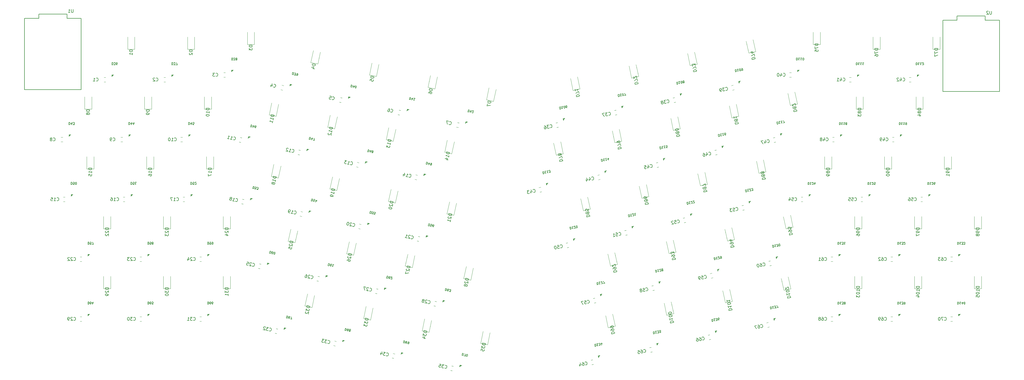
<source format=gbr>
%TF.GenerationSoftware,KiCad,Pcbnew,9.0.3*%
%TF.CreationDate,2025-11-23T22:31:57-05:00*%
%TF.ProjectId,Wren,5772656e-2e6b-4696-9361-645f70636258,rev?*%
%TF.SameCoordinates,Original*%
%TF.FileFunction,Legend,Bot*%
%TF.FilePolarity,Positive*%
%FSLAX46Y46*%
G04 Gerber Fmt 4.6, Leading zero omitted, Abs format (unit mm)*
G04 Created by KiCad (PCBNEW 9.0.3) date 2025-11-23 22:31:57*
%MOMM*%
%LPD*%
G01*
G04 APERTURE LIST*
%ADD10C,0.150000*%
%ADD11C,0.120000*%
%ADD12C,0.100000*%
%ADD13C,0.127000*%
G04 APERTURE END LIST*
D10*
X352812990Y-206873775D02*
X352869469Y-206910453D01*
X352869469Y-206910453D02*
X353019105Y-206927330D01*
X353019105Y-206927330D02*
X353112262Y-206907529D01*
X353112262Y-206907529D02*
X353242096Y-206831249D01*
X353242096Y-206831249D02*
X353315452Y-206718291D01*
X353315452Y-206718291D02*
X353342230Y-206615233D01*
X353342230Y-206615233D02*
X353349206Y-206419019D01*
X353349206Y-206419019D02*
X353319504Y-206279283D01*
X353319504Y-206279283D02*
X353233323Y-206102870D01*
X353233323Y-206102870D02*
X353166944Y-206019614D01*
X353166944Y-206019614D02*
X353053986Y-205946258D01*
X353053986Y-205946258D02*
X352904350Y-205929381D01*
X352904350Y-205929381D02*
X352811193Y-205949182D01*
X352811193Y-205949182D02*
X352681358Y-206025462D01*
X352681358Y-206025462D02*
X352644680Y-206081941D01*
X351786467Y-206166995D02*
X351972781Y-206127392D01*
X351972781Y-206127392D02*
X352075838Y-206154170D01*
X352075838Y-206154170D02*
X352132317Y-206190848D01*
X352132317Y-206190848D02*
X352255176Y-206310782D01*
X352255176Y-206310782D02*
X352341357Y-206487195D01*
X352341357Y-206487195D02*
X352420561Y-206859823D01*
X352420561Y-206859823D02*
X352393784Y-206962880D01*
X352393784Y-206962880D02*
X352357106Y-207019359D01*
X352357106Y-207019359D02*
X352273849Y-207085739D01*
X352273849Y-207085739D02*
X352087536Y-207125341D01*
X352087536Y-207125341D02*
X351984478Y-207098564D01*
X351984478Y-207098564D02*
X351927999Y-207061886D01*
X351927999Y-207061886D02*
X351861620Y-206978629D01*
X351861620Y-206978629D02*
X351812117Y-206745737D01*
X351812117Y-206745737D02*
X351838894Y-206642680D01*
X351838894Y-206642680D02*
X351875572Y-206586201D01*
X351875572Y-206586201D02*
X351958828Y-206519821D01*
X351958828Y-206519821D02*
X352145142Y-206480219D01*
X352145142Y-206480219D02*
X352248200Y-206506996D01*
X352248200Y-206506996D02*
X352304679Y-206543674D01*
X352304679Y-206543674D02*
X352371058Y-206626930D01*
X351087790Y-206315503D02*
X350994633Y-206335304D01*
X350994633Y-206335304D02*
X350911377Y-206401684D01*
X350911377Y-206401684D02*
X350874699Y-206458163D01*
X350874699Y-206458163D02*
X350847922Y-206561220D01*
X350847922Y-206561220D02*
X350840945Y-206757434D01*
X350840945Y-206757434D02*
X350890448Y-206990327D01*
X350890448Y-206990327D02*
X350976629Y-207166740D01*
X350976629Y-207166740D02*
X351043008Y-207249996D01*
X351043008Y-207249996D02*
X351099487Y-207286674D01*
X351099487Y-207286674D02*
X351202545Y-207313452D01*
X351202545Y-207313452D02*
X351295702Y-207293651D01*
X351295702Y-207293651D02*
X351378958Y-207227271D01*
X351378958Y-207227271D02*
X351415636Y-207170792D01*
X351415636Y-207170792D02*
X351442413Y-207067734D01*
X351442413Y-207067734D02*
X351449390Y-206871520D01*
X351449390Y-206871520D02*
X351399887Y-206638628D01*
X351399887Y-206638628D02*
X351313706Y-206462215D01*
X351313706Y-206462215D02*
X351247327Y-206378958D01*
X351247327Y-206378958D02*
X351190848Y-206342280D01*
X351190848Y-206342280D02*
X351087790Y-206315503D01*
X203431547Y-190252373D02*
X203468225Y-190308852D01*
X203468225Y-190308852D02*
X203598059Y-190385132D01*
X203598059Y-190385132D02*
X203691216Y-190404934D01*
X203691216Y-190404934D02*
X203840852Y-190388057D01*
X203840852Y-190388057D02*
X203953810Y-190314701D01*
X203953810Y-190314701D02*
X204020190Y-190231445D01*
X204020190Y-190231445D02*
X204106370Y-190055031D01*
X204106370Y-190055031D02*
X204136072Y-189915296D01*
X204136072Y-189915296D02*
X204129096Y-189719082D01*
X204129096Y-189719082D02*
X204102319Y-189616024D01*
X204102319Y-189616024D02*
X204028963Y-189503066D01*
X204028963Y-189503066D02*
X203899128Y-189426786D01*
X203899128Y-189426786D02*
X203805971Y-189406985D01*
X203805971Y-189406985D02*
X203656335Y-189423862D01*
X203656335Y-189423862D02*
X203599856Y-189460539D01*
X202480176Y-190147519D02*
X203039118Y-190266326D01*
X202759647Y-190206922D02*
X202967559Y-189228775D01*
X202967559Y-189228775D02*
X203031014Y-189388311D01*
X203031014Y-189388311D02*
X203104370Y-189501269D01*
X203104370Y-189501269D02*
X203187626Y-189567649D01*
X202014392Y-190048513D02*
X201828078Y-190008911D01*
X201828078Y-190008911D02*
X201744822Y-189942532D01*
X201744822Y-189942532D02*
X201708144Y-189886053D01*
X201708144Y-189886053D02*
X201644688Y-189726516D01*
X201644688Y-189726516D02*
X201637712Y-189530302D01*
X201637712Y-189530302D02*
X201716917Y-189157674D01*
X201716917Y-189157674D02*
X201783296Y-189074418D01*
X201783296Y-189074418D02*
X201839775Y-189037740D01*
X201839775Y-189037740D02*
X201942833Y-189010963D01*
X201942833Y-189010963D02*
X202129147Y-189050565D01*
X202129147Y-189050565D02*
X202212403Y-189116944D01*
X202212403Y-189116944D02*
X202249081Y-189173423D01*
X202249081Y-189173423D02*
X202275858Y-189276481D01*
X202275858Y-189276481D02*
X202226355Y-189509373D01*
X202226355Y-189509373D02*
X202159976Y-189592629D01*
X202159976Y-189592629D02*
X202103497Y-189629307D01*
X202103497Y-189629307D02*
X202000439Y-189656085D01*
X202000439Y-189656085D02*
X201814125Y-189616482D01*
X201814125Y-189616482D02*
X201730869Y-189550103D01*
X201730869Y-189550103D02*
X201694191Y-189493624D01*
X201694191Y-189493624D02*
X201667414Y-189390566D01*
X392997748Y-175792837D02*
X391997748Y-175792837D01*
X391997748Y-175792837D02*
X391997748Y-176030932D01*
X391997748Y-176030932D02*
X392045367Y-176173789D01*
X392045367Y-176173789D02*
X392140605Y-176269027D01*
X392140605Y-176269027D02*
X392235843Y-176316646D01*
X392235843Y-176316646D02*
X392426319Y-176364265D01*
X392426319Y-176364265D02*
X392569176Y-176364265D01*
X392569176Y-176364265D02*
X392759652Y-176316646D01*
X392759652Y-176316646D02*
X392854890Y-176269027D01*
X392854890Y-176269027D02*
X392950129Y-176173789D01*
X392950129Y-176173789D02*
X392997748Y-176030932D01*
X392997748Y-176030932D02*
X392997748Y-175792837D01*
X392997748Y-176840456D02*
X392997748Y-177030932D01*
X392997748Y-177030932D02*
X392950129Y-177126170D01*
X392950129Y-177126170D02*
X392902509Y-177173789D01*
X392902509Y-177173789D02*
X392759652Y-177269027D01*
X392759652Y-177269027D02*
X392569176Y-177316646D01*
X392569176Y-177316646D02*
X392188224Y-177316646D01*
X392188224Y-177316646D02*
X392092986Y-177269027D01*
X392092986Y-177269027D02*
X392045367Y-177221408D01*
X392045367Y-177221408D02*
X391997748Y-177126170D01*
X391997748Y-177126170D02*
X391997748Y-176935694D01*
X391997748Y-176935694D02*
X392045367Y-176840456D01*
X392045367Y-176840456D02*
X392092986Y-176792837D01*
X392092986Y-176792837D02*
X392188224Y-176745218D01*
X392188224Y-176745218D02*
X392426319Y-176745218D01*
X392426319Y-176745218D02*
X392521557Y-176792837D01*
X392521557Y-176792837D02*
X392569176Y-176840456D01*
X392569176Y-176840456D02*
X392616795Y-176935694D01*
X392616795Y-176935694D02*
X392616795Y-177126170D01*
X392616795Y-177126170D02*
X392569176Y-177221408D01*
X392569176Y-177221408D02*
X392521557Y-177269027D01*
X392521557Y-177269027D02*
X392426319Y-177316646D01*
X391997748Y-177935694D02*
X391997748Y-178030932D01*
X391997748Y-178030932D02*
X392045367Y-178126170D01*
X392045367Y-178126170D02*
X392092986Y-178173789D01*
X392092986Y-178173789D02*
X392188224Y-178221408D01*
X392188224Y-178221408D02*
X392378700Y-178269027D01*
X392378700Y-178269027D02*
X392616795Y-178269027D01*
X392616795Y-178269027D02*
X392807271Y-178221408D01*
X392807271Y-178221408D02*
X392902509Y-178173789D01*
X392902509Y-178173789D02*
X392950129Y-178126170D01*
X392950129Y-178126170D02*
X392997748Y-178030932D01*
X392997748Y-178030932D02*
X392997748Y-177935694D01*
X392997748Y-177935694D02*
X392950129Y-177840456D01*
X392950129Y-177840456D02*
X392902509Y-177792837D01*
X392902509Y-177792837D02*
X392807271Y-177745218D01*
X392807271Y-177745218D02*
X392616795Y-177697599D01*
X392616795Y-177697599D02*
X392378700Y-177697599D01*
X392378700Y-177697599D02*
X392188224Y-177745218D01*
X392188224Y-177745218D02*
X392092986Y-177792837D01*
X392092986Y-177792837D02*
X392045367Y-177840456D01*
X392045367Y-177840456D02*
X391997748Y-177935694D01*
X197105348Y-158928692D02*
X196127200Y-158720780D01*
X196127200Y-158720780D02*
X196077697Y-158953673D01*
X196077697Y-158953673D02*
X196094574Y-159103309D01*
X196094574Y-159103309D02*
X196167930Y-159216267D01*
X196167930Y-159216267D02*
X196251186Y-159282646D01*
X196251186Y-159282646D02*
X196427600Y-159368827D01*
X196427600Y-159368827D02*
X196567335Y-159398528D01*
X196567335Y-159398528D02*
X196763549Y-159391552D01*
X196763549Y-159391552D02*
X196866607Y-159364775D01*
X196866607Y-159364775D02*
X196979565Y-159291419D01*
X196979565Y-159291419D02*
X197055845Y-159161584D01*
X197055845Y-159161584D02*
X197105348Y-158928692D01*
X196788530Y-160419203D02*
X196907337Y-159860261D01*
X196847933Y-160139732D02*
X195869786Y-159931820D01*
X195869786Y-159931820D02*
X196029322Y-159868365D01*
X196029322Y-159868365D02*
X196142280Y-159795009D01*
X196142280Y-159795009D02*
X196208660Y-159711753D01*
X196590519Y-161350772D02*
X196709326Y-160791830D01*
X196649922Y-161071301D02*
X195671775Y-160863389D01*
X195671775Y-160863389D02*
X195831311Y-160799934D01*
X195831311Y-160799934D02*
X195944269Y-160726578D01*
X195944269Y-160726578D02*
X196010649Y-160643322D01*
X401461714Y-142193595D02*
X401461714Y-142893595D01*
X401461714Y-142893595D02*
X401628381Y-142893595D01*
X401628381Y-142893595D02*
X401728381Y-142860262D01*
X401728381Y-142860262D02*
X401795048Y-142793595D01*
X401795048Y-142793595D02*
X401828381Y-142726929D01*
X401828381Y-142726929D02*
X401861714Y-142593595D01*
X401861714Y-142593595D02*
X401861714Y-142493595D01*
X401861714Y-142493595D02*
X401828381Y-142360262D01*
X401828381Y-142360262D02*
X401795048Y-142293595D01*
X401795048Y-142293595D02*
X401728381Y-142226929D01*
X401728381Y-142226929D02*
X401628381Y-142193595D01*
X401628381Y-142193595D02*
X401461714Y-142193595D01*
X402528381Y-142193595D02*
X402128381Y-142193595D01*
X402328381Y-142193595D02*
X402328381Y-142893595D01*
X402328381Y-142893595D02*
X402261714Y-142793595D01*
X402261714Y-142793595D02*
X402195048Y-142726929D01*
X402195048Y-142726929D02*
X402128381Y-142693595D01*
X403195048Y-142193595D02*
X402795048Y-142193595D01*
X402995048Y-142193595D02*
X402995048Y-142893595D01*
X402995048Y-142893595D02*
X402928381Y-142793595D01*
X402928381Y-142793595D02*
X402861715Y-142726929D01*
X402861715Y-142726929D02*
X402795048Y-142693595D01*
X403461715Y-142826929D02*
X403495048Y-142860262D01*
X403495048Y-142860262D02*
X403561715Y-142893595D01*
X403561715Y-142893595D02*
X403728382Y-142893595D01*
X403728382Y-142893595D02*
X403795048Y-142860262D01*
X403795048Y-142860262D02*
X403828382Y-142826929D01*
X403828382Y-142826929D02*
X403861715Y-142760262D01*
X403861715Y-142760262D02*
X403861715Y-142693595D01*
X403861715Y-142693595D02*
X403828382Y-142593595D01*
X403828382Y-142593595D02*
X403428382Y-142193595D01*
X403428382Y-142193595D02*
X403861715Y-142193595D01*
X171402857Y-205109580D02*
X171450476Y-205157200D01*
X171450476Y-205157200D02*
X171593333Y-205204819D01*
X171593333Y-205204819D02*
X171688571Y-205204819D01*
X171688571Y-205204819D02*
X171831428Y-205157200D01*
X171831428Y-205157200D02*
X171926666Y-205061961D01*
X171926666Y-205061961D02*
X171974285Y-204966723D01*
X171974285Y-204966723D02*
X172021904Y-204776247D01*
X172021904Y-204776247D02*
X172021904Y-204633390D01*
X172021904Y-204633390D02*
X171974285Y-204442914D01*
X171974285Y-204442914D02*
X171926666Y-204347676D01*
X171926666Y-204347676D02*
X171831428Y-204252438D01*
X171831428Y-204252438D02*
X171688571Y-204204819D01*
X171688571Y-204204819D02*
X171593333Y-204204819D01*
X171593333Y-204204819D02*
X171450476Y-204252438D01*
X171450476Y-204252438D02*
X171402857Y-204300057D01*
X171021904Y-204300057D02*
X170974285Y-204252438D01*
X170974285Y-204252438D02*
X170879047Y-204204819D01*
X170879047Y-204204819D02*
X170640952Y-204204819D01*
X170640952Y-204204819D02*
X170545714Y-204252438D01*
X170545714Y-204252438D02*
X170498095Y-204300057D01*
X170498095Y-204300057D02*
X170450476Y-204395295D01*
X170450476Y-204395295D02*
X170450476Y-204490533D01*
X170450476Y-204490533D02*
X170498095Y-204633390D01*
X170498095Y-204633390D02*
X171069523Y-205204819D01*
X171069523Y-205204819D02*
X170450476Y-205204819D01*
X169593333Y-204538152D02*
X169593333Y-205204819D01*
X169831428Y-204157200D02*
X170069523Y-204871485D01*
X170069523Y-204871485D02*
X169450476Y-204871485D01*
X378205905Y-147966709D02*
X378253524Y-148014329D01*
X378253524Y-148014329D02*
X378396381Y-148061948D01*
X378396381Y-148061948D02*
X378491619Y-148061948D01*
X378491619Y-148061948D02*
X378634476Y-148014329D01*
X378634476Y-148014329D02*
X378729714Y-147919090D01*
X378729714Y-147919090D02*
X378777333Y-147823852D01*
X378777333Y-147823852D02*
X378824952Y-147633376D01*
X378824952Y-147633376D02*
X378824952Y-147490519D01*
X378824952Y-147490519D02*
X378777333Y-147300043D01*
X378777333Y-147300043D02*
X378729714Y-147204805D01*
X378729714Y-147204805D02*
X378634476Y-147109567D01*
X378634476Y-147109567D02*
X378491619Y-147061948D01*
X378491619Y-147061948D02*
X378396381Y-147061948D01*
X378396381Y-147061948D02*
X378253524Y-147109567D01*
X378253524Y-147109567D02*
X378205905Y-147157186D01*
X377348762Y-147395281D02*
X377348762Y-148061948D01*
X377586857Y-147014329D02*
X377824952Y-147728614D01*
X377824952Y-147728614D02*
X377205905Y-147728614D01*
X376301143Y-148061948D02*
X376872571Y-148061948D01*
X376586857Y-148061948D02*
X376586857Y-147061948D01*
X376586857Y-147061948D02*
X376682095Y-147204805D01*
X376682095Y-147204805D02*
X376777333Y-147300043D01*
X376777333Y-147300043D02*
X376872571Y-147347662D01*
X402522748Y-194842837D02*
X401522748Y-194842837D01*
X401522748Y-194842837D02*
X401522748Y-195080932D01*
X401522748Y-195080932D02*
X401570367Y-195223789D01*
X401570367Y-195223789D02*
X401665605Y-195319027D01*
X401665605Y-195319027D02*
X401760843Y-195366646D01*
X401760843Y-195366646D02*
X401951319Y-195414265D01*
X401951319Y-195414265D02*
X402094176Y-195414265D01*
X402094176Y-195414265D02*
X402284652Y-195366646D01*
X402284652Y-195366646D02*
X402379890Y-195319027D01*
X402379890Y-195319027D02*
X402475129Y-195223789D01*
X402475129Y-195223789D02*
X402522748Y-195080932D01*
X402522748Y-195080932D02*
X402522748Y-194842837D01*
X402522748Y-195890456D02*
X402522748Y-196080932D01*
X402522748Y-196080932D02*
X402475129Y-196176170D01*
X402475129Y-196176170D02*
X402427509Y-196223789D01*
X402427509Y-196223789D02*
X402284652Y-196319027D01*
X402284652Y-196319027D02*
X402094176Y-196366646D01*
X402094176Y-196366646D02*
X401713224Y-196366646D01*
X401713224Y-196366646D02*
X401617986Y-196319027D01*
X401617986Y-196319027D02*
X401570367Y-196271408D01*
X401570367Y-196271408D02*
X401522748Y-196176170D01*
X401522748Y-196176170D02*
X401522748Y-195985694D01*
X401522748Y-195985694D02*
X401570367Y-195890456D01*
X401570367Y-195890456D02*
X401617986Y-195842837D01*
X401617986Y-195842837D02*
X401713224Y-195795218D01*
X401713224Y-195795218D02*
X401951319Y-195795218D01*
X401951319Y-195795218D02*
X402046557Y-195842837D01*
X402046557Y-195842837D02*
X402094176Y-195890456D01*
X402094176Y-195890456D02*
X402141795Y-195985694D01*
X402141795Y-195985694D02*
X402141795Y-196176170D01*
X402141795Y-196176170D02*
X402094176Y-196271408D01*
X402094176Y-196271408D02*
X402046557Y-196319027D01*
X402046557Y-196319027D02*
X401951319Y-196366646D01*
X401522748Y-196699980D02*
X401522748Y-197366646D01*
X401522748Y-197366646D02*
X402522748Y-196938075D01*
X208374114Y-165925243D02*
X208228576Y-166609947D01*
X208228576Y-166609947D02*
X208391600Y-166644599D01*
X208391600Y-166644599D02*
X208496345Y-166632785D01*
X208496345Y-166632785D02*
X208575416Y-166581436D01*
X208575416Y-166581436D02*
X208621882Y-166523156D01*
X208621882Y-166523156D02*
X208682208Y-166399667D01*
X208682208Y-166399667D02*
X208702999Y-166301852D01*
X208702999Y-166301852D02*
X208698116Y-166164502D01*
X208698116Y-166164502D02*
X208679372Y-166092362D01*
X208679372Y-166092362D02*
X208628023Y-166013291D01*
X208628023Y-166013291D02*
X208537138Y-165959895D01*
X208537138Y-165959895D02*
X208374114Y-165925243D01*
X209255236Y-166589624D02*
X209352261Y-166133155D01*
X209036768Y-166815811D02*
X208977699Y-166292085D01*
X208977699Y-166292085D02*
X209401563Y-166382181D01*
X209500168Y-166880232D02*
X209956637Y-166977257D01*
X209956637Y-166977257D02*
X209808731Y-166230180D01*
X133302857Y-205109580D02*
X133350476Y-205157200D01*
X133350476Y-205157200D02*
X133493333Y-205204819D01*
X133493333Y-205204819D02*
X133588571Y-205204819D01*
X133588571Y-205204819D02*
X133731428Y-205157200D01*
X133731428Y-205157200D02*
X133826666Y-205061961D01*
X133826666Y-205061961D02*
X133874285Y-204966723D01*
X133874285Y-204966723D02*
X133921904Y-204776247D01*
X133921904Y-204776247D02*
X133921904Y-204633390D01*
X133921904Y-204633390D02*
X133874285Y-204442914D01*
X133874285Y-204442914D02*
X133826666Y-204347676D01*
X133826666Y-204347676D02*
X133731428Y-204252438D01*
X133731428Y-204252438D02*
X133588571Y-204204819D01*
X133588571Y-204204819D02*
X133493333Y-204204819D01*
X133493333Y-204204819D02*
X133350476Y-204252438D01*
X133350476Y-204252438D02*
X133302857Y-204300057D01*
X132921904Y-204300057D02*
X132874285Y-204252438D01*
X132874285Y-204252438D02*
X132779047Y-204204819D01*
X132779047Y-204204819D02*
X132540952Y-204204819D01*
X132540952Y-204204819D02*
X132445714Y-204252438D01*
X132445714Y-204252438D02*
X132398095Y-204300057D01*
X132398095Y-204300057D02*
X132350476Y-204395295D01*
X132350476Y-204395295D02*
X132350476Y-204490533D01*
X132350476Y-204490533D02*
X132398095Y-204633390D01*
X132398095Y-204633390D02*
X132969523Y-205204819D01*
X132969523Y-205204819D02*
X132350476Y-205204819D01*
X131969523Y-204300057D02*
X131921904Y-204252438D01*
X131921904Y-204252438D02*
X131826666Y-204204819D01*
X131826666Y-204204819D02*
X131588571Y-204204819D01*
X131588571Y-204204819D02*
X131493333Y-204252438D01*
X131493333Y-204252438D02*
X131445714Y-204300057D01*
X131445714Y-204300057D02*
X131398095Y-204395295D01*
X131398095Y-204395295D02*
X131398095Y-204490533D01*
X131398095Y-204490533D02*
X131445714Y-204633390D01*
X131445714Y-204633390D02*
X132017142Y-205204819D01*
X132017142Y-205204819D02*
X131398095Y-205204819D01*
X395616595Y-218393589D02*
X395616595Y-219093589D01*
X395616595Y-219093589D02*
X395783262Y-219093589D01*
X395783262Y-219093589D02*
X395883262Y-219060256D01*
X395883262Y-219060256D02*
X395949929Y-218993589D01*
X395949929Y-218993589D02*
X395983262Y-218926923D01*
X395983262Y-218926923D02*
X396016595Y-218793589D01*
X396016595Y-218793589D02*
X396016595Y-218693589D01*
X396016595Y-218693589D02*
X395983262Y-218560256D01*
X395983262Y-218560256D02*
X395949929Y-218493589D01*
X395949929Y-218493589D02*
X395883262Y-218426923D01*
X395883262Y-218426923D02*
X395783262Y-218393589D01*
X395783262Y-218393589D02*
X395616595Y-218393589D01*
X396683262Y-218393589D02*
X396283262Y-218393589D01*
X396483262Y-218393589D02*
X396483262Y-219093589D01*
X396483262Y-219093589D02*
X396416595Y-218993589D01*
X396416595Y-218993589D02*
X396349929Y-218926923D01*
X396349929Y-218926923D02*
X396283262Y-218893589D01*
X396916596Y-219093589D02*
X397349929Y-219093589D01*
X397349929Y-219093589D02*
X397116596Y-218826923D01*
X397116596Y-218826923D02*
X397216596Y-218826923D01*
X397216596Y-218826923D02*
X397283262Y-218793589D01*
X397283262Y-218793589D02*
X397316596Y-218760256D01*
X397316596Y-218760256D02*
X397349929Y-218693589D01*
X397349929Y-218693589D02*
X397349929Y-218526923D01*
X397349929Y-218526923D02*
X397316596Y-218460256D01*
X397316596Y-218460256D02*
X397283262Y-218426923D01*
X397283262Y-218426923D02*
X397216596Y-218393589D01*
X397216596Y-218393589D02*
X397016596Y-218393589D01*
X397016596Y-218393589D02*
X396949929Y-218426923D01*
X396949929Y-218426923D02*
X396916596Y-218460256D01*
X397683263Y-218393589D02*
X397816596Y-218393589D01*
X397816596Y-218393589D02*
X397883263Y-218426923D01*
X397883263Y-218426923D02*
X397916596Y-218460256D01*
X397916596Y-218460256D02*
X397983263Y-218560256D01*
X397983263Y-218560256D02*
X398016596Y-218693589D01*
X398016596Y-218693589D02*
X398016596Y-218960256D01*
X398016596Y-218960256D02*
X397983263Y-219026923D01*
X397983263Y-219026923D02*
X397949929Y-219060256D01*
X397949929Y-219060256D02*
X397883263Y-219093589D01*
X397883263Y-219093589D02*
X397749929Y-219093589D01*
X397749929Y-219093589D02*
X397683263Y-219060256D01*
X397683263Y-219060256D02*
X397649929Y-219026923D01*
X397649929Y-219026923D02*
X397616596Y-218960256D01*
X397616596Y-218960256D02*
X397616596Y-218793589D01*
X397616596Y-218793589D02*
X397649929Y-218726923D01*
X397649929Y-218726923D02*
X397683263Y-218693589D01*
X397683263Y-218693589D02*
X397749929Y-218660256D01*
X397749929Y-218660256D02*
X397883263Y-218660256D01*
X397883263Y-218660256D02*
X397949929Y-218693589D01*
X397949929Y-218693589D02*
X397983263Y-218726923D01*
X397983263Y-218726923D02*
X398016596Y-218793589D01*
X421572748Y-194842837D02*
X420572748Y-194842837D01*
X420572748Y-194842837D02*
X420572748Y-195080932D01*
X420572748Y-195080932D02*
X420620367Y-195223789D01*
X420620367Y-195223789D02*
X420715605Y-195319027D01*
X420715605Y-195319027D02*
X420810843Y-195366646D01*
X420810843Y-195366646D02*
X421001319Y-195414265D01*
X421001319Y-195414265D02*
X421144176Y-195414265D01*
X421144176Y-195414265D02*
X421334652Y-195366646D01*
X421334652Y-195366646D02*
X421429890Y-195319027D01*
X421429890Y-195319027D02*
X421525129Y-195223789D01*
X421525129Y-195223789D02*
X421572748Y-195080932D01*
X421572748Y-195080932D02*
X421572748Y-194842837D01*
X421572748Y-195890456D02*
X421572748Y-196080932D01*
X421572748Y-196080932D02*
X421525129Y-196176170D01*
X421525129Y-196176170D02*
X421477509Y-196223789D01*
X421477509Y-196223789D02*
X421334652Y-196319027D01*
X421334652Y-196319027D02*
X421144176Y-196366646D01*
X421144176Y-196366646D02*
X420763224Y-196366646D01*
X420763224Y-196366646D02*
X420667986Y-196319027D01*
X420667986Y-196319027D02*
X420620367Y-196271408D01*
X420620367Y-196271408D02*
X420572748Y-196176170D01*
X420572748Y-196176170D02*
X420572748Y-195985694D01*
X420572748Y-195985694D02*
X420620367Y-195890456D01*
X420620367Y-195890456D02*
X420667986Y-195842837D01*
X420667986Y-195842837D02*
X420763224Y-195795218D01*
X420763224Y-195795218D02*
X421001319Y-195795218D01*
X421001319Y-195795218D02*
X421096557Y-195842837D01*
X421096557Y-195842837D02*
X421144176Y-195890456D01*
X421144176Y-195890456D02*
X421191795Y-195985694D01*
X421191795Y-195985694D02*
X421191795Y-196176170D01*
X421191795Y-196176170D02*
X421144176Y-196271408D01*
X421144176Y-196271408D02*
X421096557Y-196319027D01*
X421096557Y-196319027D02*
X421001319Y-196366646D01*
X421001319Y-196938075D02*
X420953700Y-196842837D01*
X420953700Y-196842837D02*
X420906081Y-196795218D01*
X420906081Y-196795218D02*
X420810843Y-196747599D01*
X420810843Y-196747599D02*
X420763224Y-196747599D01*
X420763224Y-196747599D02*
X420667986Y-196795218D01*
X420667986Y-196795218D02*
X420620367Y-196842837D01*
X420620367Y-196842837D02*
X420572748Y-196938075D01*
X420572748Y-196938075D02*
X420572748Y-197128551D01*
X420572748Y-197128551D02*
X420620367Y-197223789D01*
X420620367Y-197223789D02*
X420667986Y-197271408D01*
X420667986Y-197271408D02*
X420763224Y-197319027D01*
X420763224Y-197319027D02*
X420810843Y-197319027D01*
X420810843Y-197319027D02*
X420906081Y-197271408D01*
X420906081Y-197271408D02*
X420953700Y-197223789D01*
X420953700Y-197223789D02*
X421001319Y-197128551D01*
X421001319Y-197128551D02*
X421001319Y-196938075D01*
X421001319Y-196938075D02*
X421048938Y-196842837D01*
X421048938Y-196842837D02*
X421096557Y-196795218D01*
X421096557Y-196795218D02*
X421191795Y-196747599D01*
X421191795Y-196747599D02*
X421382271Y-196747599D01*
X421382271Y-196747599D02*
X421477509Y-196795218D01*
X421477509Y-196795218D02*
X421525129Y-196842837D01*
X421525129Y-196842837D02*
X421572748Y-196938075D01*
X421572748Y-196938075D02*
X421572748Y-197128551D01*
X421572748Y-197128551D02*
X421525129Y-197223789D01*
X421525129Y-197223789D02*
X421477509Y-197271408D01*
X421477509Y-197271408D02*
X421382271Y-197319027D01*
X421382271Y-197319027D02*
X421191795Y-197319027D01*
X421191795Y-197319027D02*
X421096557Y-197271408D01*
X421096557Y-197271408D02*
X421048938Y-197223789D01*
X421048938Y-197223789D02*
X421001319Y-197128551D01*
X195794266Y-202202550D02*
X195648728Y-202887254D01*
X195648728Y-202887254D02*
X195811752Y-202921906D01*
X195811752Y-202921906D02*
X195916497Y-202910092D01*
X195916497Y-202910092D02*
X195995568Y-202858743D01*
X195995568Y-202858743D02*
X196042034Y-202800463D01*
X196042034Y-202800463D02*
X196102360Y-202676974D01*
X196102360Y-202676974D02*
X196123151Y-202579159D01*
X196123151Y-202579159D02*
X196118268Y-202441809D01*
X196118268Y-202441809D02*
X196099524Y-202369669D01*
X196099524Y-202369669D02*
X196048175Y-202290598D01*
X196048175Y-202290598D02*
X195957290Y-202237202D01*
X195957290Y-202237202D02*
X195794266Y-202202550D01*
X196626875Y-203095165D02*
X196496455Y-203067444D01*
X196496455Y-203067444D02*
X196438176Y-203020978D01*
X196438176Y-203020978D02*
X196412501Y-202981443D01*
X196412501Y-202981443D02*
X196368083Y-202869767D01*
X196368083Y-202869767D02*
X196363199Y-202732417D01*
X196363199Y-202732417D02*
X196418643Y-202471578D01*
X196418643Y-202471578D02*
X196465108Y-202413298D01*
X196465108Y-202413298D02*
X196504644Y-202387624D01*
X196504644Y-202387624D02*
X196576784Y-202368880D01*
X196576784Y-202368880D02*
X196707203Y-202396601D01*
X196707203Y-202396601D02*
X196765483Y-202443067D01*
X196765483Y-202443067D02*
X196791157Y-202482602D01*
X196791157Y-202482602D02*
X196809902Y-202554742D01*
X196809902Y-202554742D02*
X196775250Y-202717767D01*
X196775250Y-202717767D02*
X196728784Y-202776046D01*
X196728784Y-202776046D02*
X196689249Y-202801721D01*
X196689249Y-202801721D02*
X196617108Y-202820465D01*
X196617108Y-202820465D02*
X196486689Y-202792744D01*
X196486689Y-202792744D02*
X196428409Y-202746278D01*
X196428409Y-202746278D02*
X196402735Y-202706743D01*
X196402735Y-202706743D02*
X196383991Y-202634602D01*
X197115949Y-203199121D02*
X197181159Y-203212982D01*
X197181159Y-203212982D02*
X197253299Y-203194238D01*
X197253299Y-203194238D02*
X197292835Y-203168563D01*
X197292835Y-203168563D02*
X197339300Y-203110284D01*
X197339300Y-203110284D02*
X197399627Y-202986795D01*
X197399627Y-202986795D02*
X197434279Y-202823770D01*
X197434279Y-202823770D02*
X197429395Y-202686420D01*
X197429395Y-202686420D02*
X197410651Y-202614280D01*
X197410651Y-202614280D02*
X197384977Y-202574744D01*
X197384977Y-202574744D02*
X197326697Y-202528279D01*
X197326697Y-202528279D02*
X197261487Y-202514418D01*
X197261487Y-202514418D02*
X197189347Y-202533162D01*
X197189347Y-202533162D02*
X197149812Y-202558837D01*
X197149812Y-202558837D02*
X197103346Y-202617116D01*
X197103346Y-202617116D02*
X197043020Y-202740605D01*
X197043020Y-202740605D02*
X197008368Y-202903630D01*
X197008368Y-202903630D02*
X197013251Y-203040980D01*
X197013251Y-203040980D02*
X197031995Y-203113120D01*
X197031995Y-203113120D02*
X197057670Y-203152655D01*
X197057670Y-203152655D02*
X197115949Y-203199121D01*
X314847885Y-234419123D02*
X314904364Y-234455801D01*
X314904364Y-234455801D02*
X315054000Y-234472678D01*
X315054000Y-234472678D02*
X315147157Y-234452877D01*
X315147157Y-234452877D02*
X315276991Y-234376597D01*
X315276991Y-234376597D02*
X315350347Y-234263639D01*
X315350347Y-234263639D02*
X315377125Y-234160581D01*
X315377125Y-234160581D02*
X315384101Y-233964367D01*
X315384101Y-233964367D02*
X315354399Y-233824631D01*
X315354399Y-233824631D02*
X315268218Y-233648218D01*
X315268218Y-233648218D02*
X315201839Y-233564962D01*
X315201839Y-233564962D02*
X315088881Y-233491606D01*
X315088881Y-233491606D02*
X314939245Y-233474729D01*
X314939245Y-233474729D02*
X314846088Y-233494530D01*
X314846088Y-233494530D02*
X314716253Y-233570810D01*
X314716253Y-233570810D02*
X314679575Y-233627289D01*
X313821362Y-233712343D02*
X314007676Y-233672740D01*
X314007676Y-233672740D02*
X314110733Y-233699518D01*
X314110733Y-233699518D02*
X314167212Y-233736196D01*
X314167212Y-233736196D02*
X314290071Y-233856130D01*
X314290071Y-233856130D02*
X314376252Y-234032543D01*
X314376252Y-234032543D02*
X314455456Y-234405171D01*
X314455456Y-234405171D02*
X314428679Y-234508228D01*
X314428679Y-234508228D02*
X314392001Y-234564707D01*
X314392001Y-234564707D02*
X314308744Y-234631087D01*
X314308744Y-234631087D02*
X314122431Y-234670689D01*
X314122431Y-234670689D02*
X314019373Y-234643912D01*
X314019373Y-234643912D02*
X313962894Y-234607234D01*
X313962894Y-234607234D02*
X313896515Y-234523977D01*
X313896515Y-234523977D02*
X313847012Y-234291085D01*
X313847012Y-234291085D02*
X313873789Y-234188028D01*
X313873789Y-234188028D02*
X313910467Y-234131549D01*
X313910467Y-234131549D02*
X313993723Y-234065169D01*
X313993723Y-234065169D02*
X314180037Y-234025567D01*
X314180037Y-234025567D02*
X314283095Y-234052344D01*
X314283095Y-234052344D02*
X314339574Y-234089022D01*
X314339574Y-234089022D02*
X314405953Y-234172278D01*
X312843214Y-233920254D02*
X313308999Y-233821249D01*
X313308999Y-233821249D02*
X313454583Y-234277133D01*
X313454583Y-234277133D02*
X313398104Y-234240455D01*
X313398104Y-234240455D02*
X313295046Y-234213677D01*
X313295046Y-234213677D02*
X313062154Y-234263180D01*
X313062154Y-234263180D02*
X312978898Y-234329560D01*
X312978898Y-234329560D02*
X312942220Y-234386039D01*
X312942220Y-234386039D02*
X312915443Y-234489096D01*
X312915443Y-234489096D02*
X312964945Y-234721989D01*
X312964945Y-234721989D02*
X313031325Y-234805245D01*
X313031325Y-234805245D02*
X313087804Y-234841923D01*
X313087804Y-234841923D02*
X313190861Y-234868700D01*
X313190861Y-234868700D02*
X313423754Y-234819197D01*
X313423754Y-234819197D02*
X313507010Y-234752818D01*
X313507010Y-234752818D02*
X313543688Y-234696339D01*
X299825460Y-212234534D02*
X299970998Y-212919237D01*
X299970998Y-212919237D02*
X300134023Y-212884585D01*
X300134023Y-212884585D02*
X300224907Y-212831189D01*
X300224907Y-212831189D02*
X300276256Y-212752119D01*
X300276256Y-212752119D02*
X300295000Y-212679979D01*
X300295000Y-212679979D02*
X300299884Y-212542628D01*
X300299884Y-212542628D02*
X300279092Y-212444814D01*
X300279092Y-212444814D02*
X300218766Y-212321324D01*
X300218766Y-212321324D02*
X300172300Y-212263045D01*
X300172300Y-212263045D02*
X300093230Y-212211696D01*
X300093230Y-212211696D02*
X299988484Y-212199882D01*
X299988484Y-212199882D02*
X299825460Y-212234534D01*
X300868817Y-212012762D02*
X300477558Y-212095926D01*
X300673188Y-212054344D02*
X300818726Y-212739047D01*
X300818726Y-212739047D02*
X300732725Y-212655093D01*
X300732725Y-212655093D02*
X300653654Y-212603744D01*
X300653654Y-212603744D02*
X300581514Y-212585000D01*
X301261334Y-212576812D02*
X301300870Y-212602486D01*
X301300870Y-212602486D02*
X301373010Y-212621231D01*
X301373010Y-212621231D02*
X301536034Y-212586579D01*
X301536034Y-212586579D02*
X301594314Y-212540113D01*
X301594314Y-212540113D02*
X301619988Y-212500578D01*
X301619988Y-212500578D02*
X301638733Y-212428437D01*
X301638733Y-212428437D02*
X301624872Y-212363228D01*
X301624872Y-212363228D02*
X301571476Y-212272343D01*
X301571476Y-212272343D02*
X301097052Y-211964249D01*
X301097052Y-211964249D02*
X301520916Y-211874154D01*
X301894689Y-212510344D02*
X302351158Y-212413319D01*
X302351158Y-212413319D02*
X301912175Y-211790989D01*
X177164819Y-175785714D02*
X176164819Y-175785714D01*
X176164819Y-175785714D02*
X176164819Y-176023809D01*
X176164819Y-176023809D02*
X176212438Y-176166666D01*
X176212438Y-176166666D02*
X176307676Y-176261904D01*
X176307676Y-176261904D02*
X176402914Y-176309523D01*
X176402914Y-176309523D02*
X176593390Y-176357142D01*
X176593390Y-176357142D02*
X176736247Y-176357142D01*
X176736247Y-176357142D02*
X176926723Y-176309523D01*
X176926723Y-176309523D02*
X177021961Y-176261904D01*
X177021961Y-176261904D02*
X177117200Y-176166666D01*
X177117200Y-176166666D02*
X177164819Y-176023809D01*
X177164819Y-176023809D02*
X177164819Y-175785714D01*
X177164819Y-177309523D02*
X177164819Y-176738095D01*
X177164819Y-177023809D02*
X176164819Y-177023809D01*
X176164819Y-177023809D02*
X176307676Y-176928571D01*
X176307676Y-176928571D02*
X176402914Y-176833333D01*
X176402914Y-176833333D02*
X176450533Y-176738095D01*
X176164819Y-177642857D02*
X176164819Y-178309523D01*
X176164819Y-178309523D02*
X177164819Y-177880952D01*
X221367576Y-174589178D02*
X221404254Y-174645657D01*
X221404254Y-174645657D02*
X221534088Y-174721937D01*
X221534088Y-174721937D02*
X221627245Y-174741739D01*
X221627245Y-174741739D02*
X221776881Y-174724862D01*
X221776881Y-174724862D02*
X221889839Y-174651506D01*
X221889839Y-174651506D02*
X221956219Y-174568250D01*
X221956219Y-174568250D02*
X222042399Y-174391836D01*
X222042399Y-174391836D02*
X222072101Y-174252101D01*
X222072101Y-174252101D02*
X222065125Y-174055887D01*
X222065125Y-174055887D02*
X222038348Y-173952829D01*
X222038348Y-173952829D02*
X221964992Y-173839871D01*
X221964992Y-173839871D02*
X221835157Y-173763591D01*
X221835157Y-173763591D02*
X221742000Y-173743790D01*
X221742000Y-173743790D02*
X221592364Y-173760667D01*
X221592364Y-173760667D02*
X221535885Y-173797344D01*
X220416205Y-174484324D02*
X220975147Y-174603131D01*
X220695676Y-174543727D02*
X220903588Y-173565580D01*
X220903588Y-173565580D02*
X220967043Y-173725116D01*
X220967043Y-173725116D02*
X221040399Y-173838074D01*
X221040399Y-173838074D02*
X221123655Y-173904454D01*
X220298068Y-173436873D02*
X219692548Y-173308165D01*
X219692548Y-173308165D02*
X219939393Y-173750097D01*
X219939393Y-173750097D02*
X219799657Y-173720395D01*
X219799657Y-173720395D02*
X219696600Y-173747173D01*
X219696600Y-173747173D02*
X219640121Y-173783850D01*
X219640121Y-173783850D02*
X219573741Y-173867107D01*
X219573741Y-173867107D02*
X219524238Y-174099999D01*
X219524238Y-174099999D02*
X219551016Y-174203057D01*
X219551016Y-174203057D02*
X219587694Y-174259536D01*
X219587694Y-174259536D02*
X219670950Y-174325915D01*
X219670950Y-174325915D02*
X219950421Y-174385318D01*
X219950421Y-174385318D02*
X220053478Y-174358541D01*
X220053478Y-174358541D02*
X220109957Y-174321863D01*
X408367867Y-137692843D02*
X407367867Y-137692843D01*
X407367867Y-137692843D02*
X407367867Y-137930938D01*
X407367867Y-137930938D02*
X407415486Y-138073795D01*
X407415486Y-138073795D02*
X407510724Y-138169033D01*
X407510724Y-138169033D02*
X407605962Y-138216652D01*
X407605962Y-138216652D02*
X407796438Y-138264271D01*
X407796438Y-138264271D02*
X407939295Y-138264271D01*
X407939295Y-138264271D02*
X408129771Y-138216652D01*
X408129771Y-138216652D02*
X408225009Y-138169033D01*
X408225009Y-138169033D02*
X408320248Y-138073795D01*
X408320248Y-138073795D02*
X408367867Y-137930938D01*
X408367867Y-137930938D02*
X408367867Y-137692843D01*
X407367867Y-138597605D02*
X407367867Y-139264271D01*
X407367867Y-139264271D02*
X408367867Y-138835700D01*
X407367867Y-139549986D02*
X407367867Y-140216652D01*
X407367867Y-140216652D02*
X408367867Y-139788081D01*
X333481597Y-230458405D02*
X333538076Y-230495083D01*
X333538076Y-230495083D02*
X333687712Y-230511960D01*
X333687712Y-230511960D02*
X333780869Y-230492159D01*
X333780869Y-230492159D02*
X333910703Y-230415879D01*
X333910703Y-230415879D02*
X333984059Y-230302921D01*
X333984059Y-230302921D02*
X334010837Y-230199863D01*
X334010837Y-230199863D02*
X334017813Y-230003649D01*
X334017813Y-230003649D02*
X333988111Y-229863913D01*
X333988111Y-229863913D02*
X333901930Y-229687500D01*
X333901930Y-229687500D02*
X333835551Y-229604244D01*
X333835551Y-229604244D02*
X333722593Y-229530888D01*
X333722593Y-229530888D02*
X333572957Y-229514011D01*
X333572957Y-229514011D02*
X333479800Y-229533812D01*
X333479800Y-229533812D02*
X333349965Y-229610092D01*
X333349965Y-229610092D02*
X333313287Y-229666571D01*
X332455074Y-229751625D02*
X332641388Y-229712022D01*
X332641388Y-229712022D02*
X332744445Y-229738800D01*
X332744445Y-229738800D02*
X332800924Y-229775478D01*
X332800924Y-229775478D02*
X332923783Y-229895412D01*
X332923783Y-229895412D02*
X333009964Y-230071825D01*
X333009964Y-230071825D02*
X333089168Y-230444453D01*
X333089168Y-230444453D02*
X333062391Y-230547510D01*
X333062391Y-230547510D02*
X333025713Y-230603989D01*
X333025713Y-230603989D02*
X332942456Y-230670369D01*
X332942456Y-230670369D02*
X332756143Y-230709971D01*
X332756143Y-230709971D02*
X332653085Y-230683194D01*
X332653085Y-230683194D02*
X332596606Y-230646516D01*
X332596606Y-230646516D02*
X332530227Y-230563259D01*
X332530227Y-230563259D02*
X332480724Y-230330367D01*
X332480724Y-230330367D02*
X332507501Y-230227310D01*
X332507501Y-230227310D02*
X332544179Y-230170831D01*
X332544179Y-230170831D02*
X332627435Y-230104451D01*
X332627435Y-230104451D02*
X332813749Y-230064849D01*
X332813749Y-230064849D02*
X332916807Y-230091626D01*
X332916807Y-230091626D02*
X332973286Y-230128304D01*
X332973286Y-230128304D02*
X333039665Y-230211560D01*
X331523505Y-229949636D02*
X331709819Y-229910033D01*
X331709819Y-229910033D02*
X331812876Y-229936811D01*
X331812876Y-229936811D02*
X331869355Y-229973489D01*
X331869355Y-229973489D02*
X331992214Y-230093423D01*
X331992214Y-230093423D02*
X332078394Y-230269836D01*
X332078394Y-230269836D02*
X332157599Y-230642464D01*
X332157599Y-230642464D02*
X332130821Y-230745521D01*
X332130821Y-230745521D02*
X332094144Y-230802000D01*
X332094144Y-230802000D02*
X332010887Y-230868380D01*
X332010887Y-230868380D02*
X331824573Y-230907982D01*
X331824573Y-230907982D02*
X331721516Y-230881205D01*
X331721516Y-230881205D02*
X331665037Y-230844527D01*
X331665037Y-230844527D02*
X331598657Y-230761271D01*
X331598657Y-230761271D02*
X331549155Y-230528378D01*
X331549155Y-230528378D02*
X331575932Y-230425321D01*
X331575932Y-230425321D02*
X331612610Y-230368842D01*
X331612610Y-230368842D02*
X331695866Y-230302462D01*
X331695866Y-230302462D02*
X331882180Y-230262860D01*
X331882180Y-230262860D02*
X331985237Y-230289637D01*
X331985237Y-230289637D02*
X332041716Y-230326315D01*
X332041716Y-230326315D02*
X332108096Y-230409572D01*
X152352857Y-224159580D02*
X152400476Y-224207200D01*
X152400476Y-224207200D02*
X152543333Y-224254819D01*
X152543333Y-224254819D02*
X152638571Y-224254819D01*
X152638571Y-224254819D02*
X152781428Y-224207200D01*
X152781428Y-224207200D02*
X152876666Y-224111961D01*
X152876666Y-224111961D02*
X152924285Y-224016723D01*
X152924285Y-224016723D02*
X152971904Y-223826247D01*
X152971904Y-223826247D02*
X152971904Y-223683390D01*
X152971904Y-223683390D02*
X152924285Y-223492914D01*
X152924285Y-223492914D02*
X152876666Y-223397676D01*
X152876666Y-223397676D02*
X152781428Y-223302438D01*
X152781428Y-223302438D02*
X152638571Y-223254819D01*
X152638571Y-223254819D02*
X152543333Y-223254819D01*
X152543333Y-223254819D02*
X152400476Y-223302438D01*
X152400476Y-223302438D02*
X152352857Y-223350057D01*
X152019523Y-223254819D02*
X151400476Y-223254819D01*
X151400476Y-223254819D02*
X151733809Y-223635771D01*
X151733809Y-223635771D02*
X151590952Y-223635771D01*
X151590952Y-223635771D02*
X151495714Y-223683390D01*
X151495714Y-223683390D02*
X151448095Y-223731009D01*
X151448095Y-223731009D02*
X151400476Y-223826247D01*
X151400476Y-223826247D02*
X151400476Y-224064342D01*
X151400476Y-224064342D02*
X151448095Y-224159580D01*
X151448095Y-224159580D02*
X151495714Y-224207200D01*
X151495714Y-224207200D02*
X151590952Y-224254819D01*
X151590952Y-224254819D02*
X151876666Y-224254819D01*
X151876666Y-224254819D02*
X151971904Y-224207200D01*
X151971904Y-224207200D02*
X152019523Y-224159580D01*
X150781428Y-223254819D02*
X150686190Y-223254819D01*
X150686190Y-223254819D02*
X150590952Y-223302438D01*
X150590952Y-223302438D02*
X150543333Y-223350057D01*
X150543333Y-223350057D02*
X150495714Y-223445295D01*
X150495714Y-223445295D02*
X150448095Y-223635771D01*
X150448095Y-223635771D02*
X150448095Y-223873866D01*
X150448095Y-223873866D02*
X150495714Y-224064342D01*
X150495714Y-224064342D02*
X150543333Y-224159580D01*
X150543333Y-224159580D02*
X150590952Y-224207200D01*
X150590952Y-224207200D02*
X150686190Y-224254819D01*
X150686190Y-224254819D02*
X150781428Y-224254819D01*
X150781428Y-224254819D02*
X150876666Y-224207200D01*
X150876666Y-224207200D02*
X150924285Y-224159580D01*
X150924285Y-224159580D02*
X150971904Y-224064342D01*
X150971904Y-224064342D02*
X151019523Y-223873866D01*
X151019523Y-223873866D02*
X151019523Y-223635771D01*
X151019523Y-223635771D02*
X150971904Y-223445295D01*
X150971904Y-223445295D02*
X150924285Y-223350057D01*
X150924285Y-223350057D02*
X150876666Y-223302438D01*
X150876666Y-223302438D02*
X150781428Y-223254819D01*
X414666595Y-218393589D02*
X414666595Y-219093589D01*
X414666595Y-219093589D02*
X414833262Y-219093589D01*
X414833262Y-219093589D02*
X414933262Y-219060256D01*
X414933262Y-219060256D02*
X414999929Y-218993589D01*
X414999929Y-218993589D02*
X415033262Y-218926923D01*
X415033262Y-218926923D02*
X415066595Y-218793589D01*
X415066595Y-218793589D02*
X415066595Y-218693589D01*
X415066595Y-218693589D02*
X415033262Y-218560256D01*
X415033262Y-218560256D02*
X414999929Y-218493589D01*
X414999929Y-218493589D02*
X414933262Y-218426923D01*
X414933262Y-218426923D02*
X414833262Y-218393589D01*
X414833262Y-218393589D02*
X414666595Y-218393589D01*
X415733262Y-218393589D02*
X415333262Y-218393589D01*
X415533262Y-218393589D02*
X415533262Y-219093589D01*
X415533262Y-219093589D02*
X415466595Y-218993589D01*
X415466595Y-218993589D02*
X415399929Y-218926923D01*
X415399929Y-218926923D02*
X415333262Y-218893589D01*
X416333262Y-218860256D02*
X416333262Y-218393589D01*
X416166596Y-219126923D02*
X415999929Y-218626923D01*
X415999929Y-218626923D02*
X416433262Y-218626923D01*
X416833263Y-219093589D02*
X416899929Y-219093589D01*
X416899929Y-219093589D02*
X416966596Y-219060256D01*
X416966596Y-219060256D02*
X416999929Y-219026923D01*
X416999929Y-219026923D02*
X417033263Y-218960256D01*
X417033263Y-218960256D02*
X417066596Y-218826923D01*
X417066596Y-218826923D02*
X417066596Y-218660256D01*
X417066596Y-218660256D02*
X417033263Y-218526923D01*
X417033263Y-218526923D02*
X416999929Y-218460256D01*
X416999929Y-218460256D02*
X416966596Y-218426923D01*
X416966596Y-218426923D02*
X416899929Y-218393589D01*
X416899929Y-218393589D02*
X416833263Y-218393589D01*
X416833263Y-218393589D02*
X416766596Y-218426923D01*
X416766596Y-218426923D02*
X416733263Y-218460256D01*
X416733263Y-218460256D02*
X416699929Y-218526923D01*
X416699929Y-218526923D02*
X416666596Y-218660256D01*
X416666596Y-218660256D02*
X416666596Y-218826923D01*
X416666596Y-218826923D02*
X416699929Y-218960256D01*
X416699929Y-218960256D02*
X416733263Y-219026923D01*
X416733263Y-219026923D02*
X416766596Y-219060256D01*
X416766596Y-219060256D02*
X416833263Y-219093589D01*
X227705508Y-189509873D02*
X227559970Y-190194577D01*
X227559970Y-190194577D02*
X227722994Y-190229229D01*
X227722994Y-190229229D02*
X227827739Y-190217415D01*
X227827739Y-190217415D02*
X227906810Y-190166066D01*
X227906810Y-190166066D02*
X227953276Y-190107786D01*
X227953276Y-190107786D02*
X228013602Y-189984297D01*
X228013602Y-189984297D02*
X228034393Y-189886482D01*
X228034393Y-189886482D02*
X228029510Y-189749132D01*
X228029510Y-189749132D02*
X228010766Y-189676992D01*
X228010766Y-189676992D02*
X227959417Y-189597921D01*
X227959417Y-189597921D02*
X227868532Y-189544525D01*
X227868532Y-189544525D02*
X227705508Y-189509873D01*
X228570722Y-190409419D02*
X228244673Y-190340115D01*
X228244673Y-190340115D02*
X228281372Y-190007135D01*
X228281372Y-190007135D02*
X228307046Y-190046670D01*
X228307046Y-190046670D02*
X228365326Y-190093136D01*
X228365326Y-190093136D02*
X228528350Y-190127788D01*
X228528350Y-190127788D02*
X228600491Y-190109044D01*
X228600491Y-190109044D02*
X228640026Y-190083369D01*
X228640026Y-190083369D02*
X228686492Y-190025090D01*
X228686492Y-190025090D02*
X228721144Y-189862065D01*
X228721144Y-189862065D02*
X228702399Y-189789925D01*
X228702399Y-189789925D02*
X228676725Y-189750390D01*
X228676725Y-189750390D02*
X228618445Y-189703924D01*
X228618445Y-189703924D02*
X228455421Y-189669272D01*
X228455421Y-189669272D02*
X228383281Y-189688016D01*
X228383281Y-189688016D02*
X228343745Y-189713691D01*
X229222821Y-190548027D02*
X228896772Y-190478723D01*
X228896772Y-190478723D02*
X228933471Y-190145743D01*
X228933471Y-190145743D02*
X228959145Y-190185278D01*
X228959145Y-190185278D02*
X229017425Y-190231744D01*
X229017425Y-190231744D02*
X229180449Y-190266396D01*
X229180449Y-190266396D02*
X229252589Y-190247652D01*
X229252589Y-190247652D02*
X229292125Y-190221977D01*
X229292125Y-190221977D02*
X229338590Y-190163698D01*
X229338590Y-190163698D02*
X229373242Y-190000673D01*
X229373242Y-190000673D02*
X229354498Y-189928533D01*
X229354498Y-189928533D02*
X229328824Y-189888998D01*
X229328824Y-189888998D02*
X229270544Y-189842532D01*
X229270544Y-189842532D02*
X229107520Y-189807880D01*
X229107520Y-189807880D02*
X229035379Y-189826624D01*
X229035379Y-189826624D02*
X228995844Y-189852299D01*
X251411134Y-239401932D02*
X251447812Y-239458411D01*
X251447812Y-239458411D02*
X251577646Y-239534691D01*
X251577646Y-239534691D02*
X251670803Y-239554493D01*
X251670803Y-239554493D02*
X251820439Y-239537616D01*
X251820439Y-239537616D02*
X251933397Y-239464260D01*
X251933397Y-239464260D02*
X251999777Y-239381004D01*
X251999777Y-239381004D02*
X252085957Y-239204590D01*
X252085957Y-239204590D02*
X252115659Y-239064855D01*
X252115659Y-239064855D02*
X252108683Y-238868641D01*
X252108683Y-238868641D02*
X252081906Y-238765583D01*
X252081906Y-238765583D02*
X252008550Y-238652625D01*
X252008550Y-238652625D02*
X251878715Y-238576345D01*
X251878715Y-238576345D02*
X251785558Y-238556544D01*
X251785558Y-238556544D02*
X251635922Y-238573421D01*
X251635922Y-238573421D02*
X251579443Y-238610098D01*
X251273195Y-238447638D02*
X250667675Y-238318930D01*
X250667675Y-238318930D02*
X250914520Y-238760862D01*
X250914520Y-238760862D02*
X250774784Y-238731160D01*
X250774784Y-238731160D02*
X250671727Y-238757938D01*
X250671727Y-238757938D02*
X250615248Y-238794616D01*
X250615248Y-238794616D02*
X250548868Y-238877872D01*
X250548868Y-238877872D02*
X250499366Y-239110764D01*
X250499366Y-239110764D02*
X250526143Y-239213822D01*
X250526143Y-239213822D02*
X250562821Y-239270301D01*
X250562821Y-239270301D02*
X250646077Y-239336680D01*
X250646077Y-239336680D02*
X250925548Y-239396084D01*
X250925548Y-239396084D02*
X251028605Y-239369306D01*
X251028605Y-239369306D02*
X251085084Y-239332628D01*
X249782684Y-238130820D02*
X250248469Y-238229825D01*
X250248469Y-238229825D02*
X250196042Y-238705511D01*
X250196042Y-238705511D02*
X250159364Y-238649032D01*
X250159364Y-238649032D02*
X250076108Y-238582652D01*
X250076108Y-238582652D02*
X249843215Y-238533149D01*
X249843215Y-238533149D02*
X249740158Y-238559927D01*
X249740158Y-238559927D02*
X249683679Y-238596604D01*
X249683679Y-238596604D02*
X249617299Y-238679861D01*
X249617299Y-238679861D02*
X249567796Y-238912753D01*
X249567796Y-238912753D02*
X249594574Y-239015811D01*
X249594574Y-239015811D02*
X249631252Y-239072290D01*
X249631252Y-239072290D02*
X249714508Y-239138669D01*
X249714508Y-239138669D02*
X249947400Y-239188172D01*
X249947400Y-239188172D02*
X250050458Y-239161395D01*
X250050458Y-239161395D02*
X250106937Y-239124717D01*
X343844641Y-144451245D02*
X343990179Y-145135948D01*
X343990179Y-145135948D02*
X344153204Y-145101296D01*
X344153204Y-145101296D02*
X344244088Y-145047900D01*
X344244088Y-145047900D02*
X344295437Y-144968830D01*
X344295437Y-144968830D02*
X344314181Y-144896690D01*
X344314181Y-144896690D02*
X344319065Y-144759339D01*
X344319065Y-144759339D02*
X344298273Y-144661525D01*
X344298273Y-144661525D02*
X344237947Y-144538035D01*
X344237947Y-144538035D02*
X344191481Y-144479756D01*
X344191481Y-144479756D02*
X344112411Y-144428407D01*
X344112411Y-144428407D02*
X344007665Y-144416593D01*
X344007665Y-144416593D02*
X343844641Y-144451245D01*
X344887998Y-144229473D02*
X344496739Y-144312637D01*
X344692369Y-144271055D02*
X344837907Y-144955758D01*
X344837907Y-144955758D02*
X344751906Y-144871804D01*
X344751906Y-144871804D02*
X344672835Y-144820455D01*
X344672835Y-144820455D02*
X344600695Y-144801711D01*
X345457401Y-144824081D02*
X345522611Y-144810220D01*
X345522611Y-144810220D02*
X345580890Y-144763754D01*
X345580890Y-144763754D02*
X345606565Y-144724219D01*
X345606565Y-144724219D02*
X345625309Y-144652079D01*
X345625309Y-144652079D02*
X345630192Y-144514729D01*
X345630192Y-144514729D02*
X345595540Y-144351704D01*
X345595540Y-144351704D02*
X345535214Y-144228215D01*
X345535214Y-144228215D02*
X345488748Y-144169935D01*
X345488748Y-144169935D02*
X345449213Y-144144261D01*
X345449213Y-144144261D02*
X345377072Y-144125517D01*
X345377072Y-144125517D02*
X345311863Y-144139377D01*
X345311863Y-144139377D02*
X345253583Y-144185843D01*
X345253583Y-144185843D02*
X345227909Y-144225378D01*
X345227909Y-144225378D02*
X345209164Y-144297519D01*
X345209164Y-144297519D02*
X345204281Y-144434869D01*
X345204281Y-144434869D02*
X345238933Y-144597893D01*
X345238933Y-144597893D02*
X345299259Y-144721383D01*
X345299259Y-144721383D02*
X345345725Y-144779662D01*
X345345725Y-144779662D02*
X345385260Y-144805337D01*
X345385260Y-144805337D02*
X345457401Y-144824081D01*
X345866147Y-144021561D02*
X345996566Y-143993839D01*
X345996566Y-143993839D02*
X346068706Y-144012583D01*
X346068706Y-144012583D02*
X346108242Y-144038258D01*
X346108242Y-144038258D02*
X346194243Y-144122212D01*
X346194243Y-144122212D02*
X346254569Y-144245701D01*
X346254569Y-144245701D02*
X346310012Y-144506541D01*
X346310012Y-144506541D02*
X346291268Y-144578681D01*
X346291268Y-144578681D02*
X346265594Y-144618216D01*
X346265594Y-144618216D02*
X346207314Y-144664682D01*
X346207314Y-144664682D02*
X346076895Y-144692403D01*
X346076895Y-144692403D02*
X346004754Y-144673659D01*
X346004754Y-144673659D02*
X345965219Y-144647985D01*
X345965219Y-144647985D02*
X345918753Y-144589705D01*
X345918753Y-144589705D02*
X345884101Y-144426681D01*
X345884101Y-144426681D02*
X345902845Y-144354540D01*
X345902845Y-144354540D02*
X345928520Y-144315005D01*
X345928520Y-144315005D02*
X345986799Y-144268539D01*
X345986799Y-144268539D02*
X346117219Y-144240818D01*
X346117219Y-144240818D02*
X346189359Y-144259562D01*
X346189359Y-144259562D02*
X346228895Y-144285236D01*
X346228895Y-144285236D02*
X346275360Y-144343516D01*
X201150248Y-222816562D02*
X201004710Y-223501266D01*
X201004710Y-223501266D02*
X201167734Y-223535918D01*
X201167734Y-223535918D02*
X201272479Y-223524104D01*
X201272479Y-223524104D02*
X201351550Y-223472755D01*
X201351550Y-223472755D02*
X201398016Y-223414475D01*
X201398016Y-223414475D02*
X201458342Y-223290986D01*
X201458342Y-223290986D02*
X201479133Y-223193171D01*
X201479133Y-223193171D02*
X201474250Y-223055821D01*
X201474250Y-223055821D02*
X201455506Y-222983681D01*
X201455506Y-222983681D02*
X201404157Y-222904610D01*
X201404157Y-222904610D02*
X201313272Y-222851214D01*
X201313272Y-222851214D02*
X201150248Y-222816562D01*
X201982857Y-223709177D02*
X201852437Y-223681456D01*
X201852437Y-223681456D02*
X201794158Y-223634990D01*
X201794158Y-223634990D02*
X201768483Y-223595455D01*
X201768483Y-223595455D02*
X201724065Y-223483779D01*
X201724065Y-223483779D02*
X201719181Y-223346429D01*
X201719181Y-223346429D02*
X201774625Y-223085590D01*
X201774625Y-223085590D02*
X201821090Y-223027310D01*
X201821090Y-223027310D02*
X201860626Y-223001636D01*
X201860626Y-223001636D02*
X201932766Y-222982892D01*
X201932766Y-222982892D02*
X202063185Y-223010613D01*
X202063185Y-223010613D02*
X202121465Y-223057079D01*
X202121465Y-223057079D02*
X202147139Y-223096614D01*
X202147139Y-223096614D02*
X202165884Y-223168754D01*
X202165884Y-223168754D02*
X202131232Y-223331779D01*
X202131232Y-223331779D02*
X202084766Y-223390058D01*
X202084766Y-223390058D02*
X202045231Y-223415733D01*
X202045231Y-223415733D02*
X201973090Y-223434477D01*
X201973090Y-223434477D02*
X201842671Y-223406756D01*
X201842671Y-223406756D02*
X201784391Y-223360290D01*
X201784391Y-223360290D02*
X201758717Y-223320755D01*
X201758717Y-223320755D02*
X201739973Y-223248614D01*
X202276302Y-223771551D02*
X202732771Y-223868576D01*
X202732771Y-223868576D02*
X202584865Y-223121499D01*
X362556669Y-157830994D02*
X363534816Y-157623083D01*
X363534816Y-157623083D02*
X363485313Y-157390190D01*
X363485313Y-157390190D02*
X363409033Y-157260356D01*
X363409033Y-157260356D02*
X363296075Y-157187000D01*
X363296075Y-157187000D02*
X363193018Y-157160222D01*
X363193018Y-157160222D02*
X362996803Y-157153246D01*
X362996803Y-157153246D02*
X362857068Y-157182948D01*
X362857068Y-157182948D02*
X362680655Y-157269129D01*
X362680655Y-157269129D02*
X362597398Y-157335508D01*
X362597398Y-157335508D02*
X362524043Y-157448466D01*
X362524043Y-157448466D02*
X362507166Y-157598102D01*
X362507166Y-157598102D02*
X362556669Y-157830994D01*
X362877997Y-156594305D02*
X362944376Y-156677561D01*
X362944376Y-156677561D02*
X363000855Y-156714239D01*
X363000855Y-156714239D02*
X363103913Y-156741016D01*
X363103913Y-156741016D02*
X363150491Y-156731116D01*
X363150491Y-156731116D02*
X363233748Y-156664736D01*
X363233748Y-156664736D02*
X363270425Y-156608257D01*
X363270425Y-156608257D02*
X363297203Y-156505200D01*
X363297203Y-156505200D02*
X363257601Y-156318886D01*
X363257601Y-156318886D02*
X363191221Y-156235630D01*
X363191221Y-156235630D02*
X363134742Y-156198952D01*
X363134742Y-156198952D02*
X363031685Y-156172174D01*
X363031685Y-156172174D02*
X362985106Y-156182075D01*
X362985106Y-156182075D02*
X362901850Y-156248454D01*
X362901850Y-156248454D02*
X362865172Y-156304933D01*
X362865172Y-156304933D02*
X362838394Y-156407991D01*
X362838394Y-156407991D02*
X362877997Y-156594305D01*
X362877997Y-156594305D02*
X362851219Y-156697362D01*
X362851219Y-156697362D02*
X362814541Y-156753841D01*
X362814541Y-156753841D02*
X362731285Y-156820221D01*
X362731285Y-156820221D02*
X362544971Y-156859823D01*
X362544971Y-156859823D02*
X362441914Y-156833046D01*
X362441914Y-156833046D02*
X362385435Y-156796368D01*
X362385435Y-156796368D02*
X362319055Y-156713111D01*
X362319055Y-156713111D02*
X362279453Y-156526798D01*
X362279453Y-156526798D02*
X362306230Y-156423740D01*
X362306230Y-156423740D02*
X362342908Y-156367261D01*
X362342908Y-156367261D02*
X362426165Y-156300882D01*
X362426165Y-156300882D02*
X362612478Y-156261279D01*
X362612478Y-156261279D02*
X362715536Y-156288057D01*
X362715536Y-156288057D02*
X362772015Y-156324735D01*
X362772015Y-156324735D02*
X362838394Y-156407991D01*
X363045637Y-155779745D02*
X363082315Y-155723266D01*
X363082315Y-155723266D02*
X363109092Y-155620209D01*
X363109092Y-155620209D02*
X363059589Y-155387317D01*
X363059589Y-155387317D02*
X362993210Y-155304060D01*
X362993210Y-155304060D02*
X362936731Y-155267382D01*
X362936731Y-155267382D02*
X362833673Y-155240605D01*
X362833673Y-155240605D02*
X362740516Y-155260406D01*
X362740516Y-155260406D02*
X362610682Y-155336686D01*
X362610682Y-155336686D02*
X362170547Y-156014435D01*
X362170547Y-156014435D02*
X362041840Y-155408915D01*
X232777423Y-235441214D02*
X232814101Y-235497693D01*
X232814101Y-235497693D02*
X232943935Y-235573973D01*
X232943935Y-235573973D02*
X233037092Y-235593775D01*
X233037092Y-235593775D02*
X233186728Y-235576898D01*
X233186728Y-235576898D02*
X233299686Y-235503542D01*
X233299686Y-235503542D02*
X233366066Y-235420286D01*
X233366066Y-235420286D02*
X233452246Y-235243872D01*
X233452246Y-235243872D02*
X233481948Y-235104137D01*
X233481948Y-235104137D02*
X233474972Y-234907923D01*
X233474972Y-234907923D02*
X233448195Y-234804865D01*
X233448195Y-234804865D02*
X233374839Y-234691907D01*
X233374839Y-234691907D02*
X233245004Y-234615627D01*
X233245004Y-234615627D02*
X233151847Y-234595826D01*
X233151847Y-234595826D02*
X233002211Y-234612703D01*
X233002211Y-234612703D02*
X232945732Y-234649380D01*
X232639484Y-234486920D02*
X232033964Y-234358212D01*
X232033964Y-234358212D02*
X232280809Y-234800144D01*
X232280809Y-234800144D02*
X232141073Y-234770442D01*
X232141073Y-234770442D02*
X232038016Y-234797220D01*
X232038016Y-234797220D02*
X231981537Y-234833898D01*
X231981537Y-234833898D02*
X231915157Y-234917154D01*
X231915157Y-234917154D02*
X231865655Y-235150046D01*
X231865655Y-235150046D02*
X231892432Y-235253104D01*
X231892432Y-235253104D02*
X231929110Y-235309583D01*
X231929110Y-235309583D02*
X232012366Y-235375962D01*
X232012366Y-235375962D02*
X232291837Y-235435366D01*
X232291837Y-235435366D02*
X232394894Y-235408588D01*
X232394894Y-235408588D02*
X232451373Y-235371910D01*
X231126248Y-234506052D02*
X230987640Y-235158150D01*
X231438345Y-234182927D02*
X231522729Y-234931106D01*
X231522729Y-234931106D02*
X230917209Y-234802399D01*
X381885786Y-186066703D02*
X381933405Y-186114323D01*
X381933405Y-186114323D02*
X382076262Y-186161942D01*
X382076262Y-186161942D02*
X382171500Y-186161942D01*
X382171500Y-186161942D02*
X382314357Y-186114323D01*
X382314357Y-186114323D02*
X382409595Y-186019084D01*
X382409595Y-186019084D02*
X382457214Y-185923846D01*
X382457214Y-185923846D02*
X382504833Y-185733370D01*
X382504833Y-185733370D02*
X382504833Y-185590513D01*
X382504833Y-185590513D02*
X382457214Y-185400037D01*
X382457214Y-185400037D02*
X382409595Y-185304799D01*
X382409595Y-185304799D02*
X382314357Y-185209561D01*
X382314357Y-185209561D02*
X382171500Y-185161942D01*
X382171500Y-185161942D02*
X382076262Y-185161942D01*
X382076262Y-185161942D02*
X381933405Y-185209561D01*
X381933405Y-185209561D02*
X381885786Y-185257180D01*
X380981024Y-185161942D02*
X381457214Y-185161942D01*
X381457214Y-185161942D02*
X381504833Y-185638132D01*
X381504833Y-185638132D02*
X381457214Y-185590513D01*
X381457214Y-185590513D02*
X381361976Y-185542894D01*
X381361976Y-185542894D02*
X381123881Y-185542894D01*
X381123881Y-185542894D02*
X381028643Y-185590513D01*
X381028643Y-185590513D02*
X380981024Y-185638132D01*
X380981024Y-185638132D02*
X380933405Y-185733370D01*
X380933405Y-185733370D02*
X380933405Y-185971465D01*
X380933405Y-185971465D02*
X380981024Y-186066703D01*
X380981024Y-186066703D02*
X381028643Y-186114323D01*
X381028643Y-186114323D02*
X381123881Y-186161942D01*
X381123881Y-186161942D02*
X381361976Y-186161942D01*
X381361976Y-186161942D02*
X381457214Y-186114323D01*
X381457214Y-186114323D02*
X381504833Y-186066703D01*
X380028643Y-185161942D02*
X380504833Y-185161942D01*
X380504833Y-185161942D02*
X380552452Y-185638132D01*
X380552452Y-185638132D02*
X380504833Y-185590513D01*
X380504833Y-185590513D02*
X380409595Y-185542894D01*
X380409595Y-185542894D02*
X380171500Y-185542894D01*
X380171500Y-185542894D02*
X380076262Y-185590513D01*
X380076262Y-185590513D02*
X380028643Y-185638132D01*
X380028643Y-185638132D02*
X379981024Y-185733370D01*
X379981024Y-185733370D02*
X379981024Y-185971465D01*
X379981024Y-185971465D02*
X380028643Y-186066703D01*
X380028643Y-186066703D02*
X380076262Y-186114323D01*
X380076262Y-186114323D02*
X380171500Y-186161942D01*
X380171500Y-186161942D02*
X380409595Y-186161942D01*
X380409595Y-186161942D02*
X380504833Y-186114323D01*
X380504833Y-186114323D02*
X380552452Y-186066703D01*
X253704166Y-190434757D02*
X252726018Y-190226845D01*
X252726018Y-190226845D02*
X252676515Y-190459738D01*
X252676515Y-190459738D02*
X252693392Y-190609374D01*
X252693392Y-190609374D02*
X252766748Y-190722332D01*
X252766748Y-190722332D02*
X252850004Y-190788711D01*
X252850004Y-190788711D02*
X253026418Y-190874892D01*
X253026418Y-190874892D02*
X253166153Y-190904593D01*
X253166153Y-190904593D02*
X253362367Y-190897617D01*
X253362367Y-190897617D02*
X253465425Y-190870840D01*
X253465425Y-190870840D02*
X253578383Y-190797484D01*
X253578383Y-190797484D02*
X253654663Y-190667649D01*
X253654663Y-190667649D02*
X253704166Y-190434757D01*
X252621164Y-191178216D02*
X252564685Y-191214893D01*
X252564685Y-191214893D02*
X252498305Y-191298150D01*
X252498305Y-191298150D02*
X252448803Y-191531042D01*
X252448803Y-191531042D02*
X252475580Y-191634100D01*
X252475580Y-191634100D02*
X252512258Y-191690579D01*
X252512258Y-191690579D02*
X252595514Y-191756958D01*
X252595514Y-191756958D02*
X252688671Y-191776759D01*
X252688671Y-191776759D02*
X252838307Y-191759882D01*
X252838307Y-191759882D02*
X253516055Y-191319748D01*
X253516055Y-191319748D02*
X253387348Y-191925268D01*
X253189337Y-192856837D02*
X253308144Y-192297895D01*
X253248740Y-192577366D02*
X252270593Y-192369454D01*
X252270593Y-192369454D02*
X252430129Y-192305999D01*
X252430129Y-192305999D02*
X252543087Y-192232643D01*
X252543087Y-192232643D02*
X252609467Y-192149387D01*
X372845786Y-167016703D02*
X372893405Y-167064323D01*
X372893405Y-167064323D02*
X373036262Y-167111942D01*
X373036262Y-167111942D02*
X373131500Y-167111942D01*
X373131500Y-167111942D02*
X373274357Y-167064323D01*
X373274357Y-167064323D02*
X373369595Y-166969084D01*
X373369595Y-166969084D02*
X373417214Y-166873846D01*
X373417214Y-166873846D02*
X373464833Y-166683370D01*
X373464833Y-166683370D02*
X373464833Y-166540513D01*
X373464833Y-166540513D02*
X373417214Y-166350037D01*
X373417214Y-166350037D02*
X373369595Y-166254799D01*
X373369595Y-166254799D02*
X373274357Y-166159561D01*
X373274357Y-166159561D02*
X373131500Y-166111942D01*
X373131500Y-166111942D02*
X373036262Y-166111942D01*
X373036262Y-166111942D02*
X372893405Y-166159561D01*
X372893405Y-166159561D02*
X372845786Y-166207180D01*
X371988643Y-166445275D02*
X371988643Y-167111942D01*
X372226738Y-166064323D02*
X372464833Y-166778608D01*
X372464833Y-166778608D02*
X371845786Y-166778608D01*
X371321976Y-166540513D02*
X371417214Y-166492894D01*
X371417214Y-166492894D02*
X371464833Y-166445275D01*
X371464833Y-166445275D02*
X371512452Y-166350037D01*
X371512452Y-166350037D02*
X371512452Y-166302418D01*
X371512452Y-166302418D02*
X371464833Y-166207180D01*
X371464833Y-166207180D02*
X371417214Y-166159561D01*
X371417214Y-166159561D02*
X371321976Y-166111942D01*
X371321976Y-166111942D02*
X371131500Y-166111942D01*
X371131500Y-166111942D02*
X371036262Y-166159561D01*
X371036262Y-166159561D02*
X370988643Y-166207180D01*
X370988643Y-166207180D02*
X370941024Y-166302418D01*
X370941024Y-166302418D02*
X370941024Y-166350037D01*
X370941024Y-166350037D02*
X370988643Y-166445275D01*
X370988643Y-166445275D02*
X371036262Y-166492894D01*
X371036262Y-166492894D02*
X371131500Y-166540513D01*
X371131500Y-166540513D02*
X371321976Y-166540513D01*
X371321976Y-166540513D02*
X371417214Y-166588132D01*
X371417214Y-166588132D02*
X371464833Y-166635751D01*
X371464833Y-166635751D02*
X371512452Y-166730989D01*
X371512452Y-166730989D02*
X371512452Y-166921465D01*
X371512452Y-166921465D02*
X371464833Y-167016703D01*
X371464833Y-167016703D02*
X371417214Y-167064323D01*
X371417214Y-167064323D02*
X371321976Y-167111942D01*
X371321976Y-167111942D02*
X371131500Y-167111942D01*
X371131500Y-167111942D02*
X371036262Y-167064323D01*
X371036262Y-167064323D02*
X370988643Y-167016703D01*
X370988643Y-167016703D02*
X370941024Y-166921465D01*
X370941024Y-166921465D02*
X370941024Y-166730989D01*
X370941024Y-166730989D02*
X370988643Y-166635751D01*
X370988643Y-166635751D02*
X371036262Y-166588132D01*
X371036262Y-166588132D02*
X371131500Y-166540513D01*
X367041595Y-180293589D02*
X367041595Y-180993589D01*
X367041595Y-180993589D02*
X367208262Y-180993589D01*
X367208262Y-180993589D02*
X367308262Y-180960256D01*
X367308262Y-180960256D02*
X367374929Y-180893589D01*
X367374929Y-180893589D02*
X367408262Y-180826923D01*
X367408262Y-180826923D02*
X367441595Y-180693589D01*
X367441595Y-180693589D02*
X367441595Y-180593589D01*
X367441595Y-180593589D02*
X367408262Y-180460256D01*
X367408262Y-180460256D02*
X367374929Y-180393589D01*
X367374929Y-180393589D02*
X367308262Y-180326923D01*
X367308262Y-180326923D02*
X367208262Y-180293589D01*
X367208262Y-180293589D02*
X367041595Y-180293589D01*
X368108262Y-180293589D02*
X367708262Y-180293589D01*
X367908262Y-180293589D02*
X367908262Y-180993589D01*
X367908262Y-180993589D02*
X367841595Y-180893589D01*
X367841595Y-180893589D02*
X367774929Y-180826923D01*
X367774929Y-180826923D02*
X367708262Y-180793589D01*
X368374929Y-180926923D02*
X368408262Y-180960256D01*
X368408262Y-180960256D02*
X368474929Y-180993589D01*
X368474929Y-180993589D02*
X368641596Y-180993589D01*
X368641596Y-180993589D02*
X368708262Y-180960256D01*
X368708262Y-180960256D02*
X368741596Y-180926923D01*
X368741596Y-180926923D02*
X368774929Y-180860256D01*
X368774929Y-180860256D02*
X368774929Y-180793589D01*
X368774929Y-180793589D02*
X368741596Y-180693589D01*
X368741596Y-180693589D02*
X368341596Y-180293589D01*
X368341596Y-180293589D02*
X368774929Y-180293589D01*
X369374929Y-180760256D02*
X369374929Y-180293589D01*
X369208263Y-181026923D02*
X369041596Y-180526923D01*
X369041596Y-180526923D02*
X369474929Y-180526923D01*
X240426636Y-207088152D02*
X239448488Y-206880240D01*
X239448488Y-206880240D02*
X239398985Y-207113133D01*
X239398985Y-207113133D02*
X239415862Y-207262769D01*
X239415862Y-207262769D02*
X239489218Y-207375727D01*
X239489218Y-207375727D02*
X239572474Y-207442106D01*
X239572474Y-207442106D02*
X239748888Y-207528287D01*
X239748888Y-207528287D02*
X239888623Y-207557988D01*
X239888623Y-207557988D02*
X240084837Y-207551012D01*
X240084837Y-207551012D02*
X240187895Y-207524235D01*
X240187895Y-207524235D02*
X240300853Y-207450879D01*
X240300853Y-207450879D02*
X240377133Y-207321044D01*
X240377133Y-207321044D02*
X240426636Y-207088152D01*
X239343634Y-207831611D02*
X239287155Y-207868288D01*
X239287155Y-207868288D02*
X239220775Y-207951545D01*
X239220775Y-207951545D02*
X239171273Y-208184437D01*
X239171273Y-208184437D02*
X239198050Y-208287495D01*
X239198050Y-208287495D02*
X239234728Y-208343974D01*
X239234728Y-208343974D02*
X239317984Y-208410353D01*
X239317984Y-208410353D02*
X239411141Y-208430154D01*
X239411141Y-208430154D02*
X239560777Y-208413277D01*
X239560777Y-208413277D02*
X240238525Y-207973143D01*
X240238525Y-207973143D02*
X240109818Y-208578663D01*
X239062367Y-208696800D02*
X238923759Y-209348899D01*
X238923759Y-209348899D02*
X239991011Y-209137604D01*
X175941999Y-199336466D02*
X175941999Y-200036466D01*
X175941999Y-200036466D02*
X176108666Y-200036466D01*
X176108666Y-200036466D02*
X176208666Y-200003133D01*
X176208666Y-200003133D02*
X176275333Y-199936466D01*
X176275333Y-199936466D02*
X176308666Y-199869800D01*
X176308666Y-199869800D02*
X176341999Y-199736466D01*
X176341999Y-199736466D02*
X176341999Y-199636466D01*
X176341999Y-199636466D02*
X176308666Y-199503133D01*
X176308666Y-199503133D02*
X176275333Y-199436466D01*
X176275333Y-199436466D02*
X176208666Y-199369800D01*
X176208666Y-199369800D02*
X176108666Y-199336466D01*
X176108666Y-199336466D02*
X175941999Y-199336466D01*
X176975333Y-200036466D02*
X176641999Y-200036466D01*
X176641999Y-200036466D02*
X176608666Y-199703133D01*
X176608666Y-199703133D02*
X176641999Y-199736466D01*
X176641999Y-199736466D02*
X176708666Y-199769800D01*
X176708666Y-199769800D02*
X176875333Y-199769800D01*
X176875333Y-199769800D02*
X176941999Y-199736466D01*
X176941999Y-199736466D02*
X176975333Y-199703133D01*
X176975333Y-199703133D02*
X177008666Y-199636466D01*
X177008666Y-199636466D02*
X177008666Y-199469800D01*
X177008666Y-199469800D02*
X176975333Y-199403133D01*
X176975333Y-199403133D02*
X176941999Y-199369800D01*
X176941999Y-199369800D02*
X176875333Y-199336466D01*
X176875333Y-199336466D02*
X176708666Y-199336466D01*
X176708666Y-199336466D02*
X176641999Y-199369800D01*
X176641999Y-199369800D02*
X176608666Y-199403133D01*
X177342000Y-199336466D02*
X177475333Y-199336466D01*
X177475333Y-199336466D02*
X177542000Y-199369800D01*
X177542000Y-199369800D02*
X177575333Y-199403133D01*
X177575333Y-199403133D02*
X177642000Y-199503133D01*
X177642000Y-199503133D02*
X177675333Y-199636466D01*
X177675333Y-199636466D02*
X177675333Y-199903133D01*
X177675333Y-199903133D02*
X177642000Y-199969800D01*
X177642000Y-199969800D02*
X177608666Y-200003133D01*
X177608666Y-200003133D02*
X177542000Y-200036466D01*
X177542000Y-200036466D02*
X177408666Y-200036466D01*
X177408666Y-200036466D02*
X177342000Y-200003133D01*
X177342000Y-200003133D02*
X177308666Y-199969800D01*
X177308666Y-199969800D02*
X177275333Y-199903133D01*
X177275333Y-199903133D02*
X177275333Y-199736466D01*
X177275333Y-199736466D02*
X177308666Y-199669800D01*
X177308666Y-199669800D02*
X177342000Y-199636466D01*
X177342000Y-199636466D02*
X177408666Y-199603133D01*
X177408666Y-199603133D02*
X177542000Y-199603133D01*
X177542000Y-199603133D02*
X177608666Y-199636466D01*
X177608666Y-199636466D02*
X177642000Y-199669800D01*
X177642000Y-199669800D02*
X177675333Y-199736466D01*
X144414819Y-194835714D02*
X143414819Y-194835714D01*
X143414819Y-194835714D02*
X143414819Y-195073809D01*
X143414819Y-195073809D02*
X143462438Y-195216666D01*
X143462438Y-195216666D02*
X143557676Y-195311904D01*
X143557676Y-195311904D02*
X143652914Y-195359523D01*
X143652914Y-195359523D02*
X143843390Y-195407142D01*
X143843390Y-195407142D02*
X143986247Y-195407142D01*
X143986247Y-195407142D02*
X144176723Y-195359523D01*
X144176723Y-195359523D02*
X144271961Y-195311904D01*
X144271961Y-195311904D02*
X144367200Y-195216666D01*
X144367200Y-195216666D02*
X144414819Y-195073809D01*
X144414819Y-195073809D02*
X144414819Y-194835714D01*
X143510057Y-195788095D02*
X143462438Y-195835714D01*
X143462438Y-195835714D02*
X143414819Y-195930952D01*
X143414819Y-195930952D02*
X143414819Y-196169047D01*
X143414819Y-196169047D02*
X143462438Y-196264285D01*
X143462438Y-196264285D02*
X143510057Y-196311904D01*
X143510057Y-196311904D02*
X143605295Y-196359523D01*
X143605295Y-196359523D02*
X143700533Y-196359523D01*
X143700533Y-196359523D02*
X143843390Y-196311904D01*
X143843390Y-196311904D02*
X144414819Y-195740476D01*
X144414819Y-195740476D02*
X144414819Y-196359523D01*
X143510057Y-196740476D02*
X143462438Y-196788095D01*
X143462438Y-196788095D02*
X143414819Y-196883333D01*
X143414819Y-196883333D02*
X143414819Y-197121428D01*
X143414819Y-197121428D02*
X143462438Y-197216666D01*
X143462438Y-197216666D02*
X143510057Y-197264285D01*
X143510057Y-197264285D02*
X143605295Y-197311904D01*
X143605295Y-197311904D02*
X143700533Y-197311904D01*
X143700533Y-197311904D02*
X143843390Y-197264285D01*
X143843390Y-197264285D02*
X144414819Y-196692857D01*
X144414819Y-196692857D02*
X144414819Y-197311904D01*
X359155905Y-146466309D02*
X359203524Y-146513929D01*
X359203524Y-146513929D02*
X359346381Y-146561548D01*
X359346381Y-146561548D02*
X359441619Y-146561548D01*
X359441619Y-146561548D02*
X359584476Y-146513929D01*
X359584476Y-146513929D02*
X359679714Y-146418690D01*
X359679714Y-146418690D02*
X359727333Y-146323452D01*
X359727333Y-146323452D02*
X359774952Y-146132976D01*
X359774952Y-146132976D02*
X359774952Y-145990119D01*
X359774952Y-145990119D02*
X359727333Y-145799643D01*
X359727333Y-145799643D02*
X359679714Y-145704405D01*
X359679714Y-145704405D02*
X359584476Y-145609167D01*
X359584476Y-145609167D02*
X359441619Y-145561548D01*
X359441619Y-145561548D02*
X359346381Y-145561548D01*
X359346381Y-145561548D02*
X359203524Y-145609167D01*
X359203524Y-145609167D02*
X359155905Y-145656786D01*
X358298762Y-145894881D02*
X358298762Y-146561548D01*
X358536857Y-145513929D02*
X358774952Y-146228214D01*
X358774952Y-146228214D02*
X358155905Y-146228214D01*
X357584476Y-145561548D02*
X357489238Y-145561548D01*
X357489238Y-145561548D02*
X357394000Y-145609167D01*
X357394000Y-145609167D02*
X357346381Y-145656786D01*
X357346381Y-145656786D02*
X357298762Y-145752024D01*
X357298762Y-145752024D02*
X357251143Y-145942500D01*
X357251143Y-145942500D02*
X357251143Y-146180595D01*
X357251143Y-146180595D02*
X357298762Y-146371071D01*
X357298762Y-146371071D02*
X357346381Y-146466309D01*
X357346381Y-146466309D02*
X357394000Y-146513929D01*
X357394000Y-146513929D02*
X357489238Y-146561548D01*
X357489238Y-146561548D02*
X357584476Y-146561548D01*
X357584476Y-146561548D02*
X357679714Y-146513929D01*
X357679714Y-146513929D02*
X357727333Y-146466309D01*
X357727333Y-146466309D02*
X357774952Y-146371071D01*
X357774952Y-146371071D02*
X357822571Y-146180595D01*
X357822571Y-146180595D02*
X357822571Y-145942500D01*
X357822571Y-145942500D02*
X357774952Y-145752024D01*
X357774952Y-145752024D02*
X357727333Y-145656786D01*
X357727333Y-145656786D02*
X357679714Y-145609167D01*
X357679714Y-145609167D02*
X357584476Y-145561548D01*
X208787729Y-210866485D02*
X208824407Y-210922964D01*
X208824407Y-210922964D02*
X208954241Y-210999244D01*
X208954241Y-210999244D02*
X209047398Y-211019046D01*
X209047398Y-211019046D02*
X209197034Y-211002169D01*
X209197034Y-211002169D02*
X209309992Y-210928813D01*
X209309992Y-210928813D02*
X209376372Y-210845557D01*
X209376372Y-210845557D02*
X209462552Y-210669143D01*
X209462552Y-210669143D02*
X209492254Y-210529408D01*
X209492254Y-210529408D02*
X209485278Y-210333194D01*
X209485278Y-210333194D02*
X209458501Y-210230136D01*
X209458501Y-210230136D02*
X209385145Y-210117178D01*
X209385145Y-210117178D02*
X209255310Y-210040898D01*
X209255310Y-210040898D02*
X209162153Y-210021097D01*
X209162153Y-210021097D02*
X209012517Y-210037974D01*
X209012517Y-210037974D02*
X208956038Y-210074651D01*
X208583410Y-209995447D02*
X208546733Y-209938968D01*
X208546733Y-209938968D02*
X208463476Y-209872588D01*
X208463476Y-209872588D02*
X208230584Y-209823086D01*
X208230584Y-209823086D02*
X208127526Y-209849863D01*
X208127526Y-209849863D02*
X208071047Y-209886541D01*
X208071047Y-209886541D02*
X208004668Y-209969797D01*
X208004668Y-209969797D02*
X207984867Y-210062954D01*
X207984867Y-210062954D02*
X208001744Y-210212590D01*
X208001744Y-210212590D02*
X208441878Y-210890338D01*
X208441878Y-210890338D02*
X207836358Y-210761631D01*
X207205858Y-209605273D02*
X207392172Y-209644876D01*
X207392172Y-209644876D02*
X207475428Y-209711255D01*
X207475428Y-209711255D02*
X207512106Y-209767734D01*
X207512106Y-209767734D02*
X207575561Y-209927271D01*
X207575561Y-209927271D02*
X207582537Y-210123485D01*
X207582537Y-210123485D02*
X207503333Y-210496113D01*
X207503333Y-210496113D02*
X207436953Y-210579369D01*
X207436953Y-210579369D02*
X207380474Y-210616047D01*
X207380474Y-210616047D02*
X207277417Y-210642824D01*
X207277417Y-210642824D02*
X207091103Y-210603222D01*
X207091103Y-210603222D02*
X207007847Y-210536843D01*
X207007847Y-210536843D02*
X206971169Y-210480364D01*
X206971169Y-210480364D02*
X206944391Y-210377306D01*
X206944391Y-210377306D02*
X206993894Y-210144414D01*
X206993894Y-210144414D02*
X207060274Y-210061157D01*
X207060274Y-210061157D02*
X207116753Y-210024480D01*
X207116753Y-210024480D02*
X207219810Y-209997702D01*
X207219810Y-209997702D02*
X207406124Y-210037304D01*
X207406124Y-210037304D02*
X207489380Y-210103684D01*
X207489380Y-210103684D02*
X207526058Y-210160163D01*
X207526058Y-210160163D02*
X207552836Y-210263220D01*
X325560161Y-193190981D02*
X325616640Y-193227659D01*
X325616640Y-193227659D02*
X325766276Y-193244536D01*
X325766276Y-193244536D02*
X325859433Y-193224735D01*
X325859433Y-193224735D02*
X325989267Y-193148455D01*
X325989267Y-193148455D02*
X326062623Y-193035497D01*
X326062623Y-193035497D02*
X326089401Y-192932439D01*
X326089401Y-192932439D02*
X326096377Y-192736225D01*
X326096377Y-192736225D02*
X326066675Y-192596489D01*
X326066675Y-192596489D02*
X325980494Y-192420076D01*
X325980494Y-192420076D02*
X325914115Y-192336820D01*
X325914115Y-192336820D02*
X325801157Y-192263464D01*
X325801157Y-192263464D02*
X325651521Y-192246587D01*
X325651521Y-192246587D02*
X325558364Y-192266388D01*
X325558364Y-192266388D02*
X325428529Y-192342668D01*
X325428529Y-192342668D02*
X325391851Y-192399147D01*
X324487060Y-192494101D02*
X324952844Y-192395096D01*
X324952844Y-192395096D02*
X325098428Y-192850980D01*
X325098428Y-192850980D02*
X325041949Y-192814302D01*
X325041949Y-192814302D02*
X324938892Y-192787524D01*
X324938892Y-192787524D02*
X324705999Y-192837027D01*
X324705999Y-192837027D02*
X324622743Y-192903407D01*
X324622743Y-192903407D02*
X324586065Y-192959886D01*
X324586065Y-192959886D02*
X324559288Y-193062943D01*
X324559288Y-193062943D02*
X324608791Y-193295835D01*
X324608791Y-193295835D02*
X324675170Y-193379092D01*
X324675170Y-193379092D02*
X324731649Y-193415770D01*
X324731649Y-193415770D02*
X324834707Y-193442547D01*
X324834707Y-193442547D02*
X325067599Y-193393044D01*
X325067599Y-193393044D02*
X325150855Y-193326665D01*
X325150855Y-193326665D02*
X325187533Y-193270186D01*
X324087654Y-192676363D02*
X324031175Y-192639685D01*
X324031175Y-192639685D02*
X323928118Y-192612908D01*
X323928118Y-192612908D02*
X323695226Y-192662411D01*
X323695226Y-192662411D02*
X323611969Y-192728790D01*
X323611969Y-192728790D02*
X323575291Y-192785269D01*
X323575291Y-192785269D02*
X323548514Y-192888327D01*
X323548514Y-192888327D02*
X323568315Y-192981484D01*
X323568315Y-192981484D02*
X323644595Y-193111318D01*
X323644595Y-193111318D02*
X324322344Y-193551453D01*
X324322344Y-193551453D02*
X323716824Y-193680160D01*
X303663613Y-158894075D02*
X303720092Y-158930753D01*
X303720092Y-158930753D02*
X303869728Y-158947630D01*
X303869728Y-158947630D02*
X303962885Y-158927829D01*
X303962885Y-158927829D02*
X304092719Y-158851549D01*
X304092719Y-158851549D02*
X304166075Y-158738591D01*
X304166075Y-158738591D02*
X304192853Y-158635533D01*
X304192853Y-158635533D02*
X304199829Y-158439319D01*
X304199829Y-158439319D02*
X304170127Y-158299583D01*
X304170127Y-158299583D02*
X304083946Y-158123170D01*
X304083946Y-158123170D02*
X304017567Y-158039914D01*
X304017567Y-158039914D02*
X303904609Y-157966558D01*
X303904609Y-157966558D02*
X303754973Y-157949681D01*
X303754973Y-157949681D02*
X303661816Y-157969482D01*
X303661816Y-157969482D02*
X303531981Y-158045762D01*
X303531981Y-158045762D02*
X303495303Y-158102241D01*
X303149453Y-158078388D02*
X302543933Y-158207096D01*
X302543933Y-158207096D02*
X302949187Y-158510419D01*
X302949187Y-158510419D02*
X302809451Y-158540121D01*
X302809451Y-158540121D02*
X302726195Y-158606501D01*
X302726195Y-158606501D02*
X302689517Y-158662980D01*
X302689517Y-158662980D02*
X302662740Y-158766037D01*
X302662740Y-158766037D02*
X302712243Y-158998929D01*
X302712243Y-158998929D02*
X302778622Y-159082186D01*
X302778622Y-159082186D02*
X302835101Y-159118864D01*
X302835101Y-159118864D02*
X302938159Y-159145641D01*
X302938159Y-159145641D02*
X303217629Y-159086238D01*
X303217629Y-159086238D02*
X303300886Y-159019858D01*
X303300886Y-159019858D02*
X303337564Y-158963379D01*
X302217884Y-158276400D02*
X301565785Y-158415007D01*
X301565785Y-158415007D02*
X302192903Y-159304050D01*
X216436742Y-182513321D02*
X215458594Y-182305409D01*
X215458594Y-182305409D02*
X215409091Y-182538302D01*
X215409091Y-182538302D02*
X215425968Y-182687938D01*
X215425968Y-182687938D02*
X215499324Y-182800896D01*
X215499324Y-182800896D02*
X215582580Y-182867275D01*
X215582580Y-182867275D02*
X215758994Y-182953456D01*
X215758994Y-182953456D02*
X215898729Y-182983157D01*
X215898729Y-182983157D02*
X216094943Y-182976181D01*
X216094943Y-182976181D02*
X216198001Y-182949404D01*
X216198001Y-182949404D02*
X216310959Y-182876048D01*
X216310959Y-182876048D02*
X216387239Y-182746213D01*
X216387239Y-182746213D02*
X216436742Y-182513321D01*
X216119924Y-184003832D02*
X216238731Y-183444890D01*
X216179327Y-183724361D02*
X215201180Y-183516449D01*
X215201180Y-183516449D02*
X215360716Y-183452994D01*
X215360716Y-183452994D02*
X215473674Y-183379638D01*
X215473674Y-183379638D02*
X215540054Y-183296382D01*
X216020918Y-184469616D02*
X215981316Y-184655930D01*
X215981316Y-184655930D02*
X215914937Y-184739186D01*
X215914937Y-184739186D02*
X215858458Y-184775864D01*
X215858458Y-184775864D02*
X215698921Y-184839320D01*
X215698921Y-184839320D02*
X215502707Y-184846296D01*
X215502707Y-184846296D02*
X215130079Y-184767091D01*
X215130079Y-184767091D02*
X215046823Y-184700712D01*
X215046823Y-184700712D02*
X215010145Y-184644233D01*
X215010145Y-184644233D02*
X214983368Y-184541175D01*
X214983368Y-184541175D02*
X215022970Y-184354861D01*
X215022970Y-184354861D02*
X215089349Y-184271605D01*
X215089349Y-184271605D02*
X215145828Y-184234927D01*
X215145828Y-184234927D02*
X215248886Y-184208150D01*
X215248886Y-184208150D02*
X215481778Y-184257653D01*
X215481778Y-184257653D02*
X215565034Y-184324032D01*
X215565034Y-184324032D02*
X215601712Y-184380511D01*
X215601712Y-184380511D02*
X215628490Y-184483569D01*
X215628490Y-184483569D02*
X215588887Y-184669883D01*
X215588887Y-184669883D02*
X215522508Y-184753139D01*
X215522508Y-184753139D02*
X215466029Y-184789817D01*
X215466029Y-184789817D02*
X215362971Y-184816594D01*
X333908411Y-183395941D02*
X334886558Y-183188030D01*
X334886558Y-183188030D02*
X334837055Y-182955137D01*
X334837055Y-182955137D02*
X334760775Y-182825303D01*
X334760775Y-182825303D02*
X334647817Y-182751947D01*
X334647817Y-182751947D02*
X334544760Y-182725169D01*
X334544760Y-182725169D02*
X334348545Y-182718193D01*
X334348545Y-182718193D02*
X334208810Y-182747895D01*
X334208810Y-182747895D02*
X334032397Y-182834076D01*
X334032397Y-182834076D02*
X333949140Y-182900455D01*
X333949140Y-182900455D02*
X333875785Y-183013413D01*
X333875785Y-183013413D02*
X333858908Y-183163049D01*
X333858908Y-183163049D02*
X333908411Y-183395941D01*
X334229739Y-182159252D02*
X334296118Y-182242508D01*
X334296118Y-182242508D02*
X334352597Y-182279186D01*
X334352597Y-182279186D02*
X334455655Y-182305963D01*
X334455655Y-182305963D02*
X334502233Y-182296063D01*
X334502233Y-182296063D02*
X334585490Y-182229683D01*
X334585490Y-182229683D02*
X334622167Y-182173204D01*
X334622167Y-182173204D02*
X334648945Y-182070147D01*
X334648945Y-182070147D02*
X334609343Y-181883833D01*
X334609343Y-181883833D02*
X334542963Y-181800577D01*
X334542963Y-181800577D02*
X334486484Y-181763899D01*
X334486484Y-181763899D02*
X334383427Y-181737121D01*
X334383427Y-181737121D02*
X334336848Y-181747022D01*
X334336848Y-181747022D02*
X334253592Y-181813401D01*
X334253592Y-181813401D02*
X334216914Y-181869880D01*
X334216914Y-181869880D02*
X334190136Y-181972938D01*
X334190136Y-181972938D02*
X334229739Y-182159252D01*
X334229739Y-182159252D02*
X334202961Y-182262309D01*
X334202961Y-182262309D02*
X334166283Y-182318788D01*
X334166283Y-182318788D02*
X334083027Y-182385168D01*
X334083027Y-182385168D02*
X333896713Y-182424770D01*
X333896713Y-182424770D02*
X333793656Y-182397993D01*
X333793656Y-182397993D02*
X333737177Y-182361315D01*
X333737177Y-182361315D02*
X333670797Y-182278058D01*
X333670797Y-182278058D02*
X333631195Y-182091745D01*
X333631195Y-182091745D02*
X333657972Y-181988687D01*
X333657972Y-181988687D02*
X333694650Y-181932208D01*
X333694650Y-181932208D02*
X333777907Y-181865829D01*
X333777907Y-181865829D02*
X333964220Y-181826226D01*
X333964220Y-181826226D02*
X334067278Y-181853004D01*
X334067278Y-181853004D02*
X334123757Y-181889682D01*
X334123757Y-181889682D02*
X334190136Y-181972938D01*
X334500436Y-181371470D02*
X334361829Y-180719371D01*
X334361829Y-180719371D02*
X333472786Y-181346489D01*
X414666595Y-199343589D02*
X414666595Y-200043589D01*
X414666595Y-200043589D02*
X414833262Y-200043589D01*
X414833262Y-200043589D02*
X414933262Y-200010256D01*
X414933262Y-200010256D02*
X414999929Y-199943589D01*
X414999929Y-199943589D02*
X415033262Y-199876923D01*
X415033262Y-199876923D02*
X415066595Y-199743589D01*
X415066595Y-199743589D02*
X415066595Y-199643589D01*
X415066595Y-199643589D02*
X415033262Y-199510256D01*
X415033262Y-199510256D02*
X414999929Y-199443589D01*
X414999929Y-199443589D02*
X414933262Y-199376923D01*
X414933262Y-199376923D02*
X414833262Y-199343589D01*
X414833262Y-199343589D02*
X414666595Y-199343589D01*
X415733262Y-199343589D02*
X415333262Y-199343589D01*
X415533262Y-199343589D02*
X415533262Y-200043589D01*
X415533262Y-200043589D02*
X415466595Y-199943589D01*
X415466595Y-199943589D02*
X415399929Y-199876923D01*
X415399929Y-199876923D02*
X415333262Y-199843589D01*
X415966596Y-200043589D02*
X416399929Y-200043589D01*
X416399929Y-200043589D02*
X416166596Y-199776923D01*
X416166596Y-199776923D02*
X416266596Y-199776923D01*
X416266596Y-199776923D02*
X416333262Y-199743589D01*
X416333262Y-199743589D02*
X416366596Y-199710256D01*
X416366596Y-199710256D02*
X416399929Y-199643589D01*
X416399929Y-199643589D02*
X416399929Y-199476923D01*
X416399929Y-199476923D02*
X416366596Y-199410256D01*
X416366596Y-199410256D02*
X416333262Y-199376923D01*
X416333262Y-199376923D02*
X416266596Y-199343589D01*
X416266596Y-199343589D02*
X416066596Y-199343589D01*
X416066596Y-199343589D02*
X415999929Y-199376923D01*
X415999929Y-199376923D02*
X415966596Y-199410256D01*
X416633263Y-200043589D02*
X417066596Y-200043589D01*
X417066596Y-200043589D02*
X416833263Y-199776923D01*
X416833263Y-199776923D02*
X416933263Y-199776923D01*
X416933263Y-199776923D02*
X416999929Y-199743589D01*
X416999929Y-199743589D02*
X417033263Y-199710256D01*
X417033263Y-199710256D02*
X417066596Y-199643589D01*
X417066596Y-199643589D02*
X417066596Y-199476923D01*
X417066596Y-199476923D02*
X417033263Y-199410256D01*
X417033263Y-199410256D02*
X416999929Y-199376923D01*
X416999929Y-199376923D02*
X416933263Y-199343589D01*
X416933263Y-199343589D02*
X416733263Y-199343589D01*
X416733263Y-199343589D02*
X416666596Y-199376923D01*
X416666596Y-199376923D02*
X416633263Y-199410256D01*
X133156904Y-125222319D02*
X133156904Y-126031842D01*
X133156904Y-126031842D02*
X133109285Y-126127080D01*
X133109285Y-126127080D02*
X133061666Y-126174700D01*
X133061666Y-126174700D02*
X132966428Y-126222319D01*
X132966428Y-126222319D02*
X132775952Y-126222319D01*
X132775952Y-126222319D02*
X132680714Y-126174700D01*
X132680714Y-126174700D02*
X132633095Y-126127080D01*
X132633095Y-126127080D02*
X132585476Y-126031842D01*
X132585476Y-126031842D02*
X132585476Y-125222319D01*
X131585476Y-126222319D02*
X132156904Y-126222319D01*
X131871190Y-126222319D02*
X131871190Y-125222319D01*
X131871190Y-125222319D02*
X131966428Y-125365176D01*
X131966428Y-125365176D02*
X132061666Y-125460414D01*
X132061666Y-125460414D02*
X132156904Y-125508033D01*
X215739060Y-162889410D02*
X214760912Y-162681498D01*
X214760912Y-162681498D02*
X214711409Y-162914391D01*
X214711409Y-162914391D02*
X214728286Y-163064027D01*
X214728286Y-163064027D02*
X214801642Y-163176985D01*
X214801642Y-163176985D02*
X214884898Y-163243364D01*
X214884898Y-163243364D02*
X215061312Y-163329545D01*
X215061312Y-163329545D02*
X215201047Y-163359246D01*
X215201047Y-163359246D02*
X215397261Y-163352270D01*
X215397261Y-163352270D02*
X215500319Y-163325493D01*
X215500319Y-163325493D02*
X215613277Y-163252137D01*
X215613277Y-163252137D02*
X215689557Y-163122302D01*
X215689557Y-163122302D02*
X215739060Y-162889410D01*
X215422242Y-164379921D02*
X215541049Y-163820979D01*
X215481645Y-164100450D02*
X214503498Y-163892538D01*
X214503498Y-163892538D02*
X214663034Y-163829083D01*
X214663034Y-163829083D02*
X214775992Y-163755727D01*
X214775992Y-163755727D02*
X214842372Y-163672471D01*
X214458047Y-164564438D02*
X214401568Y-164601116D01*
X214401568Y-164601116D02*
X214335188Y-164684372D01*
X214335188Y-164684372D02*
X214285686Y-164917264D01*
X214285686Y-164917264D02*
X214312463Y-165020322D01*
X214312463Y-165020322D02*
X214349141Y-165076801D01*
X214349141Y-165076801D02*
X214432397Y-165143180D01*
X214432397Y-165143180D02*
X214525554Y-165162981D01*
X214525554Y-165162981D02*
X214675190Y-165146105D01*
X214675190Y-165146105D02*
X215352938Y-164705970D01*
X215352938Y-164705970D02*
X215224231Y-165311490D01*
X264416330Y-231662881D02*
X263438182Y-231454969D01*
X263438182Y-231454969D02*
X263388679Y-231687862D01*
X263388679Y-231687862D02*
X263405556Y-231837498D01*
X263405556Y-231837498D02*
X263478912Y-231950456D01*
X263478912Y-231950456D02*
X263562168Y-232016835D01*
X263562168Y-232016835D02*
X263738582Y-232103016D01*
X263738582Y-232103016D02*
X263878317Y-232132717D01*
X263878317Y-232132717D02*
X264074531Y-232125741D01*
X264074531Y-232125741D02*
X264177589Y-232098964D01*
X264177589Y-232098964D02*
X264290547Y-232025608D01*
X264290547Y-232025608D02*
X264366827Y-231895773D01*
X264366827Y-231895773D02*
X264416330Y-231662881D01*
X263250072Y-232339960D02*
X263121364Y-232945480D01*
X263121364Y-232945480D02*
X263563296Y-232698635D01*
X263563296Y-232698635D02*
X263533594Y-232838371D01*
X263533594Y-232838371D02*
X263560372Y-232941428D01*
X263560372Y-232941428D02*
X263597050Y-232997907D01*
X263597050Y-232997907D02*
X263680306Y-233064287D01*
X263680306Y-233064287D02*
X263913198Y-233113789D01*
X263913198Y-233113789D02*
X264016256Y-233087012D01*
X264016256Y-233087012D02*
X264072735Y-233050334D01*
X264072735Y-233050334D02*
X264139114Y-232967078D01*
X264139114Y-232967078D02*
X264198518Y-232687607D01*
X264198518Y-232687607D02*
X264171740Y-232584550D01*
X264171740Y-232584550D02*
X264135062Y-232528071D01*
X262933254Y-233830471D02*
X263032259Y-233364686D01*
X263032259Y-233364686D02*
X263507945Y-233417113D01*
X263507945Y-233417113D02*
X263451466Y-233453791D01*
X263451466Y-233453791D02*
X263385086Y-233537047D01*
X263385086Y-233537047D02*
X263335583Y-233769940D01*
X263335583Y-233769940D02*
X263362361Y-233872997D01*
X263362361Y-233872997D02*
X263399038Y-233929476D01*
X263399038Y-233929476D02*
X263482295Y-233995856D01*
X263482295Y-233995856D02*
X263715187Y-234045359D01*
X263715187Y-234045359D02*
X263818245Y-234018581D01*
X263818245Y-234018581D02*
X263874724Y-233981903D01*
X263874724Y-233981903D02*
X263941103Y-233898647D01*
X263941103Y-233898647D02*
X263990606Y-233665755D01*
X263990606Y-233665755D02*
X263963829Y-233562697D01*
X263963829Y-233562697D02*
X263927151Y-233506218D01*
X298307331Y-179508187D02*
X298363810Y-179544865D01*
X298363810Y-179544865D02*
X298513446Y-179561742D01*
X298513446Y-179561742D02*
X298606603Y-179541941D01*
X298606603Y-179541941D02*
X298736437Y-179465661D01*
X298736437Y-179465661D02*
X298809793Y-179352703D01*
X298809793Y-179352703D02*
X298836571Y-179249645D01*
X298836571Y-179249645D02*
X298843547Y-179053431D01*
X298843547Y-179053431D02*
X298813845Y-178913695D01*
X298813845Y-178913695D02*
X298727664Y-178737282D01*
X298727664Y-178737282D02*
X298661285Y-178654026D01*
X298661285Y-178654026D02*
X298548327Y-178580670D01*
X298548327Y-178580670D02*
X298398691Y-178563793D01*
X298398691Y-178563793D02*
X298305534Y-178583594D01*
X298305534Y-178583594D02*
X298175699Y-178659874D01*
X298175699Y-178659874D02*
X298139021Y-178716353D01*
X297350112Y-179127456D02*
X297488720Y-179779554D01*
X297503800Y-178705325D02*
X297885200Y-179354499D01*
X297885200Y-179354499D02*
X297279680Y-179483207D01*
X296418543Y-179325467D02*
X296557150Y-179977565D01*
X296572231Y-178903336D02*
X296953631Y-179552511D01*
X296953631Y-179552511D02*
X296348111Y-179681218D01*
X361161241Y-197078736D02*
X362139388Y-196870825D01*
X362139388Y-196870825D02*
X362089885Y-196637932D01*
X362089885Y-196637932D02*
X362013605Y-196508098D01*
X362013605Y-196508098D02*
X361900647Y-196434742D01*
X361900647Y-196434742D02*
X361797590Y-196407964D01*
X361797590Y-196407964D02*
X361601375Y-196400988D01*
X361601375Y-196400988D02*
X361461640Y-196430690D01*
X361461640Y-196430690D02*
X361285227Y-196516871D01*
X361285227Y-196516871D02*
X361201970Y-196583250D01*
X361201970Y-196583250D02*
X361128615Y-196696208D01*
X361128615Y-196696208D02*
X361111738Y-196845844D01*
X361111738Y-196845844D02*
X361161241Y-197078736D01*
X360943428Y-196054010D02*
X360903826Y-195867697D01*
X360903826Y-195867697D02*
X360930603Y-195764639D01*
X360930603Y-195764639D02*
X360967281Y-195708160D01*
X360967281Y-195708160D02*
X361087216Y-195585301D01*
X361087216Y-195585301D02*
X361263629Y-195499121D01*
X361263629Y-195499121D02*
X361636257Y-195419916D01*
X361636257Y-195419916D02*
X361739314Y-195446694D01*
X361739314Y-195446694D02*
X361795793Y-195483372D01*
X361795793Y-195483372D02*
X361862173Y-195566628D01*
X361862173Y-195566628D02*
X361901775Y-195752942D01*
X361901775Y-195752942D02*
X361874997Y-195855999D01*
X361874997Y-195855999D02*
X361838320Y-195912478D01*
X361838320Y-195912478D02*
X361755063Y-195978858D01*
X361755063Y-195978858D02*
X361522171Y-196028361D01*
X361522171Y-196028361D02*
X361419113Y-196001583D01*
X361419113Y-196001583D02*
X361362634Y-195964905D01*
X361362634Y-195964905D02*
X361296255Y-195881649D01*
X361296255Y-195881649D02*
X361256653Y-195695335D01*
X361256653Y-195695335D02*
X361283430Y-195592278D01*
X361283430Y-195592278D02*
X361320108Y-195535799D01*
X361320108Y-195535799D02*
X361403364Y-195469419D01*
X361634460Y-194495323D02*
X361733465Y-194961108D01*
X361733465Y-194961108D02*
X361277581Y-195106692D01*
X361277581Y-195106692D02*
X361314259Y-195050213D01*
X361314259Y-195050213D02*
X361341037Y-194947155D01*
X361341037Y-194947155D02*
X361291534Y-194714263D01*
X361291534Y-194714263D02*
X361225154Y-194631007D01*
X361225154Y-194631007D02*
X361168675Y-194594329D01*
X361168675Y-194594329D02*
X361065618Y-194567552D01*
X361065618Y-194567552D02*
X360832725Y-194617054D01*
X360832725Y-194617054D02*
X360749469Y-194683434D01*
X360749469Y-194683434D02*
X360712791Y-194739913D01*
X360712791Y-194739913D02*
X360686014Y-194842970D01*
X360686014Y-194842970D02*
X360735517Y-195075863D01*
X360735517Y-195075863D02*
X360801896Y-195159119D01*
X360801896Y-195159119D02*
X360858375Y-195195797D01*
X341928853Y-221129151D02*
X342907001Y-220921239D01*
X342907001Y-220921239D02*
X342857498Y-220688347D01*
X342857498Y-220688347D02*
X342781218Y-220558512D01*
X342781218Y-220558512D02*
X342668260Y-220485156D01*
X342668260Y-220485156D02*
X342565202Y-220458379D01*
X342565202Y-220458379D02*
X342368988Y-220451402D01*
X342368988Y-220451402D02*
X342229252Y-220481104D01*
X342229252Y-220481104D02*
X342052839Y-220567285D01*
X342052839Y-220567285D02*
X341969583Y-220633664D01*
X341969583Y-220633664D02*
X341896227Y-220746622D01*
X341896227Y-220746622D02*
X341879350Y-220896258D01*
X341879350Y-220896258D02*
X341928853Y-221129151D01*
X341612035Y-219638640D02*
X341730842Y-220197581D01*
X341671439Y-219918111D02*
X342649586Y-219710199D01*
X342649586Y-219710199D02*
X342529652Y-219833058D01*
X342529652Y-219833058D02*
X342456296Y-219946016D01*
X342456296Y-219946016D02*
X342429519Y-220049073D01*
X342461476Y-218825208D02*
X342441674Y-218732051D01*
X342441674Y-218732051D02*
X342375295Y-218648795D01*
X342375295Y-218648795D02*
X342318816Y-218612117D01*
X342318816Y-218612117D02*
X342215758Y-218585340D01*
X342215758Y-218585340D02*
X342019544Y-218578363D01*
X342019544Y-218578363D02*
X341786652Y-218627866D01*
X341786652Y-218627866D02*
X341610238Y-218714047D01*
X341610238Y-218714047D02*
X341526982Y-218780426D01*
X341526982Y-218780426D02*
X341490304Y-218836906D01*
X341490304Y-218836906D02*
X341463527Y-218939963D01*
X341463527Y-218939963D02*
X341483328Y-219033120D01*
X341483328Y-219033120D02*
X341549708Y-219116376D01*
X341549708Y-219116376D02*
X341606187Y-219153054D01*
X341606187Y-219153054D02*
X341709244Y-219179831D01*
X341709244Y-219179831D02*
X341905458Y-219186808D01*
X341905458Y-219186808D02*
X342138351Y-219137305D01*
X342138351Y-219137305D02*
X342314764Y-219051124D01*
X342314764Y-219051124D02*
X342398020Y-218984745D01*
X342398020Y-218984745D02*
X342434698Y-218928266D01*
X342434698Y-218928266D02*
X342461476Y-218825208D01*
X341216013Y-217775501D02*
X341334820Y-218334443D01*
X341275416Y-218054972D02*
X342253564Y-217847061D01*
X342253564Y-217847061D02*
X342133630Y-217969919D01*
X342133630Y-217969919D02*
X342060274Y-218082877D01*
X342060274Y-218082877D02*
X342033496Y-218185935D01*
X163464819Y-213885714D02*
X162464819Y-213885714D01*
X162464819Y-213885714D02*
X162464819Y-214123809D01*
X162464819Y-214123809D02*
X162512438Y-214266666D01*
X162512438Y-214266666D02*
X162607676Y-214361904D01*
X162607676Y-214361904D02*
X162702914Y-214409523D01*
X162702914Y-214409523D02*
X162893390Y-214457142D01*
X162893390Y-214457142D02*
X163036247Y-214457142D01*
X163036247Y-214457142D02*
X163226723Y-214409523D01*
X163226723Y-214409523D02*
X163321961Y-214361904D01*
X163321961Y-214361904D02*
X163417200Y-214266666D01*
X163417200Y-214266666D02*
X163464819Y-214123809D01*
X163464819Y-214123809D02*
X163464819Y-213885714D01*
X162464819Y-214790476D02*
X162464819Y-215409523D01*
X162464819Y-215409523D02*
X162845771Y-215076190D01*
X162845771Y-215076190D02*
X162845771Y-215219047D01*
X162845771Y-215219047D02*
X162893390Y-215314285D01*
X162893390Y-215314285D02*
X162941009Y-215361904D01*
X162941009Y-215361904D02*
X163036247Y-215409523D01*
X163036247Y-215409523D02*
X163274342Y-215409523D01*
X163274342Y-215409523D02*
X163369580Y-215361904D01*
X163369580Y-215361904D02*
X163417200Y-215314285D01*
X163417200Y-215314285D02*
X163464819Y-215219047D01*
X163464819Y-215219047D02*
X163464819Y-214933333D01*
X163464819Y-214933333D02*
X163417200Y-214838095D01*
X163417200Y-214838095D02*
X163369580Y-214790476D01*
X162464819Y-216028571D02*
X162464819Y-216123809D01*
X162464819Y-216123809D02*
X162512438Y-216219047D01*
X162512438Y-216219047D02*
X162560057Y-216266666D01*
X162560057Y-216266666D02*
X162655295Y-216314285D01*
X162655295Y-216314285D02*
X162845771Y-216361904D01*
X162845771Y-216361904D02*
X163083866Y-216361904D01*
X163083866Y-216361904D02*
X163274342Y-216314285D01*
X163274342Y-216314285D02*
X163369580Y-216266666D01*
X163369580Y-216266666D02*
X163417200Y-216219047D01*
X163417200Y-216219047D02*
X163464819Y-216123809D01*
X163464819Y-216123809D02*
X163464819Y-216028571D01*
X163464819Y-216028571D02*
X163417200Y-215933333D01*
X163417200Y-215933333D02*
X163369580Y-215885714D01*
X163369580Y-215885714D02*
X163274342Y-215838095D01*
X163274342Y-215838095D02*
X163083866Y-215790476D01*
X163083866Y-215790476D02*
X162845771Y-215790476D01*
X162845771Y-215790476D02*
X162655295Y-215838095D01*
X162655295Y-215838095D02*
X162560057Y-215885714D01*
X162560057Y-215885714D02*
X162512438Y-215933333D01*
X162512438Y-215933333D02*
X162464819Y-216028571D01*
X246055152Y-218787921D02*
X246091830Y-218844400D01*
X246091830Y-218844400D02*
X246221664Y-218920680D01*
X246221664Y-218920680D02*
X246314821Y-218940482D01*
X246314821Y-218940482D02*
X246464457Y-218923605D01*
X246464457Y-218923605D02*
X246577415Y-218850249D01*
X246577415Y-218850249D02*
X246643795Y-218766993D01*
X246643795Y-218766993D02*
X246729975Y-218590579D01*
X246729975Y-218590579D02*
X246759677Y-218450844D01*
X246759677Y-218450844D02*
X246752701Y-218254630D01*
X246752701Y-218254630D02*
X246725924Y-218151572D01*
X246725924Y-218151572D02*
X246652568Y-218038614D01*
X246652568Y-218038614D02*
X246522733Y-217962334D01*
X246522733Y-217962334D02*
X246429576Y-217942533D01*
X246429576Y-217942533D02*
X246279940Y-217959410D01*
X246279940Y-217959410D02*
X246223461Y-217996087D01*
X245850833Y-217916883D02*
X245814156Y-217860404D01*
X245814156Y-217860404D02*
X245730899Y-217794024D01*
X245730899Y-217794024D02*
X245498007Y-217744522D01*
X245498007Y-217744522D02*
X245394949Y-217771299D01*
X245394949Y-217771299D02*
X245338470Y-217807977D01*
X245338470Y-217807977D02*
X245272091Y-217891233D01*
X245272091Y-217891233D02*
X245252290Y-217984390D01*
X245252290Y-217984390D02*
X245269167Y-218134026D01*
X245269167Y-218134026D02*
X245709301Y-218811774D01*
X245709301Y-218811774D02*
X245103781Y-218683067D01*
X244663647Y-218005319D02*
X244766704Y-217978542D01*
X244766704Y-217978542D02*
X244823183Y-217941864D01*
X244823183Y-217941864D02*
X244889563Y-217858607D01*
X244889563Y-217858607D02*
X244899463Y-217812029D01*
X244899463Y-217812029D02*
X244872686Y-217708971D01*
X244872686Y-217708971D02*
X244836008Y-217652492D01*
X244836008Y-217652492D02*
X244752752Y-217586113D01*
X244752752Y-217586113D02*
X244566438Y-217546511D01*
X244566438Y-217546511D02*
X244463380Y-217573288D01*
X244463380Y-217573288D02*
X244406901Y-217609966D01*
X244406901Y-217609966D02*
X244340522Y-217693222D01*
X244340522Y-217693222D02*
X244330621Y-217739801D01*
X244330621Y-217739801D02*
X244357398Y-217842858D01*
X244357398Y-217842858D02*
X244394076Y-217899337D01*
X244394076Y-217899337D02*
X244477333Y-217965717D01*
X244477333Y-217965717D02*
X244663647Y-218005319D01*
X244663647Y-218005319D02*
X244746903Y-218071698D01*
X244746903Y-218071698D02*
X244783581Y-218128177D01*
X244783581Y-218128177D02*
X244810358Y-218231235D01*
X244810358Y-218231235D02*
X244770756Y-218417549D01*
X244770756Y-218417549D02*
X244704376Y-218500805D01*
X244704376Y-218500805D02*
X244647897Y-218537483D01*
X244647897Y-218537483D02*
X244544840Y-218564260D01*
X244544840Y-218564260D02*
X244358526Y-218524658D01*
X244358526Y-218524658D02*
X244275270Y-218458279D01*
X244275270Y-218458279D02*
X244238592Y-218401800D01*
X244238592Y-218401800D02*
X244211814Y-218298742D01*
X244211814Y-218298742D02*
X244251417Y-218112428D01*
X244251417Y-218112428D02*
X244317796Y-218029172D01*
X244317796Y-218029172D02*
X244374275Y-217992494D01*
X244374275Y-217992494D02*
X244477333Y-217965717D01*
X145481999Y-142186466D02*
X145481999Y-142886466D01*
X145481999Y-142886466D02*
X145648666Y-142886466D01*
X145648666Y-142886466D02*
X145748666Y-142853133D01*
X145748666Y-142853133D02*
X145815333Y-142786466D01*
X145815333Y-142786466D02*
X145848666Y-142719800D01*
X145848666Y-142719800D02*
X145881999Y-142586466D01*
X145881999Y-142586466D02*
X145881999Y-142486466D01*
X145881999Y-142486466D02*
X145848666Y-142353133D01*
X145848666Y-142353133D02*
X145815333Y-142286466D01*
X145815333Y-142286466D02*
X145748666Y-142219800D01*
X145748666Y-142219800D02*
X145648666Y-142186466D01*
X145648666Y-142186466D02*
X145481999Y-142186466D01*
X146115333Y-142886466D02*
X146548666Y-142886466D01*
X146548666Y-142886466D02*
X146315333Y-142619800D01*
X146315333Y-142619800D02*
X146415333Y-142619800D01*
X146415333Y-142619800D02*
X146481999Y-142586466D01*
X146481999Y-142586466D02*
X146515333Y-142553133D01*
X146515333Y-142553133D02*
X146548666Y-142486466D01*
X146548666Y-142486466D02*
X146548666Y-142319800D01*
X146548666Y-142319800D02*
X146515333Y-142253133D01*
X146515333Y-142253133D02*
X146481999Y-142219800D01*
X146481999Y-142219800D02*
X146415333Y-142186466D01*
X146415333Y-142186466D02*
X146215333Y-142186466D01*
X146215333Y-142186466D02*
X146148666Y-142219800D01*
X146148666Y-142219800D02*
X146115333Y-142253133D01*
X147148666Y-142886466D02*
X147015333Y-142886466D01*
X147015333Y-142886466D02*
X146948666Y-142853133D01*
X146948666Y-142853133D02*
X146915333Y-142819800D01*
X146915333Y-142819800D02*
X146848666Y-142719800D01*
X146848666Y-142719800D02*
X146815333Y-142586466D01*
X146815333Y-142586466D02*
X146815333Y-142319800D01*
X146815333Y-142319800D02*
X146848666Y-142253133D01*
X146848666Y-142253133D02*
X146882000Y-142219800D01*
X146882000Y-142219800D02*
X146948666Y-142186466D01*
X146948666Y-142186466D02*
X147082000Y-142186466D01*
X147082000Y-142186466D02*
X147148666Y-142219800D01*
X147148666Y-142219800D02*
X147182000Y-142253133D01*
X147182000Y-142253133D02*
X147215333Y-142319800D01*
X147215333Y-142319800D02*
X147215333Y-142486466D01*
X147215333Y-142486466D02*
X147182000Y-142553133D01*
X147182000Y-142553133D02*
X147148666Y-142586466D01*
X147148666Y-142586466D02*
X147082000Y-142619800D01*
X147082000Y-142619800D02*
X146948666Y-142619800D01*
X146948666Y-142619800D02*
X146882000Y-142586466D01*
X146882000Y-142586466D02*
X146848666Y-142553133D01*
X146848666Y-142553133D02*
X146815333Y-142486466D01*
X147002857Y-186059580D02*
X147050476Y-186107200D01*
X147050476Y-186107200D02*
X147193333Y-186154819D01*
X147193333Y-186154819D02*
X147288571Y-186154819D01*
X147288571Y-186154819D02*
X147431428Y-186107200D01*
X147431428Y-186107200D02*
X147526666Y-186011961D01*
X147526666Y-186011961D02*
X147574285Y-185916723D01*
X147574285Y-185916723D02*
X147621904Y-185726247D01*
X147621904Y-185726247D02*
X147621904Y-185583390D01*
X147621904Y-185583390D02*
X147574285Y-185392914D01*
X147574285Y-185392914D02*
X147526666Y-185297676D01*
X147526666Y-185297676D02*
X147431428Y-185202438D01*
X147431428Y-185202438D02*
X147288571Y-185154819D01*
X147288571Y-185154819D02*
X147193333Y-185154819D01*
X147193333Y-185154819D02*
X147050476Y-185202438D01*
X147050476Y-185202438D02*
X147002857Y-185250057D01*
X146050476Y-186154819D02*
X146621904Y-186154819D01*
X146336190Y-186154819D02*
X146336190Y-185154819D01*
X146336190Y-185154819D02*
X146431428Y-185297676D01*
X146431428Y-185297676D02*
X146526666Y-185392914D01*
X146526666Y-185392914D02*
X146621904Y-185440533D01*
X145193333Y-185154819D02*
X145383809Y-185154819D01*
X145383809Y-185154819D02*
X145479047Y-185202438D01*
X145479047Y-185202438D02*
X145526666Y-185250057D01*
X145526666Y-185250057D02*
X145621904Y-185392914D01*
X145621904Y-185392914D02*
X145669523Y-185583390D01*
X145669523Y-185583390D02*
X145669523Y-185964342D01*
X145669523Y-185964342D02*
X145621904Y-186059580D01*
X145621904Y-186059580D02*
X145574285Y-186107200D01*
X145574285Y-186107200D02*
X145479047Y-186154819D01*
X145479047Y-186154819D02*
X145288571Y-186154819D01*
X145288571Y-186154819D02*
X145193333Y-186107200D01*
X145193333Y-186107200D02*
X145145714Y-186059580D01*
X145145714Y-186059580D02*
X145098095Y-185964342D01*
X145098095Y-185964342D02*
X145098095Y-185726247D01*
X145098095Y-185726247D02*
X145145714Y-185631009D01*
X145145714Y-185631009D02*
X145193333Y-185583390D01*
X145193333Y-185583390D02*
X145288571Y-185535771D01*
X145288571Y-185535771D02*
X145479047Y-185535771D01*
X145479047Y-185535771D02*
X145574285Y-185583390D01*
X145574285Y-185583390D02*
X145621904Y-185631009D01*
X145621904Y-185631009D02*
X145669523Y-185726247D01*
X372360786Y-205116703D02*
X372408405Y-205164323D01*
X372408405Y-205164323D02*
X372551262Y-205211942D01*
X372551262Y-205211942D02*
X372646500Y-205211942D01*
X372646500Y-205211942D02*
X372789357Y-205164323D01*
X372789357Y-205164323D02*
X372884595Y-205069084D01*
X372884595Y-205069084D02*
X372932214Y-204973846D01*
X372932214Y-204973846D02*
X372979833Y-204783370D01*
X372979833Y-204783370D02*
X372979833Y-204640513D01*
X372979833Y-204640513D02*
X372932214Y-204450037D01*
X372932214Y-204450037D02*
X372884595Y-204354799D01*
X372884595Y-204354799D02*
X372789357Y-204259561D01*
X372789357Y-204259561D02*
X372646500Y-204211942D01*
X372646500Y-204211942D02*
X372551262Y-204211942D01*
X372551262Y-204211942D02*
X372408405Y-204259561D01*
X372408405Y-204259561D02*
X372360786Y-204307180D01*
X371503643Y-204211942D02*
X371694119Y-204211942D01*
X371694119Y-204211942D02*
X371789357Y-204259561D01*
X371789357Y-204259561D02*
X371836976Y-204307180D01*
X371836976Y-204307180D02*
X371932214Y-204450037D01*
X371932214Y-204450037D02*
X371979833Y-204640513D01*
X371979833Y-204640513D02*
X371979833Y-205021465D01*
X371979833Y-205021465D02*
X371932214Y-205116703D01*
X371932214Y-205116703D02*
X371884595Y-205164323D01*
X371884595Y-205164323D02*
X371789357Y-205211942D01*
X371789357Y-205211942D02*
X371598881Y-205211942D01*
X371598881Y-205211942D02*
X371503643Y-205164323D01*
X371503643Y-205164323D02*
X371456024Y-205116703D01*
X371456024Y-205116703D02*
X371408405Y-205021465D01*
X371408405Y-205021465D02*
X371408405Y-204783370D01*
X371408405Y-204783370D02*
X371456024Y-204688132D01*
X371456024Y-204688132D02*
X371503643Y-204640513D01*
X371503643Y-204640513D02*
X371598881Y-204592894D01*
X371598881Y-204592894D02*
X371789357Y-204592894D01*
X371789357Y-204592894D02*
X371884595Y-204640513D01*
X371884595Y-204640513D02*
X371932214Y-204688132D01*
X371932214Y-204688132D02*
X371979833Y-204783370D01*
X370456024Y-205211942D02*
X371027452Y-205211942D01*
X370741738Y-205211942D02*
X370741738Y-204211942D01*
X370741738Y-204211942D02*
X370836976Y-204354799D01*
X370836976Y-204354799D02*
X370932214Y-204450037D01*
X370932214Y-204450037D02*
X371027452Y-204497656D01*
X238417672Y-230737997D02*
X238272134Y-231422701D01*
X238272134Y-231422701D02*
X238435158Y-231457353D01*
X238435158Y-231457353D02*
X238539903Y-231445539D01*
X238539903Y-231445539D02*
X238618974Y-231394190D01*
X238618974Y-231394190D02*
X238665440Y-231335910D01*
X238665440Y-231335910D02*
X238725766Y-231212421D01*
X238725766Y-231212421D02*
X238746557Y-231114606D01*
X238746557Y-231114606D02*
X238741674Y-230977256D01*
X238741674Y-230977256D02*
X238722930Y-230905116D01*
X238722930Y-230905116D02*
X238671581Y-230826045D01*
X238671581Y-230826045D02*
X238580696Y-230772649D01*
X238580696Y-230772649D02*
X238417672Y-230737997D01*
X239250281Y-231630612D02*
X239119861Y-231602891D01*
X239119861Y-231602891D02*
X239061582Y-231556425D01*
X239061582Y-231556425D02*
X239035907Y-231516890D01*
X239035907Y-231516890D02*
X238991489Y-231405214D01*
X238991489Y-231405214D02*
X238986605Y-231267864D01*
X238986605Y-231267864D02*
X239042049Y-231007025D01*
X239042049Y-231007025D02*
X239088514Y-230948745D01*
X239088514Y-230948745D02*
X239128050Y-230923071D01*
X239128050Y-230923071D02*
X239200190Y-230904327D01*
X239200190Y-230904327D02*
X239330609Y-230932048D01*
X239330609Y-230932048D02*
X239388889Y-230978514D01*
X239388889Y-230978514D02*
X239414563Y-231018049D01*
X239414563Y-231018049D02*
X239433308Y-231090189D01*
X239433308Y-231090189D02*
X239398656Y-231253214D01*
X239398656Y-231253214D02*
X239352190Y-231311493D01*
X239352190Y-231311493D02*
X239312655Y-231337168D01*
X239312655Y-231337168D02*
X239240514Y-231355912D01*
X239240514Y-231355912D02*
X239110095Y-231328191D01*
X239110095Y-231328191D02*
X239051815Y-231281725D01*
X239051815Y-231281725D02*
X239026141Y-231242190D01*
X239026141Y-231242190D02*
X239007397Y-231170049D01*
X239787079Y-231029074D02*
X239917498Y-231056795D01*
X239917498Y-231056795D02*
X239975778Y-231103261D01*
X239975778Y-231103261D02*
X240001452Y-231142796D01*
X240001452Y-231142796D02*
X240045871Y-231254472D01*
X240045871Y-231254472D02*
X240050754Y-231391822D01*
X240050754Y-231391822D02*
X239995311Y-231652661D01*
X239995311Y-231652661D02*
X239948846Y-231710941D01*
X239948846Y-231710941D02*
X239909310Y-231736615D01*
X239909310Y-231736615D02*
X239837170Y-231755359D01*
X239837170Y-231755359D02*
X239706750Y-231727638D01*
X239706750Y-231727638D02*
X239648471Y-231681172D01*
X239648471Y-231681172D02*
X239622796Y-231641637D01*
X239622796Y-231641637D02*
X239604052Y-231569497D01*
X239604052Y-231569497D02*
X239638704Y-231406472D01*
X239638704Y-231406472D02*
X239685170Y-231348192D01*
X239685170Y-231348192D02*
X239724705Y-231322518D01*
X239724705Y-231322518D02*
X239796845Y-231303774D01*
X239796845Y-231303774D02*
X239927265Y-231331495D01*
X239927265Y-231331495D02*
X239985545Y-231377961D01*
X239985545Y-231377961D02*
X240011219Y-231417496D01*
X240011219Y-231417496D02*
X240029963Y-231489637D01*
X126776666Y-167009580D02*
X126824285Y-167057200D01*
X126824285Y-167057200D02*
X126967142Y-167104819D01*
X126967142Y-167104819D02*
X127062380Y-167104819D01*
X127062380Y-167104819D02*
X127205237Y-167057200D01*
X127205237Y-167057200D02*
X127300475Y-166961961D01*
X127300475Y-166961961D02*
X127348094Y-166866723D01*
X127348094Y-166866723D02*
X127395713Y-166676247D01*
X127395713Y-166676247D02*
X127395713Y-166533390D01*
X127395713Y-166533390D02*
X127348094Y-166342914D01*
X127348094Y-166342914D02*
X127300475Y-166247676D01*
X127300475Y-166247676D02*
X127205237Y-166152438D01*
X127205237Y-166152438D02*
X127062380Y-166104819D01*
X127062380Y-166104819D02*
X126967142Y-166104819D01*
X126967142Y-166104819D02*
X126824285Y-166152438D01*
X126824285Y-166152438D02*
X126776666Y-166200057D01*
X126205237Y-166533390D02*
X126300475Y-166485771D01*
X126300475Y-166485771D02*
X126348094Y-166438152D01*
X126348094Y-166438152D02*
X126395713Y-166342914D01*
X126395713Y-166342914D02*
X126395713Y-166295295D01*
X126395713Y-166295295D02*
X126348094Y-166200057D01*
X126348094Y-166200057D02*
X126300475Y-166152438D01*
X126300475Y-166152438D02*
X126205237Y-166104819D01*
X126205237Y-166104819D02*
X126014761Y-166104819D01*
X126014761Y-166104819D02*
X125919523Y-166152438D01*
X125919523Y-166152438D02*
X125871904Y-166200057D01*
X125871904Y-166200057D02*
X125824285Y-166295295D01*
X125824285Y-166295295D02*
X125824285Y-166342914D01*
X125824285Y-166342914D02*
X125871904Y-166438152D01*
X125871904Y-166438152D02*
X125919523Y-166485771D01*
X125919523Y-166485771D02*
X126014761Y-166533390D01*
X126014761Y-166533390D02*
X126205237Y-166533390D01*
X126205237Y-166533390D02*
X126300475Y-166581009D01*
X126300475Y-166581009D02*
X126348094Y-166628628D01*
X126348094Y-166628628D02*
X126395713Y-166723866D01*
X126395713Y-166723866D02*
X126395713Y-166914342D01*
X126395713Y-166914342D02*
X126348094Y-167009580D01*
X126348094Y-167009580D02*
X126300475Y-167057200D01*
X126300475Y-167057200D02*
X126205237Y-167104819D01*
X126205237Y-167104819D02*
X126014761Y-167104819D01*
X126014761Y-167104819D02*
X125919523Y-167057200D01*
X125919523Y-167057200D02*
X125871904Y-167009580D01*
X125871904Y-167009580D02*
X125824285Y-166914342D01*
X125824285Y-166914342D02*
X125824285Y-166723866D01*
X125824285Y-166723866D02*
X125871904Y-166628628D01*
X125871904Y-166628628D02*
X125919523Y-166581009D01*
X125919523Y-166581009D02*
X126014761Y-166533390D01*
X189740402Y-161964526D02*
X189594864Y-162649230D01*
X189594864Y-162649230D02*
X189757888Y-162683882D01*
X189757888Y-162683882D02*
X189862633Y-162672068D01*
X189862633Y-162672068D02*
X189941704Y-162620719D01*
X189941704Y-162620719D02*
X189988170Y-162562439D01*
X189988170Y-162562439D02*
X190048496Y-162438950D01*
X190048496Y-162438950D02*
X190069287Y-162341135D01*
X190069287Y-162341135D02*
X190064404Y-162203785D01*
X190064404Y-162203785D02*
X190045660Y-162131645D01*
X190045660Y-162131645D02*
X189994311Y-162052574D01*
X189994311Y-162052574D02*
X189903426Y-161999178D01*
X189903426Y-161999178D02*
X189740402Y-161964526D01*
X190621524Y-162628907D02*
X190718549Y-162172438D01*
X190403056Y-162855094D02*
X190343987Y-162331368D01*
X190343987Y-162331368D02*
X190767851Y-162421464D01*
X191225110Y-162995749D02*
X191094690Y-162968028D01*
X191094690Y-162968028D02*
X191036411Y-162921562D01*
X191036411Y-162921562D02*
X191010736Y-162882027D01*
X191010736Y-162882027D02*
X190966318Y-162770351D01*
X190966318Y-162770351D02*
X190961434Y-162633001D01*
X190961434Y-162633001D02*
X191016877Y-162372162D01*
X191016877Y-162372162D02*
X191063343Y-162313882D01*
X191063343Y-162313882D02*
X191102878Y-162288208D01*
X191102878Y-162288208D02*
X191175019Y-162269463D01*
X191175019Y-162269463D02*
X191305438Y-162297185D01*
X191305438Y-162297185D02*
X191363718Y-162343651D01*
X191363718Y-162343651D02*
X191389392Y-162383186D01*
X191389392Y-162383186D02*
X191408136Y-162455326D01*
X191408136Y-162455326D02*
X191373484Y-162618351D01*
X191373484Y-162618351D02*
X191327019Y-162676630D01*
X191327019Y-162676630D02*
X191287483Y-162702305D01*
X191287483Y-162702305D02*
X191215343Y-162721049D01*
X191215343Y-162721049D02*
X191084923Y-162693327D01*
X191084923Y-162693327D02*
X191026644Y-162646862D01*
X191026644Y-162646862D02*
X191000969Y-162607326D01*
X191000969Y-162607326D02*
X190982225Y-162535186D01*
X140466666Y-147959580D02*
X140514285Y-148007200D01*
X140514285Y-148007200D02*
X140657142Y-148054819D01*
X140657142Y-148054819D02*
X140752380Y-148054819D01*
X140752380Y-148054819D02*
X140895237Y-148007200D01*
X140895237Y-148007200D02*
X140990475Y-147911961D01*
X140990475Y-147911961D02*
X141038094Y-147816723D01*
X141038094Y-147816723D02*
X141085713Y-147626247D01*
X141085713Y-147626247D02*
X141085713Y-147483390D01*
X141085713Y-147483390D02*
X141038094Y-147292914D01*
X141038094Y-147292914D02*
X140990475Y-147197676D01*
X140990475Y-147197676D02*
X140895237Y-147102438D01*
X140895237Y-147102438D02*
X140752380Y-147054819D01*
X140752380Y-147054819D02*
X140657142Y-147054819D01*
X140657142Y-147054819D02*
X140514285Y-147102438D01*
X140514285Y-147102438D02*
X140466666Y-147150057D01*
X139514285Y-148054819D02*
X140085713Y-148054819D01*
X139799999Y-148054819D02*
X139799999Y-147054819D01*
X139799999Y-147054819D02*
X139895237Y-147197676D01*
X139895237Y-147197676D02*
X139990475Y-147292914D01*
X139990475Y-147292914D02*
X140085713Y-147340533D01*
X219783960Y-226777279D02*
X219638422Y-227461983D01*
X219638422Y-227461983D02*
X219801446Y-227496635D01*
X219801446Y-227496635D02*
X219906191Y-227484821D01*
X219906191Y-227484821D02*
X219985262Y-227433472D01*
X219985262Y-227433472D02*
X220031728Y-227375192D01*
X220031728Y-227375192D02*
X220092054Y-227251703D01*
X220092054Y-227251703D02*
X220112845Y-227153888D01*
X220112845Y-227153888D02*
X220107962Y-227016538D01*
X220107962Y-227016538D02*
X220089218Y-226944398D01*
X220089218Y-226944398D02*
X220037869Y-226865327D01*
X220037869Y-226865327D02*
X219946984Y-226811931D01*
X219946984Y-226811931D02*
X219783960Y-226777279D01*
X220616569Y-227669894D02*
X220486149Y-227642173D01*
X220486149Y-227642173D02*
X220427870Y-227595707D01*
X220427870Y-227595707D02*
X220402195Y-227556172D01*
X220402195Y-227556172D02*
X220357777Y-227444496D01*
X220357777Y-227444496D02*
X220352893Y-227307146D01*
X220352893Y-227307146D02*
X220408337Y-227046307D01*
X220408337Y-227046307D02*
X220454802Y-226988027D01*
X220454802Y-226988027D02*
X220494338Y-226962353D01*
X220494338Y-226962353D02*
X220566478Y-226943609D01*
X220566478Y-226943609D02*
X220696897Y-226971330D01*
X220696897Y-226971330D02*
X220755177Y-227017796D01*
X220755177Y-227017796D02*
X220780851Y-227057331D01*
X220780851Y-227057331D02*
X220799596Y-227129471D01*
X220799596Y-227129471D02*
X220764944Y-227292496D01*
X220764944Y-227292496D02*
X220718478Y-227350775D01*
X220718478Y-227350775D02*
X220678943Y-227376450D01*
X220678943Y-227376450D02*
X220606802Y-227395194D01*
X220606802Y-227395194D02*
X220476383Y-227367473D01*
X220476383Y-227367473D02*
X220418103Y-227321007D01*
X220418103Y-227321007D02*
X220392429Y-227281472D01*
X220392429Y-227281472D02*
X220373685Y-227209331D01*
X221135412Y-227473476D02*
X221063272Y-227492220D01*
X221063272Y-227492220D02*
X221023736Y-227517894D01*
X221023736Y-227517894D02*
X220977271Y-227576174D01*
X220977271Y-227576174D02*
X220970340Y-227608779D01*
X220970340Y-227608779D02*
X220989084Y-227680919D01*
X220989084Y-227680919D02*
X221014759Y-227720454D01*
X221014759Y-227720454D02*
X221073038Y-227766920D01*
X221073038Y-227766920D02*
X221203458Y-227794641D01*
X221203458Y-227794641D02*
X221275598Y-227775897D01*
X221275598Y-227775897D02*
X221315134Y-227750223D01*
X221315134Y-227750223D02*
X221361599Y-227691943D01*
X221361599Y-227691943D02*
X221368530Y-227659338D01*
X221368530Y-227659338D02*
X221349786Y-227587198D01*
X221349786Y-227587198D02*
X221324111Y-227547663D01*
X221324111Y-227547663D02*
X221265832Y-227501197D01*
X221265832Y-227501197D02*
X221135412Y-227473476D01*
X221135412Y-227473476D02*
X221077132Y-227427010D01*
X221077132Y-227427010D02*
X221051458Y-227387474D01*
X221051458Y-227387474D02*
X221032714Y-227315334D01*
X221032714Y-227315334D02*
X221060435Y-227184915D01*
X221060435Y-227184915D02*
X221106901Y-227126635D01*
X221106901Y-227126635D02*
X221146436Y-227100961D01*
X221146436Y-227100961D02*
X221218577Y-227082216D01*
X221218577Y-227082216D02*
X221348996Y-227109938D01*
X221348996Y-227109938D02*
X221407276Y-227156404D01*
X221407276Y-227156404D02*
X221432950Y-227195939D01*
X221432950Y-227195939D02*
X221451694Y-227268079D01*
X221451694Y-227268079D02*
X221423973Y-227398499D01*
X221423973Y-227398499D02*
X221377507Y-227456778D01*
X221377507Y-227456778D02*
X221337972Y-227482453D01*
X221337972Y-227482453D02*
X221265832Y-227501197D01*
X190154017Y-206905767D02*
X190190695Y-206962246D01*
X190190695Y-206962246D02*
X190320529Y-207038526D01*
X190320529Y-207038526D02*
X190413686Y-207058328D01*
X190413686Y-207058328D02*
X190563322Y-207041451D01*
X190563322Y-207041451D02*
X190676280Y-206968095D01*
X190676280Y-206968095D02*
X190742660Y-206884839D01*
X190742660Y-206884839D02*
X190828840Y-206708425D01*
X190828840Y-206708425D02*
X190858542Y-206568690D01*
X190858542Y-206568690D02*
X190851566Y-206372476D01*
X190851566Y-206372476D02*
X190824789Y-206269418D01*
X190824789Y-206269418D02*
X190751433Y-206156460D01*
X190751433Y-206156460D02*
X190621598Y-206080180D01*
X190621598Y-206080180D02*
X190528441Y-206060379D01*
X190528441Y-206060379D02*
X190378805Y-206077256D01*
X190378805Y-206077256D02*
X190322326Y-206113933D01*
X189949698Y-206034729D02*
X189913021Y-205978250D01*
X189913021Y-205978250D02*
X189829764Y-205911870D01*
X189829764Y-205911870D02*
X189596872Y-205862368D01*
X189596872Y-205862368D02*
X189493814Y-205889145D01*
X189493814Y-205889145D02*
X189437335Y-205925823D01*
X189437335Y-205925823D02*
X189370956Y-206009079D01*
X189370956Y-206009079D02*
X189351155Y-206102236D01*
X189351155Y-206102236D02*
X189368032Y-206251872D01*
X189368032Y-206251872D02*
X189808166Y-206929620D01*
X189808166Y-206929620D02*
X189202646Y-206800913D01*
X188525567Y-205634655D02*
X188991352Y-205733660D01*
X188991352Y-205733660D02*
X188938925Y-206209346D01*
X188938925Y-206209346D02*
X188902247Y-206152867D01*
X188902247Y-206152867D02*
X188818991Y-206086487D01*
X188818991Y-206086487D02*
X188586098Y-206036984D01*
X188586098Y-206036984D02*
X188483041Y-206063762D01*
X188483041Y-206063762D02*
X188426562Y-206100439D01*
X188426562Y-206100439D02*
X188360182Y-206183696D01*
X188360182Y-206183696D02*
X188310679Y-206416588D01*
X188310679Y-206416588D02*
X188337457Y-206519646D01*
X188337457Y-206519646D02*
X188374135Y-206576125D01*
X188374135Y-206576125D02*
X188457391Y-206642504D01*
X188457391Y-206642504D02*
X188690283Y-206692007D01*
X188690283Y-206692007D02*
X188793341Y-206665230D01*
X188793341Y-206665230D02*
X188849820Y-206628552D01*
X228917673Y-146701882D02*
X227939526Y-146493970D01*
X227939526Y-146493970D02*
X227890023Y-146726863D01*
X227890023Y-146726863D02*
X227906900Y-146876499D01*
X227906900Y-146876499D02*
X227980255Y-146989457D01*
X227980255Y-146989457D02*
X228063512Y-147055836D01*
X228063512Y-147055836D02*
X228239925Y-147142017D01*
X228239925Y-147142017D02*
X228379660Y-147171719D01*
X228379660Y-147171719D02*
X228575875Y-147164742D01*
X228575875Y-147164742D02*
X228678932Y-147137965D01*
X228678932Y-147137965D02*
X228791890Y-147064609D01*
X228791890Y-147064609D02*
X228868170Y-146934774D01*
X228868170Y-146934774D02*
X228917673Y-146701882D01*
X227632608Y-147937903D02*
X227731614Y-147472118D01*
X227731614Y-147472118D02*
X228207299Y-147524545D01*
X228207299Y-147524545D02*
X228150820Y-147561223D01*
X228150820Y-147561223D02*
X228084440Y-147644479D01*
X228084440Y-147644479D02*
X228034938Y-147877372D01*
X228034938Y-147877372D02*
X228061715Y-147980429D01*
X228061715Y-147980429D02*
X228098393Y-148036908D01*
X228098393Y-148036908D02*
X228181649Y-148103288D01*
X228181649Y-148103288D02*
X228414542Y-148152790D01*
X228414542Y-148152790D02*
X228517599Y-148126013D01*
X228517599Y-148126013D02*
X228574078Y-148089335D01*
X228574078Y-148089335D02*
X228640458Y-148006079D01*
X228640458Y-148006079D02*
X228689960Y-147773187D01*
X228689960Y-147773187D02*
X228663183Y-147670129D01*
X228663183Y-147670129D02*
X228626505Y-147613650D01*
X215545698Y-153876144D02*
X215582375Y-153932623D01*
X215582375Y-153932623D02*
X215712210Y-154008903D01*
X215712210Y-154008903D02*
X215805367Y-154028704D01*
X215805367Y-154028704D02*
X215955003Y-154011827D01*
X215955003Y-154011827D02*
X216067961Y-153938471D01*
X216067961Y-153938471D02*
X216134341Y-153855215D01*
X216134341Y-153855215D02*
X216220521Y-153678802D01*
X216220521Y-153678802D02*
X216250223Y-153539066D01*
X216250223Y-153539066D02*
X216243247Y-153342852D01*
X216243247Y-153342852D02*
X216216469Y-153239794D01*
X216216469Y-153239794D02*
X216143114Y-153126836D01*
X216143114Y-153126836D02*
X216013279Y-153050556D01*
X216013279Y-153050556D02*
X215920122Y-153030755D01*
X215920122Y-153030755D02*
X215770486Y-153047632D01*
X215770486Y-153047632D02*
X215714007Y-153084310D01*
X214848817Y-152803042D02*
X215314602Y-152902048D01*
X215314602Y-152902048D02*
X215262175Y-153377733D01*
X215262175Y-153377733D02*
X215225497Y-153321254D01*
X215225497Y-153321254D02*
X215142241Y-153254874D01*
X215142241Y-153254874D02*
X214909348Y-153205372D01*
X214909348Y-153205372D02*
X214806291Y-153232149D01*
X214806291Y-153232149D02*
X214749812Y-153268827D01*
X214749812Y-153268827D02*
X214683432Y-153352083D01*
X214683432Y-153352083D02*
X214633930Y-153584976D01*
X214633930Y-153584976D02*
X214660707Y-153688033D01*
X214660707Y-153688033D02*
X214697385Y-153744512D01*
X214697385Y-153744512D02*
X214780641Y-153810892D01*
X214780641Y-153810892D02*
X215013533Y-153860394D01*
X215013533Y-153860394D02*
X215116591Y-153833617D01*
X215116591Y-153833617D02*
X215173070Y-153796939D01*
X234372772Y-166850127D02*
X233394624Y-166642215D01*
X233394624Y-166642215D02*
X233345121Y-166875108D01*
X233345121Y-166875108D02*
X233361998Y-167024744D01*
X233361998Y-167024744D02*
X233435354Y-167137702D01*
X233435354Y-167137702D02*
X233518610Y-167204081D01*
X233518610Y-167204081D02*
X233695024Y-167290262D01*
X233695024Y-167290262D02*
X233834759Y-167319963D01*
X233834759Y-167319963D02*
X234030973Y-167312987D01*
X234030973Y-167312987D02*
X234134031Y-167286210D01*
X234134031Y-167286210D02*
X234246989Y-167212854D01*
X234246989Y-167212854D02*
X234323269Y-167083019D01*
X234323269Y-167083019D02*
X234372772Y-166850127D01*
X234055954Y-168340638D02*
X234174761Y-167781696D01*
X234115357Y-168061167D02*
X233137210Y-167853255D01*
X233137210Y-167853255D02*
X233296746Y-167789800D01*
X233296746Y-167789800D02*
X233409704Y-167716444D01*
X233409704Y-167716444D02*
X233476084Y-167633188D01*
X233008503Y-168458775D02*
X232879795Y-169064295D01*
X232879795Y-169064295D02*
X233321727Y-168817450D01*
X233321727Y-168817450D02*
X233292025Y-168957186D01*
X233292025Y-168957186D02*
X233318803Y-169060243D01*
X233318803Y-169060243D02*
X233355480Y-169116722D01*
X233355480Y-169116722D02*
X233438737Y-169183102D01*
X233438737Y-169183102D02*
X233671629Y-169232605D01*
X233671629Y-169232605D02*
X233774687Y-169205827D01*
X233774687Y-169205827D02*
X233831166Y-169169149D01*
X233831166Y-169169149D02*
X233897545Y-169085893D01*
X233897545Y-169085893D02*
X233956948Y-168806422D01*
X233956948Y-168806422D02*
X233930171Y-168703365D01*
X233930171Y-168703365D02*
X233893493Y-168646886D01*
X372360786Y-224166703D02*
X372408405Y-224214323D01*
X372408405Y-224214323D02*
X372551262Y-224261942D01*
X372551262Y-224261942D02*
X372646500Y-224261942D01*
X372646500Y-224261942D02*
X372789357Y-224214323D01*
X372789357Y-224214323D02*
X372884595Y-224119084D01*
X372884595Y-224119084D02*
X372932214Y-224023846D01*
X372932214Y-224023846D02*
X372979833Y-223833370D01*
X372979833Y-223833370D02*
X372979833Y-223690513D01*
X372979833Y-223690513D02*
X372932214Y-223500037D01*
X372932214Y-223500037D02*
X372884595Y-223404799D01*
X372884595Y-223404799D02*
X372789357Y-223309561D01*
X372789357Y-223309561D02*
X372646500Y-223261942D01*
X372646500Y-223261942D02*
X372551262Y-223261942D01*
X372551262Y-223261942D02*
X372408405Y-223309561D01*
X372408405Y-223309561D02*
X372360786Y-223357180D01*
X371503643Y-223261942D02*
X371694119Y-223261942D01*
X371694119Y-223261942D02*
X371789357Y-223309561D01*
X371789357Y-223309561D02*
X371836976Y-223357180D01*
X371836976Y-223357180D02*
X371932214Y-223500037D01*
X371932214Y-223500037D02*
X371979833Y-223690513D01*
X371979833Y-223690513D02*
X371979833Y-224071465D01*
X371979833Y-224071465D02*
X371932214Y-224166703D01*
X371932214Y-224166703D02*
X371884595Y-224214323D01*
X371884595Y-224214323D02*
X371789357Y-224261942D01*
X371789357Y-224261942D02*
X371598881Y-224261942D01*
X371598881Y-224261942D02*
X371503643Y-224214323D01*
X371503643Y-224214323D02*
X371456024Y-224166703D01*
X371456024Y-224166703D02*
X371408405Y-224071465D01*
X371408405Y-224071465D02*
X371408405Y-223833370D01*
X371408405Y-223833370D02*
X371456024Y-223738132D01*
X371456024Y-223738132D02*
X371503643Y-223690513D01*
X371503643Y-223690513D02*
X371598881Y-223642894D01*
X371598881Y-223642894D02*
X371789357Y-223642894D01*
X371789357Y-223642894D02*
X371884595Y-223690513D01*
X371884595Y-223690513D02*
X371932214Y-223738132D01*
X371932214Y-223738132D02*
X371979833Y-223833370D01*
X370836976Y-223690513D02*
X370932214Y-223642894D01*
X370932214Y-223642894D02*
X370979833Y-223595275D01*
X370979833Y-223595275D02*
X371027452Y-223500037D01*
X371027452Y-223500037D02*
X371027452Y-223452418D01*
X371027452Y-223452418D02*
X370979833Y-223357180D01*
X370979833Y-223357180D02*
X370932214Y-223309561D01*
X370932214Y-223309561D02*
X370836976Y-223261942D01*
X370836976Y-223261942D02*
X370646500Y-223261942D01*
X370646500Y-223261942D02*
X370551262Y-223309561D01*
X370551262Y-223309561D02*
X370503643Y-223357180D01*
X370503643Y-223357180D02*
X370456024Y-223452418D01*
X370456024Y-223452418D02*
X370456024Y-223500037D01*
X370456024Y-223500037D02*
X370503643Y-223595275D01*
X370503643Y-223595275D02*
X370551262Y-223642894D01*
X370551262Y-223642894D02*
X370646500Y-223690513D01*
X370646500Y-223690513D02*
X370836976Y-223690513D01*
X370836976Y-223690513D02*
X370932214Y-223738132D01*
X370932214Y-223738132D02*
X370979833Y-223785751D01*
X370979833Y-223785751D02*
X371027452Y-223880989D01*
X371027452Y-223880989D02*
X371027452Y-224071465D01*
X371027452Y-224071465D02*
X370979833Y-224166703D01*
X370979833Y-224166703D02*
X370932214Y-224214323D01*
X370932214Y-224214323D02*
X370836976Y-224261942D01*
X370836976Y-224261942D02*
X370646500Y-224261942D01*
X370646500Y-224261942D02*
X370551262Y-224214323D01*
X370551262Y-224214323D02*
X370503643Y-224166703D01*
X370503643Y-224166703D02*
X370456024Y-224071465D01*
X370456024Y-224071465D02*
X370456024Y-223880989D01*
X370456024Y-223880989D02*
X370503643Y-223785751D01*
X370503643Y-223785751D02*
X370551262Y-223738132D01*
X370551262Y-223738132D02*
X370646500Y-223690513D01*
X171402857Y-224159580D02*
X171450476Y-224207200D01*
X171450476Y-224207200D02*
X171593333Y-224254819D01*
X171593333Y-224254819D02*
X171688571Y-224254819D01*
X171688571Y-224254819D02*
X171831428Y-224207200D01*
X171831428Y-224207200D02*
X171926666Y-224111961D01*
X171926666Y-224111961D02*
X171974285Y-224016723D01*
X171974285Y-224016723D02*
X172021904Y-223826247D01*
X172021904Y-223826247D02*
X172021904Y-223683390D01*
X172021904Y-223683390D02*
X171974285Y-223492914D01*
X171974285Y-223492914D02*
X171926666Y-223397676D01*
X171926666Y-223397676D02*
X171831428Y-223302438D01*
X171831428Y-223302438D02*
X171688571Y-223254819D01*
X171688571Y-223254819D02*
X171593333Y-223254819D01*
X171593333Y-223254819D02*
X171450476Y-223302438D01*
X171450476Y-223302438D02*
X171402857Y-223350057D01*
X171069523Y-223254819D02*
X170450476Y-223254819D01*
X170450476Y-223254819D02*
X170783809Y-223635771D01*
X170783809Y-223635771D02*
X170640952Y-223635771D01*
X170640952Y-223635771D02*
X170545714Y-223683390D01*
X170545714Y-223683390D02*
X170498095Y-223731009D01*
X170498095Y-223731009D02*
X170450476Y-223826247D01*
X170450476Y-223826247D02*
X170450476Y-224064342D01*
X170450476Y-224064342D02*
X170498095Y-224159580D01*
X170498095Y-224159580D02*
X170545714Y-224207200D01*
X170545714Y-224207200D02*
X170640952Y-224254819D01*
X170640952Y-224254819D02*
X170926666Y-224254819D01*
X170926666Y-224254819D02*
X171021904Y-224207200D01*
X171021904Y-224207200D02*
X171069523Y-224159580D01*
X169498095Y-224254819D02*
X170069523Y-224254819D01*
X169783809Y-224254819D02*
X169783809Y-223254819D01*
X169783809Y-223254819D02*
X169879047Y-223397676D01*
X169879047Y-223397676D02*
X169974285Y-223492914D01*
X169974285Y-223492914D02*
X170069523Y-223540533D01*
X338488359Y-165065357D02*
X338633897Y-165750060D01*
X338633897Y-165750060D02*
X338796922Y-165715408D01*
X338796922Y-165715408D02*
X338887806Y-165662012D01*
X338887806Y-165662012D02*
X338939155Y-165582942D01*
X338939155Y-165582942D02*
X338957899Y-165510802D01*
X338957899Y-165510802D02*
X338962783Y-165373451D01*
X338962783Y-165373451D02*
X338941991Y-165275637D01*
X338941991Y-165275637D02*
X338881665Y-165152147D01*
X338881665Y-165152147D02*
X338835199Y-165093868D01*
X338835199Y-165093868D02*
X338756129Y-165042519D01*
X338756129Y-165042519D02*
X338651383Y-165030705D01*
X338651383Y-165030705D02*
X338488359Y-165065357D01*
X339531716Y-164843585D02*
X339140457Y-164926749D01*
X339336087Y-164885167D02*
X339481625Y-165569870D01*
X339481625Y-165569870D02*
X339395624Y-165485916D01*
X339395624Y-165485916D02*
X339316553Y-165434567D01*
X339316553Y-165434567D02*
X339244413Y-165415823D01*
X340183815Y-164704977D02*
X339792556Y-164788141D01*
X339988185Y-164746559D02*
X340133724Y-165431262D01*
X340133724Y-165431262D02*
X340047723Y-165347308D01*
X340047723Y-165347308D02*
X339968652Y-165295959D01*
X339968652Y-165295959D02*
X339896512Y-165277215D01*
X340916242Y-165264933D02*
X340785822Y-165292655D01*
X340785822Y-165292655D02*
X340713682Y-165273910D01*
X340713682Y-165273910D02*
X340674147Y-165248236D01*
X340674147Y-165248236D02*
X340588146Y-165164282D01*
X340588146Y-165164282D02*
X340527819Y-165040793D01*
X340527819Y-165040793D02*
X340472376Y-164779953D01*
X340472376Y-164779953D02*
X340491120Y-164707813D01*
X340491120Y-164707813D02*
X340516795Y-164668278D01*
X340516795Y-164668278D02*
X340575074Y-164621812D01*
X340575074Y-164621812D02*
X340705494Y-164594090D01*
X340705494Y-164594090D02*
X340777634Y-164612835D01*
X340777634Y-164612835D02*
X340817170Y-164638509D01*
X340817170Y-164638509D02*
X340863635Y-164696789D01*
X340863635Y-164696789D02*
X340898287Y-164859813D01*
X340898287Y-164859813D02*
X340879543Y-164931953D01*
X340879543Y-164931953D02*
X340853869Y-164971489D01*
X340853869Y-164971489D02*
X340795589Y-165017954D01*
X340795589Y-165017954D02*
X340665169Y-165045676D01*
X340665169Y-165045676D02*
X340593029Y-165026932D01*
X340593029Y-165026932D02*
X340553494Y-165001257D01*
X340553494Y-165001257D02*
X340507028Y-164942978D01*
X202733865Y-170628461D02*
X202770543Y-170684940D01*
X202770543Y-170684940D02*
X202900377Y-170761220D01*
X202900377Y-170761220D02*
X202993534Y-170781022D01*
X202993534Y-170781022D02*
X203143170Y-170764145D01*
X203143170Y-170764145D02*
X203256128Y-170690789D01*
X203256128Y-170690789D02*
X203322508Y-170607533D01*
X203322508Y-170607533D02*
X203408688Y-170431119D01*
X203408688Y-170431119D02*
X203438390Y-170291384D01*
X203438390Y-170291384D02*
X203431414Y-170095170D01*
X203431414Y-170095170D02*
X203404637Y-169992112D01*
X203404637Y-169992112D02*
X203331281Y-169879154D01*
X203331281Y-169879154D02*
X203201446Y-169802874D01*
X203201446Y-169802874D02*
X203108289Y-169783073D01*
X203108289Y-169783073D02*
X202958653Y-169799950D01*
X202958653Y-169799950D02*
X202902174Y-169836627D01*
X201782494Y-170523607D02*
X202341436Y-170642414D01*
X202061965Y-170583010D02*
X202269877Y-169604863D01*
X202269877Y-169604863D02*
X202333332Y-169764399D01*
X202333332Y-169764399D02*
X202406688Y-169877357D01*
X202406688Y-169877357D02*
X202489944Y-169943737D01*
X201597977Y-169559412D02*
X201561299Y-169502933D01*
X201561299Y-169502933D02*
X201478043Y-169436553D01*
X201478043Y-169436553D02*
X201245151Y-169387051D01*
X201245151Y-169387051D02*
X201142093Y-169413828D01*
X201142093Y-169413828D02*
X201085614Y-169450506D01*
X201085614Y-169450506D02*
X201019235Y-169533762D01*
X201019235Y-169533762D02*
X200999434Y-169626919D01*
X200999434Y-169626919D02*
X201016310Y-169776555D01*
X201016310Y-169776555D02*
X201456445Y-170454303D01*
X201456445Y-170454303D02*
X200850925Y-170325596D01*
X227007826Y-169885961D02*
X226862288Y-170570665D01*
X226862288Y-170570665D02*
X227025312Y-170605317D01*
X227025312Y-170605317D02*
X227130057Y-170593503D01*
X227130057Y-170593503D02*
X227209128Y-170542154D01*
X227209128Y-170542154D02*
X227255594Y-170483874D01*
X227255594Y-170483874D02*
X227315920Y-170360385D01*
X227315920Y-170360385D02*
X227336711Y-170262570D01*
X227336711Y-170262570D02*
X227331828Y-170125220D01*
X227331828Y-170125220D02*
X227313084Y-170053080D01*
X227313084Y-170053080D02*
X227261735Y-169974009D01*
X227261735Y-169974009D02*
X227170850Y-169920613D01*
X227170850Y-169920613D02*
X227007826Y-169885961D01*
X227888948Y-170550342D02*
X227985973Y-170093873D01*
X227670480Y-170776529D02*
X227611411Y-170252803D01*
X227611411Y-170252803D02*
X228035275Y-170342899D01*
X228359278Y-170582158D02*
X228287138Y-170600902D01*
X228287138Y-170600902D02*
X228247602Y-170626576D01*
X228247602Y-170626576D02*
X228201137Y-170684856D01*
X228201137Y-170684856D02*
X228194206Y-170717461D01*
X228194206Y-170717461D02*
X228212950Y-170789601D01*
X228212950Y-170789601D02*
X228238625Y-170829136D01*
X228238625Y-170829136D02*
X228296904Y-170875602D01*
X228296904Y-170875602D02*
X228427324Y-170903323D01*
X228427324Y-170903323D02*
X228499464Y-170884579D01*
X228499464Y-170884579D02*
X228539000Y-170858905D01*
X228539000Y-170858905D02*
X228585465Y-170800625D01*
X228585465Y-170800625D02*
X228592396Y-170768020D01*
X228592396Y-170768020D02*
X228573652Y-170695880D01*
X228573652Y-170695880D02*
X228547977Y-170656345D01*
X228547977Y-170656345D02*
X228489698Y-170609879D01*
X228489698Y-170609879D02*
X228359278Y-170582158D01*
X228359278Y-170582158D02*
X228300998Y-170535692D01*
X228300998Y-170535692D02*
X228275324Y-170496156D01*
X228275324Y-170496156D02*
X228256580Y-170424016D01*
X228256580Y-170424016D02*
X228284301Y-170293597D01*
X228284301Y-170293597D02*
X228330767Y-170235317D01*
X228330767Y-170235317D02*
X228370302Y-170209643D01*
X228370302Y-170209643D02*
X228442443Y-170190898D01*
X228442443Y-170190898D02*
X228572862Y-170218620D01*
X228572862Y-170218620D02*
X228631142Y-170265086D01*
X228631142Y-170265086D02*
X228656816Y-170304621D01*
X228656816Y-170304621D02*
X228675560Y-170376761D01*
X228675560Y-170376761D02*
X228647839Y-170507181D01*
X228647839Y-170507181D02*
X228601373Y-170565460D01*
X228601373Y-170565460D02*
X228561838Y-170591135D01*
X228561838Y-170591135D02*
X228489698Y-170609879D01*
X323893818Y-205000171D02*
X324871965Y-204792260D01*
X324871965Y-204792260D02*
X324822462Y-204559367D01*
X324822462Y-204559367D02*
X324746182Y-204429533D01*
X324746182Y-204429533D02*
X324633224Y-204356177D01*
X324633224Y-204356177D02*
X324530167Y-204329399D01*
X324530167Y-204329399D02*
X324333952Y-204322423D01*
X324333952Y-204322423D02*
X324194217Y-204352125D01*
X324194217Y-204352125D02*
X324017804Y-204438306D01*
X324017804Y-204438306D02*
X323934547Y-204504685D01*
X323934547Y-204504685D02*
X323861192Y-204617643D01*
X323861192Y-204617643D02*
X323844315Y-204767279D01*
X323844315Y-204767279D02*
X323893818Y-205000171D01*
X323676005Y-203975445D02*
X323636403Y-203789132D01*
X323636403Y-203789132D02*
X323663180Y-203686074D01*
X323663180Y-203686074D02*
X323699858Y-203629595D01*
X323699858Y-203629595D02*
X323819793Y-203506736D01*
X323819793Y-203506736D02*
X323996206Y-203420556D01*
X323996206Y-203420556D02*
X324368834Y-203341351D01*
X324368834Y-203341351D02*
X324471891Y-203368129D01*
X324471891Y-203368129D02*
X324528370Y-203404807D01*
X324528370Y-203404807D02*
X324594750Y-203488063D01*
X324594750Y-203488063D02*
X324634352Y-203674377D01*
X324634352Y-203674377D02*
X324607574Y-203777434D01*
X324607574Y-203777434D02*
X324570897Y-203833913D01*
X324570897Y-203833913D02*
X324487640Y-203900293D01*
X324487640Y-203900293D02*
X324254748Y-203949796D01*
X324254748Y-203949796D02*
X324151690Y-203923018D01*
X324151690Y-203923018D02*
X324095211Y-203886340D01*
X324095211Y-203886340D02*
X324028832Y-203803084D01*
X324028832Y-203803084D02*
X323989230Y-203616770D01*
X323989230Y-203616770D02*
X324016007Y-203513713D01*
X324016007Y-203513713D02*
X324052685Y-203457234D01*
X324052685Y-203457234D02*
X324135941Y-203390854D01*
X324485843Y-202975700D02*
X324357136Y-202370180D01*
X324357136Y-202370180D02*
X324053812Y-202775434D01*
X324053812Y-202775434D02*
X324024111Y-202635698D01*
X324024111Y-202635698D02*
X323957731Y-202552442D01*
X323957731Y-202552442D02*
X323901252Y-202515764D01*
X323901252Y-202515764D02*
X323798195Y-202488987D01*
X323798195Y-202488987D02*
X323565302Y-202538489D01*
X323565302Y-202538489D02*
X323482046Y-202604869D01*
X323482046Y-202604869D02*
X323445368Y-202661348D01*
X323445368Y-202661348D02*
X323418591Y-202764405D01*
X323418591Y-202764405D02*
X323477994Y-203043876D01*
X323477994Y-203043876D02*
X323544374Y-203127133D01*
X323544374Y-203127133D02*
X323600853Y-203163810D01*
X391895786Y-167016703D02*
X391943405Y-167064323D01*
X391943405Y-167064323D02*
X392086262Y-167111942D01*
X392086262Y-167111942D02*
X392181500Y-167111942D01*
X392181500Y-167111942D02*
X392324357Y-167064323D01*
X392324357Y-167064323D02*
X392419595Y-166969084D01*
X392419595Y-166969084D02*
X392467214Y-166873846D01*
X392467214Y-166873846D02*
X392514833Y-166683370D01*
X392514833Y-166683370D02*
X392514833Y-166540513D01*
X392514833Y-166540513D02*
X392467214Y-166350037D01*
X392467214Y-166350037D02*
X392419595Y-166254799D01*
X392419595Y-166254799D02*
X392324357Y-166159561D01*
X392324357Y-166159561D02*
X392181500Y-166111942D01*
X392181500Y-166111942D02*
X392086262Y-166111942D01*
X392086262Y-166111942D02*
X391943405Y-166159561D01*
X391943405Y-166159561D02*
X391895786Y-166207180D01*
X391038643Y-166445275D02*
X391038643Y-167111942D01*
X391276738Y-166064323D02*
X391514833Y-166778608D01*
X391514833Y-166778608D02*
X390895786Y-166778608D01*
X390467214Y-167111942D02*
X390276738Y-167111942D01*
X390276738Y-167111942D02*
X390181500Y-167064323D01*
X390181500Y-167064323D02*
X390133881Y-167016703D01*
X390133881Y-167016703D02*
X390038643Y-166873846D01*
X390038643Y-166873846D02*
X389991024Y-166683370D01*
X389991024Y-166683370D02*
X389991024Y-166302418D01*
X389991024Y-166302418D02*
X390038643Y-166207180D01*
X390038643Y-166207180D02*
X390086262Y-166159561D01*
X390086262Y-166159561D02*
X390181500Y-166111942D01*
X390181500Y-166111942D02*
X390371976Y-166111942D01*
X390371976Y-166111942D02*
X390467214Y-166159561D01*
X390467214Y-166159561D02*
X390514833Y-166207180D01*
X390514833Y-166207180D02*
X390562452Y-166302418D01*
X390562452Y-166302418D02*
X390562452Y-166540513D01*
X390562452Y-166540513D02*
X390514833Y-166635751D01*
X390514833Y-166635751D02*
X390467214Y-166683370D01*
X390467214Y-166683370D02*
X390371976Y-166730989D01*
X390371976Y-166730989D02*
X390181500Y-166730989D01*
X390181500Y-166730989D02*
X390086262Y-166683370D01*
X390086262Y-166683370D02*
X390038643Y-166635751D01*
X390038643Y-166635751D02*
X389991024Y-166540513D01*
X376566595Y-199343589D02*
X376566595Y-200043589D01*
X376566595Y-200043589D02*
X376733262Y-200043589D01*
X376733262Y-200043589D02*
X376833262Y-200010256D01*
X376833262Y-200010256D02*
X376899929Y-199943589D01*
X376899929Y-199943589D02*
X376933262Y-199876923D01*
X376933262Y-199876923D02*
X376966595Y-199743589D01*
X376966595Y-199743589D02*
X376966595Y-199643589D01*
X376966595Y-199643589D02*
X376933262Y-199510256D01*
X376933262Y-199510256D02*
X376899929Y-199443589D01*
X376899929Y-199443589D02*
X376833262Y-199376923D01*
X376833262Y-199376923D02*
X376733262Y-199343589D01*
X376733262Y-199343589D02*
X376566595Y-199343589D01*
X377633262Y-199343589D02*
X377233262Y-199343589D01*
X377433262Y-199343589D02*
X377433262Y-200043589D01*
X377433262Y-200043589D02*
X377366595Y-199943589D01*
X377366595Y-199943589D02*
X377299929Y-199876923D01*
X377299929Y-199876923D02*
X377233262Y-199843589D01*
X377866596Y-200043589D02*
X378299929Y-200043589D01*
X378299929Y-200043589D02*
X378066596Y-199776923D01*
X378066596Y-199776923D02*
X378166596Y-199776923D01*
X378166596Y-199776923D02*
X378233262Y-199743589D01*
X378233262Y-199743589D02*
X378266596Y-199710256D01*
X378266596Y-199710256D02*
X378299929Y-199643589D01*
X378299929Y-199643589D02*
X378299929Y-199476923D01*
X378299929Y-199476923D02*
X378266596Y-199410256D01*
X378266596Y-199410256D02*
X378233262Y-199376923D01*
X378233262Y-199376923D02*
X378166596Y-199343589D01*
X378166596Y-199343589D02*
X377966596Y-199343589D01*
X377966596Y-199343589D02*
X377899929Y-199376923D01*
X377899929Y-199376923D02*
X377866596Y-199410256D01*
X378966596Y-199343589D02*
X378566596Y-199343589D01*
X378766596Y-199343589D02*
X378766596Y-200043589D01*
X378766596Y-200043589D02*
X378699929Y-199943589D01*
X378699929Y-199943589D02*
X378633263Y-199876923D01*
X378633263Y-199876923D02*
X378566596Y-199843589D01*
X288292737Y-201112416D02*
X288349216Y-201149094D01*
X288349216Y-201149094D02*
X288498852Y-201165971D01*
X288498852Y-201165971D02*
X288592009Y-201146170D01*
X288592009Y-201146170D02*
X288721843Y-201069890D01*
X288721843Y-201069890D02*
X288795199Y-200956932D01*
X288795199Y-200956932D02*
X288821977Y-200853874D01*
X288821977Y-200853874D02*
X288828953Y-200657660D01*
X288828953Y-200657660D02*
X288799251Y-200517924D01*
X288799251Y-200517924D02*
X288713070Y-200341511D01*
X288713070Y-200341511D02*
X288646691Y-200258255D01*
X288646691Y-200258255D02*
X288533733Y-200184899D01*
X288533733Y-200184899D02*
X288384097Y-200168022D01*
X288384097Y-200168022D02*
X288290940Y-200187823D01*
X288290940Y-200187823D02*
X288161105Y-200264103D01*
X288161105Y-200264103D02*
X288124427Y-200320582D01*
X287219636Y-200415536D02*
X287685420Y-200316531D01*
X287685420Y-200316531D02*
X287831004Y-200772415D01*
X287831004Y-200772415D02*
X287774525Y-200735737D01*
X287774525Y-200735737D02*
X287671468Y-200708959D01*
X287671468Y-200708959D02*
X287438575Y-200758462D01*
X287438575Y-200758462D02*
X287355319Y-200824842D01*
X287355319Y-200824842D02*
X287318641Y-200881321D01*
X287318641Y-200881321D02*
X287291864Y-200984378D01*
X287291864Y-200984378D02*
X287341367Y-201217270D01*
X287341367Y-201217270D02*
X287407746Y-201300527D01*
X287407746Y-201300527D02*
X287464225Y-201337205D01*
X287464225Y-201337205D02*
X287567283Y-201363982D01*
X287567283Y-201363982D02*
X287800175Y-201314479D01*
X287800175Y-201314479D02*
X287883431Y-201248100D01*
X287883431Y-201248100D02*
X287920109Y-201191621D01*
X286567537Y-200554144D02*
X286474380Y-200573945D01*
X286474380Y-200573945D02*
X286391124Y-200640325D01*
X286391124Y-200640325D02*
X286354446Y-200696804D01*
X286354446Y-200696804D02*
X286327669Y-200799861D01*
X286327669Y-200799861D02*
X286320692Y-200996075D01*
X286320692Y-200996075D02*
X286370195Y-201228968D01*
X286370195Y-201228968D02*
X286456376Y-201405381D01*
X286456376Y-201405381D02*
X286522755Y-201488637D01*
X286522755Y-201488637D02*
X286579234Y-201525315D01*
X286579234Y-201525315D02*
X286682292Y-201552093D01*
X286682292Y-201552093D02*
X286775449Y-201532292D01*
X286775449Y-201532292D02*
X286858705Y-201465912D01*
X286858705Y-201465912D02*
X286895383Y-201409433D01*
X286895383Y-201409433D02*
X286922160Y-201306375D01*
X286922160Y-201306375D02*
X286929137Y-201110161D01*
X286929137Y-201110161D02*
X286879634Y-200877269D01*
X286879634Y-200877269D02*
X286793453Y-200700856D01*
X286793453Y-200700856D02*
X286727074Y-200617599D01*
X286727074Y-200617599D02*
X286670595Y-200580921D01*
X286670595Y-200580921D02*
X286567537Y-200554144D01*
X245641537Y-173846679D02*
X245495999Y-174531383D01*
X245495999Y-174531383D02*
X245659023Y-174566035D01*
X245659023Y-174566035D02*
X245763768Y-174554221D01*
X245763768Y-174554221D02*
X245842839Y-174502872D01*
X245842839Y-174502872D02*
X245889305Y-174444592D01*
X245889305Y-174444592D02*
X245949631Y-174321103D01*
X245949631Y-174321103D02*
X245970422Y-174223288D01*
X245970422Y-174223288D02*
X245965539Y-174085938D01*
X245965539Y-174085938D02*
X245946795Y-174013798D01*
X245946795Y-174013798D02*
X245895446Y-173934727D01*
X245895446Y-173934727D02*
X245804561Y-173881331D01*
X245804561Y-173881331D02*
X245641537Y-173846679D01*
X246522659Y-174511060D02*
X246619684Y-174054591D01*
X246304191Y-174737247D02*
X246245122Y-174213521D01*
X246245122Y-174213521D02*
X246668986Y-174303617D01*
X247010944Y-174137756D02*
X247141363Y-174165477D01*
X247141363Y-174165477D02*
X247199643Y-174211943D01*
X247199643Y-174211943D02*
X247225317Y-174251478D01*
X247225317Y-174251478D02*
X247269736Y-174363154D01*
X247269736Y-174363154D02*
X247274619Y-174500504D01*
X247274619Y-174500504D02*
X247219176Y-174761343D01*
X247219176Y-174761343D02*
X247172711Y-174819623D01*
X247172711Y-174819623D02*
X247133175Y-174845297D01*
X247133175Y-174845297D02*
X247061035Y-174864041D01*
X247061035Y-174864041D02*
X246930615Y-174836320D01*
X246930615Y-174836320D02*
X246872336Y-174789854D01*
X246872336Y-174789854D02*
X246846661Y-174750319D01*
X246846661Y-174750319D02*
X246827917Y-174678179D01*
X246827917Y-174678179D02*
X246862569Y-174515154D01*
X246862569Y-174515154D02*
X246909035Y-174456874D01*
X246909035Y-174456874D02*
X246948570Y-174431200D01*
X246948570Y-174431200D02*
X247020710Y-174412456D01*
X247020710Y-174412456D02*
X247151130Y-174440177D01*
X247151130Y-174440177D02*
X247209410Y-174486643D01*
X247209410Y-174486643D02*
X247235084Y-174526178D01*
X247235084Y-174526178D02*
X247253828Y-174598319D01*
X391410786Y-205116703D02*
X391458405Y-205164323D01*
X391458405Y-205164323D02*
X391601262Y-205211942D01*
X391601262Y-205211942D02*
X391696500Y-205211942D01*
X391696500Y-205211942D02*
X391839357Y-205164323D01*
X391839357Y-205164323D02*
X391934595Y-205069084D01*
X391934595Y-205069084D02*
X391982214Y-204973846D01*
X391982214Y-204973846D02*
X392029833Y-204783370D01*
X392029833Y-204783370D02*
X392029833Y-204640513D01*
X392029833Y-204640513D02*
X391982214Y-204450037D01*
X391982214Y-204450037D02*
X391934595Y-204354799D01*
X391934595Y-204354799D02*
X391839357Y-204259561D01*
X391839357Y-204259561D02*
X391696500Y-204211942D01*
X391696500Y-204211942D02*
X391601262Y-204211942D01*
X391601262Y-204211942D02*
X391458405Y-204259561D01*
X391458405Y-204259561D02*
X391410786Y-204307180D01*
X390553643Y-204211942D02*
X390744119Y-204211942D01*
X390744119Y-204211942D02*
X390839357Y-204259561D01*
X390839357Y-204259561D02*
X390886976Y-204307180D01*
X390886976Y-204307180D02*
X390982214Y-204450037D01*
X390982214Y-204450037D02*
X391029833Y-204640513D01*
X391029833Y-204640513D02*
X391029833Y-205021465D01*
X391029833Y-205021465D02*
X390982214Y-205116703D01*
X390982214Y-205116703D02*
X390934595Y-205164323D01*
X390934595Y-205164323D02*
X390839357Y-205211942D01*
X390839357Y-205211942D02*
X390648881Y-205211942D01*
X390648881Y-205211942D02*
X390553643Y-205164323D01*
X390553643Y-205164323D02*
X390506024Y-205116703D01*
X390506024Y-205116703D02*
X390458405Y-205021465D01*
X390458405Y-205021465D02*
X390458405Y-204783370D01*
X390458405Y-204783370D02*
X390506024Y-204688132D01*
X390506024Y-204688132D02*
X390553643Y-204640513D01*
X390553643Y-204640513D02*
X390648881Y-204592894D01*
X390648881Y-204592894D02*
X390839357Y-204592894D01*
X390839357Y-204592894D02*
X390934595Y-204640513D01*
X390934595Y-204640513D02*
X390982214Y-204688132D01*
X390982214Y-204688132D02*
X391029833Y-204783370D01*
X390077452Y-204307180D02*
X390029833Y-204259561D01*
X390029833Y-204259561D02*
X389934595Y-204211942D01*
X389934595Y-204211942D02*
X389696500Y-204211942D01*
X389696500Y-204211942D02*
X389601262Y-204259561D01*
X389601262Y-204259561D02*
X389553643Y-204307180D01*
X389553643Y-204307180D02*
X389506024Y-204402418D01*
X389506024Y-204402418D02*
X389506024Y-204497656D01*
X389506024Y-204497656D02*
X389553643Y-204640513D01*
X389553643Y-204640513D02*
X390125071Y-205211942D01*
X390125071Y-205211942D02*
X389506024Y-205211942D01*
X293378152Y-153059754D02*
X294356299Y-152851843D01*
X294356299Y-152851843D02*
X294306796Y-152618950D01*
X294306796Y-152618950D02*
X294230516Y-152489116D01*
X294230516Y-152489116D02*
X294117558Y-152415760D01*
X294117558Y-152415760D02*
X294014501Y-152388982D01*
X294014501Y-152388982D02*
X293818286Y-152382006D01*
X293818286Y-152382006D02*
X293678551Y-152411708D01*
X293678551Y-152411708D02*
X293502138Y-152497889D01*
X293502138Y-152497889D02*
X293418881Y-152564268D01*
X293418881Y-152564268D02*
X293345526Y-152677226D01*
X293345526Y-152677226D02*
X293328649Y-152826862D01*
X293328649Y-152826862D02*
X293378152Y-153059754D01*
X294168189Y-151966852D02*
X294029581Y-151314754D01*
X294029581Y-151314754D02*
X293140538Y-151941871D01*
X292863323Y-150637675D02*
X292982129Y-151196616D01*
X292922726Y-150917145D02*
X293900874Y-150709234D01*
X293900874Y-150709234D02*
X293780939Y-150832092D01*
X293780939Y-150832092D02*
X293707583Y-150945050D01*
X293707583Y-150945050D02*
X293680806Y-151048108D01*
X343923005Y-161791712D02*
X344901152Y-161583801D01*
X344901152Y-161583801D02*
X344851649Y-161350908D01*
X344851649Y-161350908D02*
X344775369Y-161221074D01*
X344775369Y-161221074D02*
X344662411Y-161147718D01*
X344662411Y-161147718D02*
X344559354Y-161120940D01*
X344559354Y-161120940D02*
X344363139Y-161113964D01*
X344363139Y-161113964D02*
X344223404Y-161143666D01*
X344223404Y-161143666D02*
X344046991Y-161229847D01*
X344046991Y-161229847D02*
X343963734Y-161296226D01*
X343963734Y-161296226D02*
X343890379Y-161409184D01*
X343890379Y-161409184D02*
X343873502Y-161558820D01*
X343873502Y-161558820D02*
X343923005Y-161791712D01*
X344244333Y-160555023D02*
X344310712Y-160638279D01*
X344310712Y-160638279D02*
X344367191Y-160674957D01*
X344367191Y-160674957D02*
X344470249Y-160701734D01*
X344470249Y-160701734D02*
X344516827Y-160691834D01*
X344516827Y-160691834D02*
X344600084Y-160625454D01*
X344600084Y-160625454D02*
X344636761Y-160568975D01*
X344636761Y-160568975D02*
X344663539Y-160465918D01*
X344663539Y-160465918D02*
X344623937Y-160279604D01*
X344623937Y-160279604D02*
X344557557Y-160196348D01*
X344557557Y-160196348D02*
X344501078Y-160159670D01*
X344501078Y-160159670D02*
X344398021Y-160132892D01*
X344398021Y-160132892D02*
X344351442Y-160142793D01*
X344351442Y-160142793D02*
X344268186Y-160209172D01*
X344268186Y-160209172D02*
X344231508Y-160265651D01*
X344231508Y-160265651D02*
X344204730Y-160368709D01*
X344204730Y-160368709D02*
X344244333Y-160555023D01*
X344244333Y-160555023D02*
X344217555Y-160658080D01*
X344217555Y-160658080D02*
X344180877Y-160714559D01*
X344180877Y-160714559D02*
X344097621Y-160780939D01*
X344097621Y-160780939D02*
X343911307Y-160820541D01*
X343911307Y-160820541D02*
X343808250Y-160793764D01*
X343808250Y-160793764D02*
X343751771Y-160757086D01*
X343751771Y-160757086D02*
X343685391Y-160673829D01*
X343685391Y-160673829D02*
X343645789Y-160487516D01*
X343645789Y-160487516D02*
X343672566Y-160384458D01*
X343672566Y-160384458D02*
X343709244Y-160327979D01*
X343709244Y-160327979D02*
X343792501Y-160261600D01*
X343792501Y-160261600D02*
X343978814Y-160221997D01*
X343978814Y-160221997D02*
X344081872Y-160248775D01*
X344081872Y-160248775D02*
X344138351Y-160285453D01*
X344138351Y-160285453D02*
X344204730Y-160368709D01*
X343408176Y-159369633D02*
X343526982Y-159928574D01*
X343467579Y-159649103D02*
X344445727Y-159441192D01*
X344445727Y-159441192D02*
X344325792Y-159564050D01*
X344325792Y-159564050D02*
X344252436Y-159677008D01*
X344252436Y-159677008D02*
X344225659Y-159780066D01*
X376566595Y-218393589D02*
X376566595Y-219093589D01*
X376566595Y-219093589D02*
X376733262Y-219093589D01*
X376733262Y-219093589D02*
X376833262Y-219060256D01*
X376833262Y-219060256D02*
X376899929Y-218993589D01*
X376899929Y-218993589D02*
X376933262Y-218926923D01*
X376933262Y-218926923D02*
X376966595Y-218793589D01*
X376966595Y-218793589D02*
X376966595Y-218693589D01*
X376966595Y-218693589D02*
X376933262Y-218560256D01*
X376933262Y-218560256D02*
X376899929Y-218493589D01*
X376899929Y-218493589D02*
X376833262Y-218426923D01*
X376833262Y-218426923D02*
X376733262Y-218393589D01*
X376733262Y-218393589D02*
X376566595Y-218393589D01*
X377633262Y-218393589D02*
X377233262Y-218393589D01*
X377433262Y-218393589D02*
X377433262Y-219093589D01*
X377433262Y-219093589D02*
X377366595Y-218993589D01*
X377366595Y-218993589D02*
X377299929Y-218926923D01*
X377299929Y-218926923D02*
X377233262Y-218893589D01*
X377866596Y-219093589D02*
X378299929Y-219093589D01*
X378299929Y-219093589D02*
X378066596Y-218826923D01*
X378066596Y-218826923D02*
X378166596Y-218826923D01*
X378166596Y-218826923D02*
X378233262Y-218793589D01*
X378233262Y-218793589D02*
X378266596Y-218760256D01*
X378266596Y-218760256D02*
X378299929Y-218693589D01*
X378299929Y-218693589D02*
X378299929Y-218526923D01*
X378299929Y-218526923D02*
X378266596Y-218460256D01*
X378266596Y-218460256D02*
X378233262Y-218426923D01*
X378233262Y-218426923D02*
X378166596Y-218393589D01*
X378166596Y-218393589D02*
X377966596Y-218393589D01*
X377966596Y-218393589D02*
X377899929Y-218426923D01*
X377899929Y-218426923D02*
X377866596Y-218460256D01*
X378699929Y-218793589D02*
X378633263Y-218826923D01*
X378633263Y-218826923D02*
X378599929Y-218860256D01*
X378599929Y-218860256D02*
X378566596Y-218926923D01*
X378566596Y-218926923D02*
X378566596Y-218960256D01*
X378566596Y-218960256D02*
X378599929Y-219026923D01*
X378599929Y-219026923D02*
X378633263Y-219060256D01*
X378633263Y-219060256D02*
X378699929Y-219093589D01*
X378699929Y-219093589D02*
X378833263Y-219093589D01*
X378833263Y-219093589D02*
X378899929Y-219060256D01*
X378899929Y-219060256D02*
X378933263Y-219026923D01*
X378933263Y-219026923D02*
X378966596Y-218960256D01*
X378966596Y-218960256D02*
X378966596Y-218926923D01*
X378966596Y-218926923D02*
X378933263Y-218860256D01*
X378933263Y-218860256D02*
X378899929Y-218826923D01*
X378899929Y-218826923D02*
X378833263Y-218793589D01*
X378833263Y-218793589D02*
X378699929Y-218793589D01*
X378699929Y-218793589D02*
X378633263Y-218760256D01*
X378633263Y-218760256D02*
X378599929Y-218726923D01*
X378599929Y-218726923D02*
X378566596Y-218660256D01*
X378566596Y-218660256D02*
X378566596Y-218526923D01*
X378566596Y-218526923D02*
X378599929Y-218460256D01*
X378599929Y-218460256D02*
X378633263Y-218426923D01*
X378633263Y-218426923D02*
X378699929Y-218393589D01*
X378699929Y-218393589D02*
X378833263Y-218393589D01*
X378833263Y-218393589D02*
X378899929Y-218426923D01*
X378899929Y-218426923D02*
X378933263Y-218460256D01*
X378933263Y-218460256D02*
X378966596Y-218526923D01*
X378966596Y-218526923D02*
X378966596Y-218660256D01*
X378966596Y-218660256D02*
X378933263Y-218726923D01*
X378933263Y-218726923D02*
X378899929Y-218760256D01*
X378899929Y-218760256D02*
X378833263Y-218793589D01*
X325289293Y-165752430D02*
X326267440Y-165544519D01*
X326267440Y-165544519D02*
X326217937Y-165311626D01*
X326217937Y-165311626D02*
X326141657Y-165181792D01*
X326141657Y-165181792D02*
X326028699Y-165108436D01*
X326028699Y-165108436D02*
X325925642Y-165081658D01*
X325925642Y-165081658D02*
X325729427Y-165074682D01*
X325729427Y-165074682D02*
X325589692Y-165104384D01*
X325589692Y-165104384D02*
X325413279Y-165190565D01*
X325413279Y-165190565D02*
X325330022Y-165256944D01*
X325330022Y-165256944D02*
X325256667Y-165369902D01*
X325256667Y-165369902D02*
X325239790Y-165519538D01*
X325239790Y-165519538D02*
X325289293Y-165752430D01*
X325610621Y-164515741D02*
X325677000Y-164598997D01*
X325677000Y-164598997D02*
X325733479Y-164635675D01*
X325733479Y-164635675D02*
X325836537Y-164662452D01*
X325836537Y-164662452D02*
X325883115Y-164652552D01*
X325883115Y-164652552D02*
X325966372Y-164586172D01*
X325966372Y-164586172D02*
X326003049Y-164529693D01*
X326003049Y-164529693D02*
X326029827Y-164426636D01*
X326029827Y-164426636D02*
X325990225Y-164240322D01*
X325990225Y-164240322D02*
X325923845Y-164157066D01*
X325923845Y-164157066D02*
X325867366Y-164120388D01*
X325867366Y-164120388D02*
X325764309Y-164093610D01*
X325764309Y-164093610D02*
X325717730Y-164103511D01*
X325717730Y-164103511D02*
X325634474Y-164169890D01*
X325634474Y-164169890D02*
X325597796Y-164226369D01*
X325597796Y-164226369D02*
X325571018Y-164329427D01*
X325571018Y-164329427D02*
X325610621Y-164515741D01*
X325610621Y-164515741D02*
X325583843Y-164618798D01*
X325583843Y-164618798D02*
X325547165Y-164675277D01*
X325547165Y-164675277D02*
X325463909Y-164741657D01*
X325463909Y-164741657D02*
X325277595Y-164781259D01*
X325277595Y-164781259D02*
X325174538Y-164754482D01*
X325174538Y-164754482D02*
X325118059Y-164717804D01*
X325118059Y-164717804D02*
X325051679Y-164634547D01*
X325051679Y-164634547D02*
X325012077Y-164448234D01*
X325012077Y-164448234D02*
X325038854Y-164345176D01*
X325038854Y-164345176D02*
X325075532Y-164288697D01*
X325075532Y-164288697D02*
X325158789Y-164222318D01*
X325158789Y-164222318D02*
X325345102Y-164182715D01*
X325345102Y-164182715D02*
X325448160Y-164209493D01*
X325448160Y-164209493D02*
X325504639Y-164246171D01*
X325504639Y-164246171D02*
X325571018Y-164329427D01*
X325821915Y-163448488D02*
X325802114Y-163355331D01*
X325802114Y-163355331D02*
X325735734Y-163272075D01*
X325735734Y-163272075D02*
X325679255Y-163235397D01*
X325679255Y-163235397D02*
X325576198Y-163208620D01*
X325576198Y-163208620D02*
X325379984Y-163201643D01*
X325379984Y-163201643D02*
X325147091Y-163251146D01*
X325147091Y-163251146D02*
X324970678Y-163337327D01*
X324970678Y-163337327D02*
X324887422Y-163403706D01*
X324887422Y-163403706D02*
X324850744Y-163460185D01*
X324850744Y-163460185D02*
X324823966Y-163563243D01*
X324823966Y-163563243D02*
X324843767Y-163656400D01*
X324843767Y-163656400D02*
X324910147Y-163739656D01*
X324910147Y-163739656D02*
X324966626Y-163776334D01*
X324966626Y-163776334D02*
X325069684Y-163803111D01*
X325069684Y-163803111D02*
X325265898Y-163810088D01*
X325265898Y-163810088D02*
X325498790Y-163760585D01*
X325498790Y-163760585D02*
X325675203Y-163674404D01*
X325675203Y-163674404D02*
X325758460Y-163608025D01*
X325758460Y-163608025D02*
X325795138Y-163551546D01*
X325795138Y-163551546D02*
X325821915Y-163448488D01*
X312011864Y-149099036D02*
X312990011Y-148891125D01*
X312990011Y-148891125D02*
X312940508Y-148658232D01*
X312940508Y-148658232D02*
X312864228Y-148528398D01*
X312864228Y-148528398D02*
X312751270Y-148455042D01*
X312751270Y-148455042D02*
X312648213Y-148428264D01*
X312648213Y-148428264D02*
X312451998Y-148421288D01*
X312451998Y-148421288D02*
X312312263Y-148450990D01*
X312312263Y-148450990D02*
X312135850Y-148537171D01*
X312135850Y-148537171D02*
X312052593Y-148603550D01*
X312052593Y-148603550D02*
X311979238Y-148716508D01*
X311979238Y-148716508D02*
X311962361Y-148866144D01*
X311962361Y-148866144D02*
X312011864Y-149099036D01*
X312801901Y-148006134D02*
X312663293Y-147354036D01*
X312663293Y-147354036D02*
X311774250Y-147981153D01*
X312500832Y-147047787D02*
X312537510Y-146991308D01*
X312537510Y-146991308D02*
X312564287Y-146888251D01*
X312564287Y-146888251D02*
X312514784Y-146655359D01*
X312514784Y-146655359D02*
X312448405Y-146572102D01*
X312448405Y-146572102D02*
X312391926Y-146535424D01*
X312391926Y-146535424D02*
X312288868Y-146508647D01*
X312288868Y-146508647D02*
X312195711Y-146528448D01*
X312195711Y-146528448D02*
X312065877Y-146604728D01*
X312065877Y-146604728D02*
X311625742Y-147282477D01*
X311625742Y-147282477D02*
X311497035Y-146676957D01*
X377051595Y-161243589D02*
X377051595Y-161943589D01*
X377051595Y-161943589D02*
X377218262Y-161943589D01*
X377218262Y-161943589D02*
X377318262Y-161910256D01*
X377318262Y-161910256D02*
X377384929Y-161843589D01*
X377384929Y-161843589D02*
X377418262Y-161776923D01*
X377418262Y-161776923D02*
X377451595Y-161643589D01*
X377451595Y-161643589D02*
X377451595Y-161543589D01*
X377451595Y-161543589D02*
X377418262Y-161410256D01*
X377418262Y-161410256D02*
X377384929Y-161343589D01*
X377384929Y-161343589D02*
X377318262Y-161276923D01*
X377318262Y-161276923D02*
X377218262Y-161243589D01*
X377218262Y-161243589D02*
X377051595Y-161243589D01*
X378118262Y-161243589D02*
X377718262Y-161243589D01*
X377918262Y-161243589D02*
X377918262Y-161943589D01*
X377918262Y-161943589D02*
X377851595Y-161843589D01*
X377851595Y-161843589D02*
X377784929Y-161776923D01*
X377784929Y-161776923D02*
X377718262Y-161743589D01*
X378784929Y-161243589D02*
X378384929Y-161243589D01*
X378584929Y-161243589D02*
X378584929Y-161943589D01*
X378584929Y-161943589D02*
X378518262Y-161843589D01*
X378518262Y-161843589D02*
X378451596Y-161776923D01*
X378451596Y-161776923D02*
X378384929Y-161743589D01*
X379184929Y-161643589D02*
X379118263Y-161676923D01*
X379118263Y-161676923D02*
X379084929Y-161710256D01*
X379084929Y-161710256D02*
X379051596Y-161776923D01*
X379051596Y-161776923D02*
X379051596Y-161810256D01*
X379051596Y-161810256D02*
X379084929Y-161876923D01*
X379084929Y-161876923D02*
X379118263Y-161910256D01*
X379118263Y-161910256D02*
X379184929Y-161943589D01*
X379184929Y-161943589D02*
X379318263Y-161943589D01*
X379318263Y-161943589D02*
X379384929Y-161910256D01*
X379384929Y-161910256D02*
X379418263Y-161876923D01*
X379418263Y-161876923D02*
X379451596Y-161810256D01*
X379451596Y-161810256D02*
X379451596Y-161776923D01*
X379451596Y-161776923D02*
X379418263Y-161710256D01*
X379418263Y-161710256D02*
X379384929Y-161676923D01*
X379384929Y-161676923D02*
X379318263Y-161643589D01*
X379318263Y-161643589D02*
X379184929Y-161643589D01*
X379184929Y-161643589D02*
X379118263Y-161610256D01*
X379118263Y-161610256D02*
X379084929Y-161576923D01*
X379084929Y-161576923D02*
X379051596Y-161510256D01*
X379051596Y-161510256D02*
X379051596Y-161376923D01*
X379051596Y-161376923D02*
X379084929Y-161310256D01*
X379084929Y-161310256D02*
X379118263Y-161276923D01*
X379118263Y-161276923D02*
X379184929Y-161243589D01*
X379184929Y-161243589D02*
X379318263Y-161243589D01*
X379318263Y-161243589D02*
X379384929Y-161276923D01*
X379384929Y-161276923D02*
X379418263Y-161310256D01*
X379418263Y-161310256D02*
X379451596Y-161376923D01*
X379451596Y-161376923D02*
X379451596Y-161510256D01*
X379451596Y-161510256D02*
X379418263Y-161576923D01*
X379418263Y-161576923D02*
X379384929Y-161610256D01*
X379384929Y-161610256D02*
X379318263Y-161643589D01*
X175941999Y-218386466D02*
X175941999Y-219086466D01*
X175941999Y-219086466D02*
X176108666Y-219086466D01*
X176108666Y-219086466D02*
X176208666Y-219053133D01*
X176208666Y-219053133D02*
X176275333Y-218986466D01*
X176275333Y-218986466D02*
X176308666Y-218919800D01*
X176308666Y-218919800D02*
X176341999Y-218786466D01*
X176341999Y-218786466D02*
X176341999Y-218686466D01*
X176341999Y-218686466D02*
X176308666Y-218553133D01*
X176308666Y-218553133D02*
X176275333Y-218486466D01*
X176275333Y-218486466D02*
X176208666Y-218419800D01*
X176208666Y-218419800D02*
X176108666Y-218386466D01*
X176108666Y-218386466D02*
X175941999Y-218386466D01*
X176941999Y-219086466D02*
X176808666Y-219086466D01*
X176808666Y-219086466D02*
X176741999Y-219053133D01*
X176741999Y-219053133D02*
X176708666Y-219019800D01*
X176708666Y-219019800D02*
X176641999Y-218919800D01*
X176641999Y-218919800D02*
X176608666Y-218786466D01*
X176608666Y-218786466D02*
X176608666Y-218519800D01*
X176608666Y-218519800D02*
X176641999Y-218453133D01*
X176641999Y-218453133D02*
X176675333Y-218419800D01*
X176675333Y-218419800D02*
X176741999Y-218386466D01*
X176741999Y-218386466D02*
X176875333Y-218386466D01*
X176875333Y-218386466D02*
X176941999Y-218419800D01*
X176941999Y-218419800D02*
X176975333Y-218453133D01*
X176975333Y-218453133D02*
X177008666Y-218519800D01*
X177008666Y-218519800D02*
X177008666Y-218686466D01*
X177008666Y-218686466D02*
X176975333Y-218753133D01*
X176975333Y-218753133D02*
X176941999Y-218786466D01*
X176941999Y-218786466D02*
X176875333Y-218819800D01*
X176875333Y-218819800D02*
X176741999Y-218819800D01*
X176741999Y-218819800D02*
X176675333Y-218786466D01*
X176675333Y-218786466D02*
X176641999Y-218753133D01*
X176641999Y-218753133D02*
X176608666Y-218686466D01*
X177608666Y-219086466D02*
X177475333Y-219086466D01*
X177475333Y-219086466D02*
X177408666Y-219053133D01*
X177408666Y-219053133D02*
X177375333Y-219019800D01*
X177375333Y-219019800D02*
X177308666Y-218919800D01*
X177308666Y-218919800D02*
X177275333Y-218786466D01*
X177275333Y-218786466D02*
X177275333Y-218519800D01*
X177275333Y-218519800D02*
X177308666Y-218453133D01*
X177308666Y-218453133D02*
X177342000Y-218419800D01*
X177342000Y-218419800D02*
X177408666Y-218386466D01*
X177408666Y-218386466D02*
X177542000Y-218386466D01*
X177542000Y-218386466D02*
X177608666Y-218419800D01*
X177608666Y-218419800D02*
X177642000Y-218453133D01*
X177642000Y-218453133D02*
X177675333Y-218519800D01*
X177675333Y-218519800D02*
X177675333Y-218686466D01*
X177675333Y-218686466D02*
X177642000Y-218753133D01*
X177642000Y-218753133D02*
X177608666Y-218786466D01*
X177608666Y-218786466D02*
X177542000Y-218819800D01*
X177542000Y-218819800D02*
X177408666Y-218819800D01*
X177408666Y-218819800D02*
X177342000Y-218786466D01*
X177342000Y-218786466D02*
X177308666Y-218753133D01*
X177308666Y-218753133D02*
X177275333Y-218686466D01*
X315545567Y-214795210D02*
X315602046Y-214831888D01*
X315602046Y-214831888D02*
X315751682Y-214848765D01*
X315751682Y-214848765D02*
X315844839Y-214828964D01*
X315844839Y-214828964D02*
X315974673Y-214752684D01*
X315974673Y-214752684D02*
X316048029Y-214639726D01*
X316048029Y-214639726D02*
X316074807Y-214536668D01*
X316074807Y-214536668D02*
X316081783Y-214340454D01*
X316081783Y-214340454D02*
X316052081Y-214200718D01*
X316052081Y-214200718D02*
X315965900Y-214024305D01*
X315965900Y-214024305D02*
X315899521Y-213941049D01*
X315899521Y-213941049D02*
X315786563Y-213867693D01*
X315786563Y-213867693D02*
X315636927Y-213850816D01*
X315636927Y-213850816D02*
X315543770Y-213870617D01*
X315543770Y-213870617D02*
X315413935Y-213946897D01*
X315413935Y-213946897D02*
X315377257Y-214003376D01*
X314472466Y-214098330D02*
X314938250Y-213999325D01*
X314938250Y-213999325D02*
X315083834Y-214455209D01*
X315083834Y-214455209D02*
X315027355Y-214418531D01*
X315027355Y-214418531D02*
X314924298Y-214391753D01*
X314924298Y-214391753D02*
X314691405Y-214441256D01*
X314691405Y-214441256D02*
X314608149Y-214507636D01*
X314608149Y-214507636D02*
X314571471Y-214564115D01*
X314571471Y-214564115D02*
X314544694Y-214667172D01*
X314544694Y-214667172D02*
X314594197Y-214900064D01*
X314594197Y-214900064D02*
X314660576Y-214983321D01*
X314660576Y-214983321D02*
X314717055Y-215019999D01*
X314717055Y-215019999D02*
X314820113Y-215046776D01*
X314820113Y-215046776D02*
X315053005Y-214997273D01*
X315053005Y-214997273D02*
X315136261Y-214930894D01*
X315136261Y-214930894D02*
X315172939Y-214874415D01*
X313956051Y-214646243D02*
X314039307Y-214579864D01*
X314039307Y-214579864D02*
X314075985Y-214523385D01*
X314075985Y-214523385D02*
X314102762Y-214420327D01*
X314102762Y-214420327D02*
X314092862Y-214373749D01*
X314092862Y-214373749D02*
X314026482Y-214290493D01*
X314026482Y-214290493D02*
X313970003Y-214253815D01*
X313970003Y-214253815D02*
X313866946Y-214227037D01*
X313866946Y-214227037D02*
X313680632Y-214266640D01*
X313680632Y-214266640D02*
X313597375Y-214333019D01*
X313597375Y-214333019D02*
X313560697Y-214389498D01*
X313560697Y-214389498D02*
X313533920Y-214492556D01*
X313533920Y-214492556D02*
X313543821Y-214539134D01*
X313543821Y-214539134D02*
X313610200Y-214622390D01*
X313610200Y-214622390D02*
X313666679Y-214659068D01*
X313666679Y-214659068D02*
X313769737Y-214685846D01*
X313769737Y-214685846D02*
X313956051Y-214646243D01*
X313956051Y-214646243D02*
X314059108Y-214673021D01*
X314059108Y-214673021D02*
X314115587Y-214709699D01*
X314115587Y-214709699D02*
X314181967Y-214792955D01*
X314181967Y-214792955D02*
X314221569Y-214979269D01*
X314221569Y-214979269D02*
X314194791Y-215082326D01*
X314194791Y-215082326D02*
X314158114Y-215138805D01*
X314158114Y-215138805D02*
X314074857Y-215205185D01*
X314074857Y-215205185D02*
X313888543Y-215244787D01*
X313888543Y-215244787D02*
X313785486Y-215218010D01*
X313785486Y-215218010D02*
X313729007Y-215181332D01*
X313729007Y-215181332D02*
X313662627Y-215098076D01*
X313662627Y-215098076D02*
X313623025Y-214911762D01*
X313623025Y-214911762D02*
X313649802Y-214808704D01*
X313649802Y-214808704D02*
X313686480Y-214752225D01*
X313686480Y-214752225D02*
X313769737Y-214685846D01*
X342527529Y-201039454D02*
X343505676Y-200831543D01*
X343505676Y-200831543D02*
X343456173Y-200598650D01*
X343456173Y-200598650D02*
X343379893Y-200468816D01*
X343379893Y-200468816D02*
X343266935Y-200395460D01*
X343266935Y-200395460D02*
X343163878Y-200368682D01*
X343163878Y-200368682D02*
X342967663Y-200361706D01*
X342967663Y-200361706D02*
X342827928Y-200391408D01*
X342827928Y-200391408D02*
X342651515Y-200477589D01*
X342651515Y-200477589D02*
X342568258Y-200543968D01*
X342568258Y-200543968D02*
X342494903Y-200656926D01*
X342494903Y-200656926D02*
X342478026Y-200806562D01*
X342478026Y-200806562D02*
X342527529Y-201039454D01*
X342309716Y-200014728D02*
X342270114Y-199828415D01*
X342270114Y-199828415D02*
X342296891Y-199725357D01*
X342296891Y-199725357D02*
X342333569Y-199668878D01*
X342333569Y-199668878D02*
X342453504Y-199546019D01*
X342453504Y-199546019D02*
X342629917Y-199459839D01*
X342629917Y-199459839D02*
X343002545Y-199380634D01*
X343002545Y-199380634D02*
X343105602Y-199407412D01*
X343105602Y-199407412D02*
X343162081Y-199444090D01*
X343162081Y-199444090D02*
X343228461Y-199527346D01*
X343228461Y-199527346D02*
X343268063Y-199713660D01*
X343268063Y-199713660D02*
X343241285Y-199816717D01*
X343241285Y-199816717D02*
X343204608Y-199873196D01*
X343204608Y-199873196D02*
X343121351Y-199939576D01*
X343121351Y-199939576D02*
X342888459Y-199989079D01*
X342888459Y-199989079D02*
X342785401Y-199962301D01*
X342785401Y-199962301D02*
X342728922Y-199925623D01*
X342728922Y-199925623D02*
X342662543Y-199842367D01*
X342662543Y-199842367D02*
X342622941Y-199656053D01*
X342622941Y-199656053D02*
X342649718Y-199552996D01*
X342649718Y-199552996D02*
X342686396Y-199496517D01*
X342686396Y-199496517D02*
X342769652Y-199430137D01*
X342684599Y-198571924D02*
X342032501Y-198710531D01*
X343106730Y-198725612D02*
X342457555Y-199107012D01*
X342457555Y-199107012D02*
X342328848Y-198501492D01*
X389317867Y-137692843D02*
X388317867Y-137692843D01*
X388317867Y-137692843D02*
X388317867Y-137930938D01*
X388317867Y-137930938D02*
X388365486Y-138073795D01*
X388365486Y-138073795D02*
X388460724Y-138169033D01*
X388460724Y-138169033D02*
X388555962Y-138216652D01*
X388555962Y-138216652D02*
X388746438Y-138264271D01*
X388746438Y-138264271D02*
X388889295Y-138264271D01*
X388889295Y-138264271D02*
X389079771Y-138216652D01*
X389079771Y-138216652D02*
X389175009Y-138169033D01*
X389175009Y-138169033D02*
X389270248Y-138073795D01*
X389270248Y-138073795D02*
X389317867Y-137930938D01*
X389317867Y-137930938D02*
X389317867Y-137692843D01*
X388317867Y-138597605D02*
X388317867Y-139264271D01*
X388317867Y-139264271D02*
X389317867Y-138835700D01*
X388317867Y-140073795D02*
X388317867Y-139883319D01*
X388317867Y-139883319D02*
X388365486Y-139788081D01*
X388365486Y-139788081D02*
X388413105Y-139740462D01*
X388413105Y-139740462D02*
X388555962Y-139645224D01*
X388555962Y-139645224D02*
X388746438Y-139597605D01*
X388746438Y-139597605D02*
X389127390Y-139597605D01*
X389127390Y-139597605D02*
X389222628Y-139645224D01*
X389222628Y-139645224D02*
X389270248Y-139692843D01*
X389270248Y-139692843D02*
X389317867Y-139788081D01*
X389317867Y-139788081D02*
X389317867Y-139978557D01*
X389317867Y-139978557D02*
X389270248Y-140073795D01*
X389270248Y-140073795D02*
X389222628Y-140121414D01*
X389222628Y-140121414D02*
X389127390Y-140169033D01*
X389127390Y-140169033D02*
X388889295Y-140169033D01*
X388889295Y-140169033D02*
X388794057Y-140121414D01*
X388794057Y-140121414D02*
X388746438Y-140073795D01*
X388746438Y-140073795D02*
X388698819Y-139978557D01*
X388698819Y-139978557D02*
X388698819Y-139788081D01*
X388698819Y-139788081D02*
X388746438Y-139692843D01*
X388746438Y-139692843D02*
X388794057Y-139645224D01*
X388794057Y-139645224D02*
X388889295Y-139597605D01*
X305260106Y-208960889D02*
X306238253Y-208752978D01*
X306238253Y-208752978D02*
X306188750Y-208520085D01*
X306188750Y-208520085D02*
X306112470Y-208390251D01*
X306112470Y-208390251D02*
X305999512Y-208316895D01*
X305999512Y-208316895D02*
X305896455Y-208290117D01*
X305896455Y-208290117D02*
X305700240Y-208283141D01*
X305700240Y-208283141D02*
X305560505Y-208312843D01*
X305560505Y-208312843D02*
X305384092Y-208399024D01*
X305384092Y-208399024D02*
X305300835Y-208465403D01*
X305300835Y-208465403D02*
X305227480Y-208578361D01*
X305227480Y-208578361D02*
X305210603Y-208727997D01*
X305210603Y-208727997D02*
X305260106Y-208960889D01*
X305042293Y-207936163D02*
X305002691Y-207749850D01*
X305002691Y-207749850D02*
X305029468Y-207646792D01*
X305029468Y-207646792D02*
X305066146Y-207590313D01*
X305066146Y-207590313D02*
X305186081Y-207467454D01*
X305186081Y-207467454D02*
X305362494Y-207381274D01*
X305362494Y-207381274D02*
X305735122Y-207302069D01*
X305735122Y-207302069D02*
X305838179Y-207328847D01*
X305838179Y-207328847D02*
X305894658Y-207365525D01*
X305894658Y-207365525D02*
X305961038Y-207448781D01*
X305961038Y-207448781D02*
X306000640Y-207635095D01*
X306000640Y-207635095D02*
X305973862Y-207738152D01*
X305973862Y-207738152D02*
X305937185Y-207794631D01*
X305937185Y-207794631D02*
X305853928Y-207861011D01*
X305853928Y-207861011D02*
X305621036Y-207910514D01*
X305621036Y-207910514D02*
X305517978Y-207883736D01*
X305517978Y-207883736D02*
X305461499Y-207847058D01*
X305461499Y-207847058D02*
X305395120Y-207763802D01*
X305395120Y-207763802D02*
X305355518Y-207577488D01*
X305355518Y-207577488D02*
X305382295Y-207474431D01*
X305382295Y-207474431D02*
X305418973Y-207417952D01*
X305418973Y-207417952D02*
X305502229Y-207351572D01*
X305749074Y-206909640D02*
X305785752Y-206853161D01*
X305785752Y-206853161D02*
X305812529Y-206750104D01*
X305812529Y-206750104D02*
X305763026Y-206517212D01*
X305763026Y-206517212D02*
X305696647Y-206433955D01*
X305696647Y-206433955D02*
X305640168Y-206397277D01*
X305640168Y-206397277D02*
X305537110Y-206370500D01*
X305537110Y-206370500D02*
X305443953Y-206390301D01*
X305443953Y-206390301D02*
X305314119Y-206466581D01*
X305314119Y-206466581D02*
X304873984Y-207144330D01*
X304873984Y-207144330D02*
X304745277Y-206538810D01*
X301220935Y-172986792D02*
X301366473Y-173671495D01*
X301366473Y-173671495D02*
X301529498Y-173636843D01*
X301529498Y-173636843D02*
X301620382Y-173583447D01*
X301620382Y-173583447D02*
X301671731Y-173504377D01*
X301671731Y-173504377D02*
X301690475Y-173432237D01*
X301690475Y-173432237D02*
X301695359Y-173294886D01*
X301695359Y-173294886D02*
X301674567Y-173197072D01*
X301674567Y-173197072D02*
X301614241Y-173073582D01*
X301614241Y-173073582D02*
X301567775Y-173015303D01*
X301567775Y-173015303D02*
X301488705Y-172963954D01*
X301488705Y-172963954D02*
X301383959Y-172952140D01*
X301383959Y-172952140D02*
X301220935Y-172986792D01*
X302264292Y-172765020D02*
X301873033Y-172848184D01*
X302068663Y-172806602D02*
X302214201Y-173491305D01*
X302214201Y-173491305D02*
X302128200Y-173407351D01*
X302128200Y-173407351D02*
X302049129Y-173356002D01*
X302049129Y-173356002D02*
X301976989Y-173337258D01*
X302916391Y-172626412D02*
X302525132Y-172709576D01*
X302720761Y-172667994D02*
X302866300Y-173352697D01*
X302866300Y-173352697D02*
X302780299Y-173268743D01*
X302780299Y-173268743D02*
X302701228Y-173217394D01*
X302701228Y-173217394D02*
X302629088Y-173198650D01*
X303600305Y-172958134D02*
X303503280Y-172501665D01*
X303492724Y-173253625D02*
X303225743Y-172799203D01*
X303225743Y-172799203D02*
X303649607Y-172709108D01*
X233061690Y-210123985D02*
X232916152Y-210808689D01*
X232916152Y-210808689D02*
X233079176Y-210843341D01*
X233079176Y-210843341D02*
X233183921Y-210831527D01*
X233183921Y-210831527D02*
X233262992Y-210780178D01*
X233262992Y-210780178D02*
X233309458Y-210721898D01*
X233309458Y-210721898D02*
X233369784Y-210598409D01*
X233369784Y-210598409D02*
X233390575Y-210500594D01*
X233390575Y-210500594D02*
X233385692Y-210363244D01*
X233385692Y-210363244D02*
X233366948Y-210291104D01*
X233366948Y-210291104D02*
X233315599Y-210212033D01*
X233315599Y-210212033D02*
X233224714Y-210158637D01*
X233224714Y-210158637D02*
X233061690Y-210123985D01*
X233894299Y-211016600D02*
X233763879Y-210988879D01*
X233763879Y-210988879D02*
X233705600Y-210942413D01*
X233705600Y-210942413D02*
X233679925Y-210902878D01*
X233679925Y-210902878D02*
X233635507Y-210791202D01*
X233635507Y-210791202D02*
X233630623Y-210653852D01*
X233630623Y-210653852D02*
X233686067Y-210393013D01*
X233686067Y-210393013D02*
X233732532Y-210334733D01*
X233732532Y-210334733D02*
X233772068Y-210309059D01*
X233772068Y-210309059D02*
X233844208Y-210290315D01*
X233844208Y-210290315D02*
X233974627Y-210318036D01*
X233974627Y-210318036D02*
X234032907Y-210364502D01*
X234032907Y-210364502D02*
X234058581Y-210404037D01*
X234058581Y-210404037D02*
X234077326Y-210476177D01*
X234077326Y-210476177D02*
X234042674Y-210639202D01*
X234042674Y-210639202D02*
X233996208Y-210697481D01*
X233996208Y-210697481D02*
X233956673Y-210723156D01*
X233956673Y-210723156D02*
X233884532Y-210741900D01*
X233884532Y-210741900D02*
X233754113Y-210714179D01*
X233754113Y-210714179D02*
X233695833Y-210667713D01*
X233695833Y-210667713D02*
X233670159Y-210628178D01*
X233670159Y-210628178D02*
X233651415Y-210556037D01*
X234234209Y-211020694D02*
X234259884Y-211060230D01*
X234259884Y-211060230D02*
X234318163Y-211106695D01*
X234318163Y-211106695D02*
X234481188Y-211141347D01*
X234481188Y-211141347D02*
X234553328Y-211122603D01*
X234553328Y-211122603D02*
X234592864Y-211096929D01*
X234592864Y-211096929D02*
X234639329Y-211038649D01*
X234639329Y-211038649D02*
X234653190Y-210973439D01*
X234653190Y-210973439D02*
X234641376Y-210868694D01*
X234641376Y-210868694D02*
X234333282Y-210394271D01*
X234333282Y-210394271D02*
X234757146Y-210484366D01*
X266185096Y-154623318D02*
X265206949Y-154415406D01*
X265206949Y-154415406D02*
X265157446Y-154648299D01*
X265157446Y-154648299D02*
X265174323Y-154797935D01*
X265174323Y-154797935D02*
X265247678Y-154910893D01*
X265247678Y-154910893D02*
X265330935Y-154977272D01*
X265330935Y-154977272D02*
X265507348Y-155063453D01*
X265507348Y-155063453D02*
X265647083Y-155093155D01*
X265647083Y-155093155D02*
X265843298Y-155086178D01*
X265843298Y-155086178D02*
X265946355Y-155059401D01*
X265946355Y-155059401D02*
X266059313Y-154986045D01*
X266059313Y-154986045D02*
X266135593Y-154856210D01*
X266135593Y-154856210D02*
X266185096Y-154623318D01*
X265018838Y-155300397D02*
X264880230Y-155952495D01*
X264880230Y-155952495D02*
X265947483Y-155741201D01*
X235070454Y-186474039D02*
X234092306Y-186266127D01*
X234092306Y-186266127D02*
X234042803Y-186499020D01*
X234042803Y-186499020D02*
X234059680Y-186648656D01*
X234059680Y-186648656D02*
X234133036Y-186761614D01*
X234133036Y-186761614D02*
X234216292Y-186827993D01*
X234216292Y-186827993D02*
X234392706Y-186914174D01*
X234392706Y-186914174D02*
X234532441Y-186943875D01*
X234532441Y-186943875D02*
X234728655Y-186936899D01*
X234728655Y-186936899D02*
X234831713Y-186910122D01*
X234831713Y-186910122D02*
X234944671Y-186836766D01*
X234944671Y-186836766D02*
X235020951Y-186706931D01*
X235020951Y-186706931D02*
X235070454Y-186474039D01*
X233987452Y-187217498D02*
X233930973Y-187254175D01*
X233930973Y-187254175D02*
X233864593Y-187337432D01*
X233864593Y-187337432D02*
X233815091Y-187570324D01*
X233815091Y-187570324D02*
X233841868Y-187673382D01*
X233841868Y-187673382D02*
X233878546Y-187729861D01*
X233878546Y-187729861D02*
X233961802Y-187796240D01*
X233961802Y-187796240D02*
X234054959Y-187816041D01*
X234054959Y-187816041D02*
X234204595Y-187799164D01*
X234204595Y-187799164D02*
X234882343Y-187359030D01*
X234882343Y-187359030D02*
X234753636Y-187964550D01*
X233646781Y-188362158D02*
X233626980Y-188455315D01*
X233626980Y-188455315D02*
X233653757Y-188558372D01*
X233653757Y-188558372D02*
X233690435Y-188614851D01*
X233690435Y-188614851D02*
X233773692Y-188681231D01*
X233773692Y-188681231D02*
X233950105Y-188767412D01*
X233950105Y-188767412D02*
X234182997Y-188816914D01*
X234182997Y-188816914D02*
X234379212Y-188809938D01*
X234379212Y-188809938D02*
X234482269Y-188783161D01*
X234482269Y-188783161D02*
X234538748Y-188746483D01*
X234538748Y-188746483D02*
X234605128Y-188663227D01*
X234605128Y-188663227D02*
X234624929Y-188570070D01*
X234624929Y-188570070D02*
X234598151Y-188467012D01*
X234598151Y-188467012D02*
X234561474Y-188410533D01*
X234561474Y-188410533D02*
X234478217Y-188344154D01*
X234478217Y-188344154D02*
X234301804Y-188257973D01*
X234301804Y-188257973D02*
X234068912Y-188208470D01*
X234068912Y-188208470D02*
X233872697Y-188215446D01*
X233872697Y-188215446D02*
X233769640Y-188242224D01*
X233769640Y-188242224D02*
X233713161Y-188278902D01*
X233713161Y-188278902D02*
X233646781Y-188362158D01*
X373947748Y-175792837D02*
X372947748Y-175792837D01*
X372947748Y-175792837D02*
X372947748Y-176030932D01*
X372947748Y-176030932D02*
X372995367Y-176173789D01*
X372995367Y-176173789D02*
X373090605Y-176269027D01*
X373090605Y-176269027D02*
X373185843Y-176316646D01*
X373185843Y-176316646D02*
X373376319Y-176364265D01*
X373376319Y-176364265D02*
X373519176Y-176364265D01*
X373519176Y-176364265D02*
X373709652Y-176316646D01*
X373709652Y-176316646D02*
X373804890Y-176269027D01*
X373804890Y-176269027D02*
X373900129Y-176173789D01*
X373900129Y-176173789D02*
X373947748Y-176030932D01*
X373947748Y-176030932D02*
X373947748Y-175792837D01*
X373376319Y-176935694D02*
X373328700Y-176840456D01*
X373328700Y-176840456D02*
X373281081Y-176792837D01*
X373281081Y-176792837D02*
X373185843Y-176745218D01*
X373185843Y-176745218D02*
X373138224Y-176745218D01*
X373138224Y-176745218D02*
X373042986Y-176792837D01*
X373042986Y-176792837D02*
X372995367Y-176840456D01*
X372995367Y-176840456D02*
X372947748Y-176935694D01*
X372947748Y-176935694D02*
X372947748Y-177126170D01*
X372947748Y-177126170D02*
X372995367Y-177221408D01*
X372995367Y-177221408D02*
X373042986Y-177269027D01*
X373042986Y-177269027D02*
X373138224Y-177316646D01*
X373138224Y-177316646D02*
X373185843Y-177316646D01*
X373185843Y-177316646D02*
X373281081Y-177269027D01*
X373281081Y-177269027D02*
X373328700Y-177221408D01*
X373328700Y-177221408D02*
X373376319Y-177126170D01*
X373376319Y-177126170D02*
X373376319Y-176935694D01*
X373376319Y-176935694D02*
X373423938Y-176840456D01*
X373423938Y-176840456D02*
X373471557Y-176792837D01*
X373471557Y-176792837D02*
X373566795Y-176745218D01*
X373566795Y-176745218D02*
X373757271Y-176745218D01*
X373757271Y-176745218D02*
X373852509Y-176792837D01*
X373852509Y-176792837D02*
X373900129Y-176840456D01*
X373900129Y-176840456D02*
X373947748Y-176935694D01*
X373947748Y-176935694D02*
X373947748Y-177126170D01*
X373947748Y-177126170D02*
X373900129Y-177221408D01*
X373900129Y-177221408D02*
X373852509Y-177269027D01*
X373852509Y-177269027D02*
X373757271Y-177316646D01*
X373757271Y-177316646D02*
X373566795Y-177316646D01*
X373566795Y-177316646D02*
X373471557Y-177269027D01*
X373471557Y-177269027D02*
X373423938Y-177221408D01*
X373423938Y-177221408D02*
X373376319Y-177126170D01*
X373947748Y-177792837D02*
X373947748Y-177983313D01*
X373947748Y-177983313D02*
X373900129Y-178078551D01*
X373900129Y-178078551D02*
X373852509Y-178126170D01*
X373852509Y-178126170D02*
X373709652Y-178221408D01*
X373709652Y-178221408D02*
X373519176Y-178269027D01*
X373519176Y-178269027D02*
X373138224Y-178269027D01*
X373138224Y-178269027D02*
X373042986Y-178221408D01*
X373042986Y-178221408D02*
X372995367Y-178173789D01*
X372995367Y-178173789D02*
X372947748Y-178078551D01*
X372947748Y-178078551D02*
X372947748Y-177888075D01*
X372947748Y-177888075D02*
X372995367Y-177792837D01*
X372995367Y-177792837D02*
X373042986Y-177745218D01*
X373042986Y-177745218D02*
X373138224Y-177697599D01*
X373138224Y-177697599D02*
X373376319Y-177697599D01*
X373376319Y-177697599D02*
X373471557Y-177745218D01*
X373471557Y-177745218D02*
X373519176Y-177792837D01*
X373519176Y-177792837D02*
X373566795Y-177888075D01*
X373566795Y-177888075D02*
X373566795Y-178078551D01*
X373566795Y-178078551D02*
X373519176Y-178173789D01*
X373519176Y-178173789D02*
X373471557Y-178221408D01*
X373471557Y-178221408D02*
X373376319Y-178269027D01*
X355028913Y-219976293D02*
X355174451Y-220660996D01*
X355174451Y-220660996D02*
X355337476Y-220626344D01*
X355337476Y-220626344D02*
X355428360Y-220572948D01*
X355428360Y-220572948D02*
X355479709Y-220493878D01*
X355479709Y-220493878D02*
X355498453Y-220421738D01*
X355498453Y-220421738D02*
X355503337Y-220284387D01*
X355503337Y-220284387D02*
X355482545Y-220186573D01*
X355482545Y-220186573D02*
X355422219Y-220063083D01*
X355422219Y-220063083D02*
X355375753Y-220004804D01*
X355375753Y-220004804D02*
X355296683Y-219953455D01*
X355296683Y-219953455D02*
X355191937Y-219941641D01*
X355191937Y-219941641D02*
X355028913Y-219976293D01*
X356072270Y-219754521D02*
X355681011Y-219837685D01*
X355876641Y-219796103D02*
X356022179Y-220480806D01*
X356022179Y-220480806D02*
X355936178Y-220396852D01*
X355936178Y-220396852D02*
X355857107Y-220345503D01*
X355857107Y-220345503D02*
X355784967Y-220326759D01*
X356446043Y-220390711D02*
X356869907Y-220300616D01*
X356869907Y-220300616D02*
X356586230Y-220088289D01*
X356586230Y-220088289D02*
X356684044Y-220067498D01*
X356684044Y-220067498D02*
X356742324Y-220021033D01*
X356742324Y-220021033D02*
X356767998Y-219981497D01*
X356767998Y-219981497D02*
X356786742Y-219909357D01*
X356786742Y-219909357D02*
X356752091Y-219746332D01*
X356752091Y-219746332D02*
X356705625Y-219688053D01*
X356705625Y-219688053D02*
X356666090Y-219662378D01*
X356666090Y-219662378D02*
X356593949Y-219643634D01*
X356593949Y-219643634D02*
X356398320Y-219685217D01*
X356398320Y-219685217D02*
X356340040Y-219731682D01*
X356340040Y-219731682D02*
X356314366Y-219771218D01*
X357098142Y-220252103D02*
X357554611Y-220155078D01*
X357554611Y-220155078D02*
X357115628Y-219532748D01*
X291206342Y-194591022D02*
X291351880Y-195275725D01*
X291351880Y-195275725D02*
X291514905Y-195241073D01*
X291514905Y-195241073D02*
X291605789Y-195187677D01*
X291605789Y-195187677D02*
X291657138Y-195108607D01*
X291657138Y-195108607D02*
X291675882Y-195036467D01*
X291675882Y-195036467D02*
X291680766Y-194899116D01*
X291680766Y-194899116D02*
X291659974Y-194801302D01*
X291659974Y-194801302D02*
X291599648Y-194677812D01*
X291599648Y-194677812D02*
X291553182Y-194619533D01*
X291553182Y-194619533D02*
X291474112Y-194568184D01*
X291474112Y-194568184D02*
X291369366Y-194556370D01*
X291369366Y-194556370D02*
X291206342Y-194591022D01*
X292249699Y-194369250D02*
X291858440Y-194452414D01*
X292054070Y-194410832D02*
X292199608Y-195095535D01*
X292199608Y-195095535D02*
X292113607Y-195011581D01*
X292113607Y-195011581D02*
X292034536Y-194960232D01*
X292034536Y-194960232D02*
X291962396Y-194941488D01*
X292642216Y-194933300D02*
X292681752Y-194958974D01*
X292681752Y-194958974D02*
X292753892Y-194977719D01*
X292753892Y-194977719D02*
X292916916Y-194943067D01*
X292916916Y-194943067D02*
X292975196Y-194896601D01*
X292975196Y-194896601D02*
X293000870Y-194857066D01*
X293000870Y-194857066D02*
X293019615Y-194784925D01*
X293019615Y-194784925D02*
X293005754Y-194719716D01*
X293005754Y-194719716D02*
X292952358Y-194628831D01*
X292952358Y-194628831D02*
X292477934Y-194320737D01*
X292477934Y-194320737D02*
X292901798Y-194230642D01*
X293471200Y-194825250D02*
X293536410Y-194811389D01*
X293536410Y-194811389D02*
X293594690Y-194764923D01*
X293594690Y-194764923D02*
X293620364Y-194725388D01*
X293620364Y-194725388D02*
X293639108Y-194653248D01*
X293639108Y-194653248D02*
X293643992Y-194515898D01*
X293643992Y-194515898D02*
X293609340Y-194352873D01*
X293609340Y-194352873D02*
X293549013Y-194229384D01*
X293549013Y-194229384D02*
X293502548Y-194171105D01*
X293502548Y-194171105D02*
X293463012Y-194145430D01*
X293463012Y-194145430D02*
X293390872Y-194126686D01*
X293390872Y-194126686D02*
X293325662Y-194140547D01*
X293325662Y-194140547D02*
X293267383Y-194187012D01*
X293267383Y-194187012D02*
X293241708Y-194226548D01*
X293241708Y-194226548D02*
X293222964Y-194298688D01*
X293222964Y-194298688D02*
X293218081Y-194436038D01*
X293218081Y-194436038D02*
X293252733Y-194599063D01*
X293252733Y-194599063D02*
X293313059Y-194722552D01*
X293313059Y-194722552D02*
X293359525Y-194780831D01*
X293359525Y-194780831D02*
X293399060Y-194806506D01*
X293399060Y-194806506D02*
X293471200Y-194825250D01*
X352115308Y-226497687D02*
X352171787Y-226534365D01*
X352171787Y-226534365D02*
X352321423Y-226551242D01*
X352321423Y-226551242D02*
X352414580Y-226531441D01*
X352414580Y-226531441D02*
X352544414Y-226455161D01*
X352544414Y-226455161D02*
X352617770Y-226342203D01*
X352617770Y-226342203D02*
X352644548Y-226239145D01*
X352644548Y-226239145D02*
X352651524Y-226042931D01*
X352651524Y-226042931D02*
X352621822Y-225903195D01*
X352621822Y-225903195D02*
X352535641Y-225726782D01*
X352535641Y-225726782D02*
X352469262Y-225643526D01*
X352469262Y-225643526D02*
X352356304Y-225570170D01*
X352356304Y-225570170D02*
X352206668Y-225553293D01*
X352206668Y-225553293D02*
X352113511Y-225573094D01*
X352113511Y-225573094D02*
X351983676Y-225649374D01*
X351983676Y-225649374D02*
X351946998Y-225705853D01*
X351088785Y-225790907D02*
X351275099Y-225751304D01*
X351275099Y-225751304D02*
X351378156Y-225778082D01*
X351378156Y-225778082D02*
X351434635Y-225814760D01*
X351434635Y-225814760D02*
X351557494Y-225934694D01*
X351557494Y-225934694D02*
X351643675Y-226111107D01*
X351643675Y-226111107D02*
X351722879Y-226483735D01*
X351722879Y-226483735D02*
X351696102Y-226586792D01*
X351696102Y-226586792D02*
X351659424Y-226643271D01*
X351659424Y-226643271D02*
X351576167Y-226709651D01*
X351576167Y-226709651D02*
X351389854Y-226749253D01*
X351389854Y-226749253D02*
X351286796Y-226722476D01*
X351286796Y-226722476D02*
X351230317Y-226685798D01*
X351230317Y-226685798D02*
X351163938Y-226602541D01*
X351163938Y-226602541D02*
X351114435Y-226369649D01*
X351114435Y-226369649D02*
X351141212Y-226266592D01*
X351141212Y-226266592D02*
X351177890Y-226210113D01*
X351177890Y-226210113D02*
X351261146Y-226143733D01*
X351261146Y-226143733D02*
X351447460Y-226104131D01*
X351447460Y-226104131D02*
X351550518Y-226130908D01*
X351550518Y-226130908D02*
X351606997Y-226167586D01*
X351606997Y-226167586D02*
X351673376Y-226250842D01*
X350669579Y-225880012D02*
X350017480Y-226018619D01*
X350017480Y-226018619D02*
X350644598Y-226907662D01*
X182514819Y-213885714D02*
X181514819Y-213885714D01*
X181514819Y-213885714D02*
X181514819Y-214123809D01*
X181514819Y-214123809D02*
X181562438Y-214266666D01*
X181562438Y-214266666D02*
X181657676Y-214361904D01*
X181657676Y-214361904D02*
X181752914Y-214409523D01*
X181752914Y-214409523D02*
X181943390Y-214457142D01*
X181943390Y-214457142D02*
X182086247Y-214457142D01*
X182086247Y-214457142D02*
X182276723Y-214409523D01*
X182276723Y-214409523D02*
X182371961Y-214361904D01*
X182371961Y-214361904D02*
X182467200Y-214266666D01*
X182467200Y-214266666D02*
X182514819Y-214123809D01*
X182514819Y-214123809D02*
X182514819Y-213885714D01*
X181514819Y-214790476D02*
X181514819Y-215409523D01*
X181514819Y-215409523D02*
X181895771Y-215076190D01*
X181895771Y-215076190D02*
X181895771Y-215219047D01*
X181895771Y-215219047D02*
X181943390Y-215314285D01*
X181943390Y-215314285D02*
X181991009Y-215361904D01*
X181991009Y-215361904D02*
X182086247Y-215409523D01*
X182086247Y-215409523D02*
X182324342Y-215409523D01*
X182324342Y-215409523D02*
X182419580Y-215361904D01*
X182419580Y-215361904D02*
X182467200Y-215314285D01*
X182467200Y-215314285D02*
X182514819Y-215219047D01*
X182514819Y-215219047D02*
X182514819Y-214933333D01*
X182514819Y-214933333D02*
X182467200Y-214838095D01*
X182467200Y-214838095D02*
X182419580Y-214790476D01*
X182514819Y-216361904D02*
X182514819Y-215790476D01*
X182514819Y-216076190D02*
X181514819Y-216076190D01*
X181514819Y-216076190D02*
X181657676Y-215980952D01*
X181657676Y-215980952D02*
X181752914Y-215885714D01*
X181752914Y-215885714D02*
X181800533Y-215790476D01*
X410460786Y-205116703D02*
X410508405Y-205164323D01*
X410508405Y-205164323D02*
X410651262Y-205211942D01*
X410651262Y-205211942D02*
X410746500Y-205211942D01*
X410746500Y-205211942D02*
X410889357Y-205164323D01*
X410889357Y-205164323D02*
X410984595Y-205069084D01*
X410984595Y-205069084D02*
X411032214Y-204973846D01*
X411032214Y-204973846D02*
X411079833Y-204783370D01*
X411079833Y-204783370D02*
X411079833Y-204640513D01*
X411079833Y-204640513D02*
X411032214Y-204450037D01*
X411032214Y-204450037D02*
X410984595Y-204354799D01*
X410984595Y-204354799D02*
X410889357Y-204259561D01*
X410889357Y-204259561D02*
X410746500Y-204211942D01*
X410746500Y-204211942D02*
X410651262Y-204211942D01*
X410651262Y-204211942D02*
X410508405Y-204259561D01*
X410508405Y-204259561D02*
X410460786Y-204307180D01*
X409603643Y-204211942D02*
X409794119Y-204211942D01*
X409794119Y-204211942D02*
X409889357Y-204259561D01*
X409889357Y-204259561D02*
X409936976Y-204307180D01*
X409936976Y-204307180D02*
X410032214Y-204450037D01*
X410032214Y-204450037D02*
X410079833Y-204640513D01*
X410079833Y-204640513D02*
X410079833Y-205021465D01*
X410079833Y-205021465D02*
X410032214Y-205116703D01*
X410032214Y-205116703D02*
X409984595Y-205164323D01*
X409984595Y-205164323D02*
X409889357Y-205211942D01*
X409889357Y-205211942D02*
X409698881Y-205211942D01*
X409698881Y-205211942D02*
X409603643Y-205164323D01*
X409603643Y-205164323D02*
X409556024Y-205116703D01*
X409556024Y-205116703D02*
X409508405Y-205021465D01*
X409508405Y-205021465D02*
X409508405Y-204783370D01*
X409508405Y-204783370D02*
X409556024Y-204688132D01*
X409556024Y-204688132D02*
X409603643Y-204640513D01*
X409603643Y-204640513D02*
X409698881Y-204592894D01*
X409698881Y-204592894D02*
X409889357Y-204592894D01*
X409889357Y-204592894D02*
X409984595Y-204640513D01*
X409984595Y-204640513D02*
X410032214Y-204688132D01*
X410032214Y-204688132D02*
X410079833Y-204783370D01*
X409175071Y-204211942D02*
X408556024Y-204211942D01*
X408556024Y-204211942D02*
X408889357Y-204592894D01*
X408889357Y-204592894D02*
X408746500Y-204592894D01*
X408746500Y-204592894D02*
X408651262Y-204640513D01*
X408651262Y-204640513D02*
X408603643Y-204688132D01*
X408603643Y-204688132D02*
X408556024Y-204783370D01*
X408556024Y-204783370D02*
X408556024Y-205021465D01*
X408556024Y-205021465D02*
X408603643Y-205116703D01*
X408603643Y-205116703D02*
X408651262Y-205164323D01*
X408651262Y-205164323D02*
X408746500Y-205211942D01*
X408746500Y-205211942D02*
X409032214Y-205211942D01*
X409032214Y-205211942D02*
X409127452Y-205164323D01*
X409127452Y-205164323D02*
X409175071Y-205116703D01*
X421572748Y-213416647D02*
X420572748Y-213416647D01*
X420572748Y-213416647D02*
X420572748Y-213654742D01*
X420572748Y-213654742D02*
X420620367Y-213797599D01*
X420620367Y-213797599D02*
X420715605Y-213892837D01*
X420715605Y-213892837D02*
X420810843Y-213940456D01*
X420810843Y-213940456D02*
X421001319Y-213988075D01*
X421001319Y-213988075D02*
X421144176Y-213988075D01*
X421144176Y-213988075D02*
X421334652Y-213940456D01*
X421334652Y-213940456D02*
X421429890Y-213892837D01*
X421429890Y-213892837D02*
X421525129Y-213797599D01*
X421525129Y-213797599D02*
X421572748Y-213654742D01*
X421572748Y-213654742D02*
X421572748Y-213416647D01*
X421572748Y-214940456D02*
X421572748Y-214369028D01*
X421572748Y-214654742D02*
X420572748Y-214654742D01*
X420572748Y-214654742D02*
X420715605Y-214559504D01*
X420715605Y-214559504D02*
X420810843Y-214464266D01*
X420810843Y-214464266D02*
X420858462Y-214369028D01*
X420572748Y-215559504D02*
X420572748Y-215654742D01*
X420572748Y-215654742D02*
X420620367Y-215749980D01*
X420620367Y-215749980D02*
X420667986Y-215797599D01*
X420667986Y-215797599D02*
X420763224Y-215845218D01*
X420763224Y-215845218D02*
X420953700Y-215892837D01*
X420953700Y-215892837D02*
X421191795Y-215892837D01*
X421191795Y-215892837D02*
X421382271Y-215845218D01*
X421382271Y-215845218D02*
X421477509Y-215797599D01*
X421477509Y-215797599D02*
X421525129Y-215749980D01*
X421525129Y-215749980D02*
X421572748Y-215654742D01*
X421572748Y-215654742D02*
X421572748Y-215559504D01*
X421572748Y-215559504D02*
X421525129Y-215464266D01*
X421525129Y-215464266D02*
X421477509Y-215416647D01*
X421477509Y-215416647D02*
X421382271Y-215369028D01*
X421382271Y-215369028D02*
X421191795Y-215321409D01*
X421191795Y-215321409D02*
X420953700Y-215321409D01*
X420953700Y-215321409D02*
X420763224Y-215369028D01*
X420763224Y-215369028D02*
X420667986Y-215416647D01*
X420667986Y-215416647D02*
X420620367Y-215464266D01*
X420620367Y-215464266D02*
X420572748Y-215559504D01*
X420572748Y-216797599D02*
X420572748Y-216321409D01*
X420572748Y-216321409D02*
X421048938Y-216273790D01*
X421048938Y-216273790D02*
X421001319Y-216321409D01*
X421001319Y-216321409D02*
X420953700Y-216416647D01*
X420953700Y-216416647D02*
X420953700Y-216654742D01*
X420953700Y-216654742D02*
X421001319Y-216749980D01*
X421001319Y-216749980D02*
X421048938Y-216797599D01*
X421048938Y-216797599D02*
X421144176Y-216845218D01*
X421144176Y-216845218D02*
X421382271Y-216845218D01*
X421382271Y-216845218D02*
X421477509Y-216797599D01*
X421477509Y-216797599D02*
X421525129Y-216749980D01*
X421525129Y-216749980D02*
X421572748Y-216654742D01*
X421572748Y-216654742D02*
X421572748Y-216416647D01*
X421572748Y-216416647D02*
X421525129Y-216321409D01*
X421525129Y-216321409D02*
X421477509Y-216273790D01*
X176464819Y-156735714D02*
X175464819Y-156735714D01*
X175464819Y-156735714D02*
X175464819Y-156973809D01*
X175464819Y-156973809D02*
X175512438Y-157116666D01*
X175512438Y-157116666D02*
X175607676Y-157211904D01*
X175607676Y-157211904D02*
X175702914Y-157259523D01*
X175702914Y-157259523D02*
X175893390Y-157307142D01*
X175893390Y-157307142D02*
X176036247Y-157307142D01*
X176036247Y-157307142D02*
X176226723Y-157259523D01*
X176226723Y-157259523D02*
X176321961Y-157211904D01*
X176321961Y-157211904D02*
X176417200Y-157116666D01*
X176417200Y-157116666D02*
X176464819Y-156973809D01*
X176464819Y-156973809D02*
X176464819Y-156735714D01*
X176464819Y-158259523D02*
X176464819Y-157688095D01*
X176464819Y-157973809D02*
X175464819Y-157973809D01*
X175464819Y-157973809D02*
X175607676Y-157878571D01*
X175607676Y-157878571D02*
X175702914Y-157783333D01*
X175702914Y-157783333D02*
X175750533Y-157688095D01*
X175464819Y-158878571D02*
X175464819Y-158973809D01*
X175464819Y-158973809D02*
X175512438Y-159069047D01*
X175512438Y-159069047D02*
X175560057Y-159116666D01*
X175560057Y-159116666D02*
X175655295Y-159164285D01*
X175655295Y-159164285D02*
X175845771Y-159211904D01*
X175845771Y-159211904D02*
X176083866Y-159211904D01*
X176083866Y-159211904D02*
X176274342Y-159164285D01*
X176274342Y-159164285D02*
X176369580Y-159116666D01*
X176369580Y-159116666D02*
X176417200Y-159069047D01*
X176417200Y-159069047D02*
X176464819Y-158973809D01*
X176464819Y-158973809D02*
X176464819Y-158878571D01*
X176464819Y-158878571D02*
X176417200Y-158783333D01*
X176417200Y-158783333D02*
X176369580Y-158735714D01*
X176369580Y-158735714D02*
X176274342Y-158688095D01*
X176274342Y-158688095D02*
X176083866Y-158640476D01*
X176083866Y-158640476D02*
X175845771Y-158640476D01*
X175845771Y-158640476D02*
X175655295Y-158688095D01*
X175655295Y-158688095D02*
X175560057Y-158735714D01*
X175560057Y-158735714D02*
X175512438Y-158783333D01*
X175512438Y-158783333D02*
X175464819Y-158878571D01*
X355726595Y-200352381D02*
X355872133Y-201037084D01*
X355872133Y-201037084D02*
X356035158Y-201002432D01*
X356035158Y-201002432D02*
X356126042Y-200949036D01*
X356126042Y-200949036D02*
X356177391Y-200869966D01*
X356177391Y-200869966D02*
X356196135Y-200797826D01*
X356196135Y-200797826D02*
X356201019Y-200660475D01*
X356201019Y-200660475D02*
X356180227Y-200562661D01*
X356180227Y-200562661D02*
X356119901Y-200439171D01*
X356119901Y-200439171D02*
X356073435Y-200380892D01*
X356073435Y-200380892D02*
X355994365Y-200329543D01*
X355994365Y-200329543D02*
X355889619Y-200317729D01*
X355889619Y-200317729D02*
X355726595Y-200352381D01*
X356769952Y-200130609D02*
X356378693Y-200213773D01*
X356574323Y-200172191D02*
X356719861Y-200856894D01*
X356719861Y-200856894D02*
X356633860Y-200772940D01*
X356633860Y-200772940D02*
X356554789Y-200721591D01*
X356554789Y-200721591D02*
X356482649Y-200702847D01*
X357143725Y-200766799D02*
X357567589Y-200676704D01*
X357567589Y-200676704D02*
X357283912Y-200464377D01*
X357283912Y-200464377D02*
X357381726Y-200443586D01*
X357381726Y-200443586D02*
X357440006Y-200397121D01*
X357440006Y-200397121D02*
X357465680Y-200357585D01*
X357465680Y-200357585D02*
X357484424Y-200285445D01*
X357484424Y-200285445D02*
X357449773Y-200122420D01*
X357449773Y-200122420D02*
X357403307Y-200064141D01*
X357403307Y-200064141D02*
X357363772Y-200038466D01*
X357363772Y-200038466D02*
X357291631Y-200019722D01*
X357
... [269530 chars truncated]
</source>
